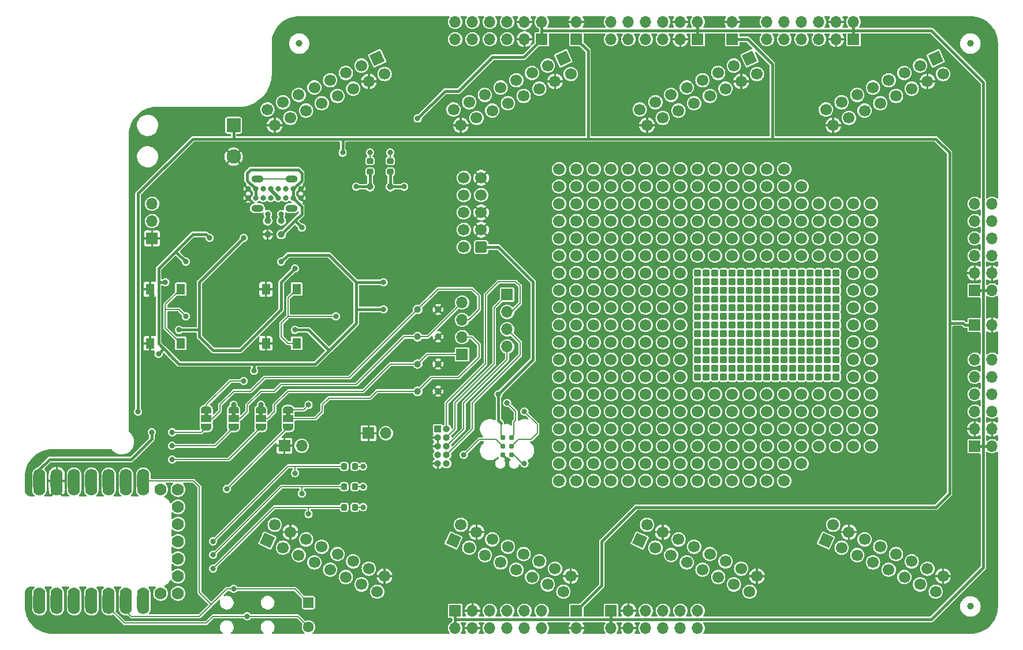
<source format=gbr>
%TF.GenerationSoftware,KiCad,Pcbnew,7.0.1*%
%TF.CreationDate,2023-03-20T19:53:48+01:00*%
%TF.ProjectId,chubby-hat,63687562-6279-42d6-9861-742e6b696361,0.2.2*%
%TF.SameCoordinates,Original*%
%TF.FileFunction,Copper,L1,Top*%
%TF.FilePolarity,Positive*%
%FSLAX46Y46*%
G04 Gerber Fmt 4.6, Leading zero omitted, Abs format (unit mm)*
G04 Created by KiCad (PCBNEW 7.0.1) date 2023-03-20 19:53:48*
%MOMM*%
%LPD*%
G01*
G04 APERTURE LIST*
G04 Aperture macros list*
%AMRoundRect*
0 Rectangle with rounded corners*
0 $1 Rounding radius*
0 $2 $3 $4 $5 $6 $7 $8 $9 X,Y pos of 4 corners*
0 Add a 4 corners polygon primitive as box body*
4,1,4,$2,$3,$4,$5,$6,$7,$8,$9,$2,$3,0*
0 Add four circle primitives for the rounded corners*
1,1,$1+$1,$2,$3*
1,1,$1+$1,$4,$5*
1,1,$1+$1,$6,$7*
1,1,$1+$1,$8,$9*
0 Add four rect primitives between the rounded corners*
20,1,$1+$1,$2,$3,$4,$5,0*
20,1,$1+$1,$4,$5,$6,$7,0*
20,1,$1+$1,$6,$7,$8,$9,0*
20,1,$1+$1,$8,$9,$2,$3,0*%
%AMHorizOval*
0 Thick line with rounded ends*
0 $1 width*
0 $2 $3 position (X,Y) of the first rounded end (center of the circle)*
0 $4 $5 position (X,Y) of the second rounded end (center of the circle)*
0 Add line between two ends*
20,1,$1,$2,$3,$4,$5,0*
0 Add two circle primitives to create the rounded ends*
1,1,$1,$2,$3*
1,1,$1,$4,$5*%
%AMRotRect*
0 Rectangle, with rotation*
0 The origin of the aperture is its center*
0 $1 length*
0 $2 width*
0 $3 Rotation angle, in degrees counterclockwise*
0 Add horizontal line*
21,1,$1,$2,0,0,$3*%
%AMFreePoly0*
4,1,19,0.550000,-0.750000,0.000000,-0.750000,0.000000,-0.744911,-0.071157,-0.744911,-0.207708,-0.704816,-0.327430,-0.627875,-0.420627,-0.520320,-0.479746,-0.390866,-0.500000,-0.250000,-0.500000,0.250000,-0.479746,0.390866,-0.420627,0.520320,-0.327430,0.627875,-0.207708,0.704816,-0.071157,0.744911,0.000000,0.744911,0.000000,0.750000,0.550000,0.750000,0.550000,-0.750000,0.550000,-0.750000,
$1*%
%AMFreePoly1*
4,1,19,0.000000,0.744911,0.071157,0.744911,0.207708,0.704816,0.327430,0.627875,0.420627,0.520320,0.479746,0.390866,0.500000,0.250000,0.500000,-0.250000,0.479746,-0.390866,0.420627,-0.520320,0.327430,-0.627875,0.207708,-0.704816,0.071157,-0.744911,0.000000,-0.744911,0.000000,-0.750000,-0.550000,-0.750000,-0.550000,0.750000,0.000000,0.750000,0.000000,0.744911,0.000000,0.744911,
$1*%
G04 Aperture macros list end*
%TA.AperFunction,SMDPad,CuDef*%
%ADD10RoundRect,0.218750X0.218750X0.256250X-0.218750X0.256250X-0.218750X-0.256250X0.218750X-0.256250X0*%
%TD*%
%TA.AperFunction,SMDPad,CuDef*%
%ADD11C,1.000000*%
%TD*%
%TA.AperFunction,ComponentPad*%
%ADD12C,0.800000*%
%TD*%
%TA.AperFunction,ComponentPad*%
%ADD13O,1.800000X1.000000*%
%TD*%
%TA.AperFunction,ComponentPad*%
%ADD14R,1.700000X1.700000*%
%TD*%
%TA.AperFunction,ComponentPad*%
%ADD15O,1.700000X1.700000*%
%TD*%
%TA.AperFunction,SMDPad,CuDef*%
%ADD16O,1.778000X3.556000*%
%TD*%
%TA.AperFunction,ComponentPad*%
%ADD17C,1.778000*%
%TD*%
%TA.AperFunction,SMDPad,CuDef*%
%ADD18RoundRect,0.266700X-0.266700X-0.266700X0.266700X-0.266700X0.266700X0.266700X-0.266700X0.266700X0*%
%TD*%
%TA.AperFunction,ComponentPad*%
%ADD19RoundRect,0.250001X-0.799999X0.799999X-0.799999X-0.799999X0.799999X-0.799999X0.799999X0.799999X0*%
%TD*%
%TA.AperFunction,ComponentPad*%
%ADD20C,2.100000*%
%TD*%
%TA.AperFunction,ConnectorPad*%
%ADD21C,0.787400*%
%TD*%
%TA.AperFunction,SMDPad,CuDef*%
%ADD22FreePoly0,270.000000*%
%TD*%
%TA.AperFunction,SMDPad,CuDef*%
%ADD23R,1.500000X1.000000*%
%TD*%
%TA.AperFunction,SMDPad,CuDef*%
%ADD24FreePoly1,270.000000*%
%TD*%
%TA.AperFunction,ComponentPad*%
%ADD25C,1.700000*%
%TD*%
%TA.AperFunction,ComponentPad*%
%ADD26RoundRect,0.250000X-0.550000X0.550000X-0.550000X-0.550000X0.550000X-0.550000X0.550000X0.550000X0*%
%TD*%
%TA.AperFunction,ComponentPad*%
%ADD27C,1.600000*%
%TD*%
%TA.AperFunction,SMDPad,CuDef*%
%ADD28RoundRect,0.218750X-0.256250X0.218750X-0.256250X-0.218750X0.256250X-0.218750X0.256250X0.218750X0*%
%TD*%
%TA.AperFunction,SMDPad,CuDef*%
%ADD29R,1.300000X1.550000*%
%TD*%
%TA.AperFunction,ComponentPad*%
%ADD30RoundRect,0.250000X0.600000X0.600000X-0.600000X0.600000X-0.600000X-0.600000X0.600000X-0.600000X0*%
%TD*%
%TA.AperFunction,ComponentPad*%
%ADD31R,1.000000X1.000000*%
%TD*%
%TA.AperFunction,ComponentPad*%
%ADD32O,1.000000X1.000000*%
%TD*%
%TA.AperFunction,ComponentPad*%
%ADD33RotRect,1.700000X1.700000X245.000000*%
%TD*%
%TA.AperFunction,ComponentPad*%
%ADD34HorizOval,1.700000X0.000000X0.000000X0.000000X0.000000X0*%
%TD*%
%TA.AperFunction,ComponentPad*%
%ADD35RotRect,1.700000X1.700000X115.000000*%
%TD*%
%TA.AperFunction,ComponentPad*%
%ADD36HorizOval,1.700000X0.000000X0.000000X0.000000X0.000000X0*%
%TD*%
%TA.AperFunction,ViaPad*%
%ADD37C,0.800000*%
%TD*%
%TA.AperFunction,Conductor*%
%ADD38C,0.400000*%
%TD*%
%TA.AperFunction,Conductor*%
%ADD39C,0.200000*%
%TD*%
%TA.AperFunction,Conductor*%
%ADD40C,0.160000*%
%TD*%
%TA.AperFunction,Conductor*%
%ADD41C,0.600000*%
%TD*%
G04 APERTURE END LIST*
%TA.AperFunction,EtchedComponent*%
%TO.C,JP2*%
G36*
X158300000Y-94600000D02*
G01*
X157700000Y-94600000D01*
X157700000Y-94100000D01*
X158300000Y-94100000D01*
X158300000Y-94600000D01*
G37*
%TD.AperFunction*%
%TA.AperFunction,EtchedComponent*%
%TO.C,JP4*%
G36*
X166300000Y-94600000D02*
G01*
X165700000Y-94600000D01*
X165700000Y-94100000D01*
X166300000Y-94100000D01*
X166300000Y-94600000D01*
G37*
%TD.AperFunction*%
%TA.AperFunction,EtchedComponent*%
%TO.C,JP1*%
G36*
X154300000Y-94600000D02*
G01*
X153700000Y-94600000D01*
X153700000Y-94100000D01*
X154300000Y-94100000D01*
X154300000Y-94600000D01*
G37*
%TD.AperFunction*%
%TA.AperFunction,EtchedComponent*%
%TO.C,JP3*%
G36*
X162300000Y-94600000D02*
G01*
X161700000Y-94600000D01*
X161700000Y-94100000D01*
X162300000Y-94100000D01*
X162300000Y-94600000D01*
G37*
%TD.AperFunction*%
%TD*%
D10*
%TO.P,D3,1,K*%
%TO.N,Net-(D3-K)*%
X175787500Y-108000000D03*
%TO.P,D3,2,A*%
%TO.N,/RP2040/GPIO1*%
X174212500Y-108000000D03*
%TD*%
D11*
%TO.P,REF\u002A\u002A,*%
%TO.N,*%
X167640000Y-40005000D03*
X167640000Y-40005000D03*
%TD*%
%TO.P,TP7,1,1*%
%TO.N,/JTAG.TDO*%
X185000000Y-83000000D03*
%TD*%
D10*
%TO.P,D5,1,K*%
%TO.N,Net-(D5-K)*%
X175787500Y-102000000D03*
%TO.P,D5,2,A*%
%TO.N,/RP2040/GPIO3*%
X174212500Y-102000000D03*
%TD*%
D11*
%TO.P,TP5,1,1*%
%TO.N,GND*%
X188000000Y-91000000D03*
%TD*%
D12*
%TO.P,J10,A1,GND*%
%TO.N,GND*%
X167850000Y-62675000D03*
%TO.P,J10,A4,VBUS*%
%TO.N,VBUS*%
X166750000Y-62675000D03*
%TO.P,J10,A5,CC1*%
%TO.N,/Type C USB 2.0/CC1*%
X165650000Y-62675000D03*
%TO.P,J10,A6,D+*%
%TO.N,/Type C USB 2.0/D+*%
X164550000Y-62675000D03*
%TO.P,J10,A7,D-*%
%TO.N,/Type C USB 2.0/D-*%
X163450000Y-62675000D03*
%TO.P,J10,A8,SBU1*%
%TO.N,unconnected-(J10-SBU1-PadA8)*%
X162350000Y-62675000D03*
%TO.P,J10,A9,VBUS*%
%TO.N,VBUS*%
X161250000Y-62675000D03*
%TO.P,J10,A12,GND*%
%TO.N,GND*%
X160150000Y-62675000D03*
%TO.P,J10,B1,GND*%
X160150000Y-61325000D03*
%TO.P,J10,B4,VBUS*%
%TO.N,VBUS*%
X161250000Y-61325000D03*
%TO.P,J10,B5,CC2*%
%TO.N,/Type C USB 2.0/CC2*%
X162350000Y-61325000D03*
%TO.P,J10,B6,D+*%
%TO.N,/Type C USB 2.0/D+*%
X163450000Y-61325000D03*
%TO.P,J10,B7,D-*%
%TO.N,/Type C USB 2.0/D-*%
X164550000Y-61325000D03*
%TO.P,J10,B8,SBU2*%
%TO.N,unconnected-(J10-SBU2-PadB8)*%
X165650000Y-61325000D03*
%TO.P,J10,B9,VBUS*%
%TO.N,VBUS*%
X166750000Y-61325000D03*
%TO.P,J10,B12,GND*%
%TO.N,GND*%
X167850000Y-61325000D03*
D13*
%TO.P,J10,S1,SHIELD*%
%TO.N,Earth*%
X166500000Y-64150000D03*
X166500000Y-59850000D03*
X161500000Y-64150000D03*
X161500000Y-59850000D03*
%TD*%
D14*
%TO.P,Pmod6,1,VCC*%
%TO.N,+3V3*%
X213360000Y-123190000D03*
D15*
%TO.P,Pmod6,2,VCC*%
X213360000Y-125730000D03*
%TO.P,Pmod6,3,GND*%
%TO.N,GND*%
X215900000Y-123190000D03*
%TO.P,Pmod6,4,GND*%
X215900000Y-125730000D03*
%TO.P,Pmod6,5,IO4*%
%TO.N,/Pmod6_IO4*%
X218440000Y-123190000D03*
%TO.P,Pmod6,6,IO8*%
%TO.N,/Pmod6_IO8*%
X218440000Y-125730000D03*
%TO.P,Pmod6,7,IO3*%
%TO.N,/Pmod6_IO3*%
X220980000Y-123190000D03*
%TO.P,Pmod6,8,IO7*%
%TO.N,/Pmod6_IO7*%
X220980000Y-125730000D03*
%TO.P,Pmod6,9,IO2*%
%TO.N,/Pmod6_IO2*%
X223520000Y-123190000D03*
%TO.P,Pmod6,10,IO6*%
%TO.N,/Pmod6_IO6*%
X223520000Y-125730000D03*
%TO.P,Pmod6,11,IO1*%
%TO.N,/Pmod6_IO1*%
X226060000Y-123190000D03*
%TO.P,Pmod6,12,IO5*%
%TO.N,/Pmod6_IO5*%
X226060000Y-125730000D03*
%TD*%
D11*
%TO.P,TP6,1,1*%
%TO.N,GND*%
X188000000Y-87000000D03*
%TD*%
D14*
%TO.P,Pmod1,1,VCC*%
%TO.N,+3V3*%
X203200000Y-39370000D03*
D15*
%TO.P,Pmod1,2,VCC*%
X203200000Y-36830000D03*
%TO.P,Pmod1,3,GND*%
%TO.N,GND*%
X200660000Y-39370000D03*
%TO.P,Pmod1,4,GND*%
X200660000Y-36830000D03*
%TO.P,Pmod1,5,IO4*%
%TO.N,/Pmod4_IO4*%
X198120000Y-39370000D03*
%TO.P,Pmod1,6,IO8*%
%TO.N,/Pmod4_IO8*%
X198120000Y-36830000D03*
%TO.P,Pmod1,7,IO3*%
%TO.N,/Pmod4_IO3*%
X195580000Y-39370000D03*
%TO.P,Pmod1,8,IO7*%
%TO.N,/Pmod4_IO7*%
X195580000Y-36830000D03*
%TO.P,Pmod1,9,IO2*%
%TO.N,/Pmod4_IO2*%
X193040000Y-39370000D03*
%TO.P,Pmod1,10,IO6*%
%TO.N,/Pmod4_IO6*%
X193040000Y-36830000D03*
%TO.P,Pmod1,11,IO1*%
%TO.N,/Pmod4_IO1*%
X190500000Y-39370000D03*
%TO.P,Pmod1,12,IO5*%
%TO.N,/Pmod4_IO5*%
X190500000Y-36830000D03*
%TD*%
D11*
%TO.P,TP4,1,1*%
%TO.N,GND*%
X188000000Y-79000000D03*
%TD*%
%TO.P,TP8,1,1*%
%TO.N,/JTAG.TDI*%
X185000000Y-79000000D03*
%TD*%
D16*
%TO.P,A1,1,DAC0/A0/D0*%
%TO.N,/JTAG_{DevBoard}.TMS*%
X129540000Y-121920000D03*
D17*
X129540000Y-120650000D03*
D16*
%TO.P,A1,2,A1/D1*%
%TO.N,/RP2040/GPIO1*%
X132080000Y-121920000D03*
D17*
X132080000Y-120650000D03*
D16*
%TO.P,A1,3,A2/D2*%
%TO.N,/RP2040/GPIO2*%
X134620000Y-121920000D03*
D17*
X134620000Y-120650000D03*
D16*
%TO.P,A1,4,A3/D3*%
%TO.N,/RP2040/GPIO3*%
X137160000Y-121920000D03*
D17*
X137160000Y-120650000D03*
D16*
%TO.P,A1,5,SDA/D4*%
%TO.N,/RP2040/GPIO4*%
X139700000Y-121920000D03*
D17*
X139700000Y-120650000D03*
D16*
%TO.P,A1,6,SCL/D5*%
%TO.N,/RP2040/GPIO5*%
X142240000Y-121920000D03*
D17*
X142240000Y-120650000D03*
D16*
%TO.P,A1,7,TX/A6/D6*%
%TO.N,/RP2040/GPIO4*%
X144780000Y-121920000D03*
D17*
X144780000Y-120650000D03*
%TO.P,A1,8,RX/A7/D7*%
%TO.N,/RP2040/GPIO5*%
X144780000Y-105410000D03*
D16*
X144780000Y-104140000D03*
D17*
%TO.P,A1,9,SCK/A8/D8*%
%TO.N,/JTAG_{DevBoard}.TCK*%
X142240000Y-105410000D03*
D16*
X142240000Y-104140000D03*
D17*
%TO.P,A1,10,MISO/A9/D9*%
%TO.N,/JTAG_{DevBoard}.TDO*%
X139700000Y-105410000D03*
D16*
X139700000Y-104140000D03*
D17*
%TO.P,A1,11,MOSI/A10/D10*%
%TO.N,/JTAG_{DevBoard}.TDI*%
X137160000Y-105410000D03*
D16*
X137160000Y-104140000D03*
D17*
%TO.P,A1,12,3V3*%
%TO.N,unconnected-(A1-3V3-Pad12)*%
X134620000Y-105410000D03*
D16*
X134620000Y-104140000D03*
D17*
%TO.P,A1,13,GND*%
%TO.N,GND*%
X132080000Y-105410000D03*
D16*
X132080000Y-104140000D03*
D17*
%TO.P,A1,14,5V*%
%TO.N,+5V_{module}*%
X129540000Y-105410000D03*
D16*
X129540000Y-104140000D03*
%TD*%
D11*
%TO.P,TP13,1,1*%
%TO.N,/Type C USB 2.0/D-*%
X163000000Y-66000000D03*
%TD*%
D14*
%TO.P,J1,1,Pin_1*%
%TO.N,GND*%
X146050000Y-68580000D03*
D15*
%TO.P,J1,2,Pin_2*%
%TO.N,/RP2040/SWD.SWCLK*%
X146050000Y-66040000D03*
%TO.P,J1,3,Pin_3*%
%TO.N,/RP2040/SWD.SWD*%
X146050000Y-63500000D03*
%TD*%
D14*
%TO.P,Pmod3,1,VCC*%
%TO.N,+3V3*%
X248920000Y-39370000D03*
D15*
%TO.P,Pmod3,2,VCC*%
X248920000Y-36830000D03*
%TO.P,Pmod3,3,GND*%
%TO.N,GND*%
X246380000Y-39370000D03*
%TO.P,Pmod3,4,GND*%
X246380000Y-36830000D03*
%TO.P,Pmod3,5,IO4*%
%TO.N,/Pmod2_IO4*%
X243840000Y-39370000D03*
%TO.P,Pmod3,6,IO8*%
%TO.N,/Pmod2_IO8*%
X243840000Y-36830000D03*
%TO.P,Pmod3,7,IO3*%
%TO.N,/Pmod2_IO3*%
X241300000Y-39370000D03*
%TO.P,Pmod3,8,IO7*%
%TO.N,/Pmod2_IO7*%
X241300000Y-36830000D03*
%TO.P,Pmod3,9,IO2*%
%TO.N,/Pmod2_IO2*%
X238760000Y-39370000D03*
%TO.P,Pmod3,10,IO6*%
%TO.N,/Pmod2_IO6*%
X238760000Y-36830000D03*
%TO.P,Pmod3,11,IO1*%
%TO.N,/Pmod2_IO1*%
X236220000Y-39370000D03*
%TO.P,Pmod3,12,IO5*%
%TO.N,/Pmod2_IO5*%
X236220000Y-36830000D03*
%TD*%
D14*
%TO.P,Pmod2,1,VCC*%
%TO.N,+3V3*%
X226060000Y-39370000D03*
D15*
%TO.P,Pmod2,2,VCC*%
X226060000Y-36830000D03*
%TO.P,Pmod2,3,GND*%
%TO.N,GND*%
X223520000Y-39370000D03*
%TO.P,Pmod2,4,GND*%
X223520000Y-36830000D03*
%TO.P,Pmod2,5,IO4*%
%TO.N,/Pmod3_IO4*%
X220980000Y-39370000D03*
%TO.P,Pmod2,6,IO8*%
%TO.N,/Pmod3_IO8*%
X220980000Y-36830000D03*
%TO.P,Pmod2,7,IO3*%
%TO.N,/Pmod3_IO3*%
X218440000Y-39370000D03*
%TO.P,Pmod2,8,IO7*%
%TO.N,/Pmod3_IO7*%
X218440000Y-36830000D03*
%TO.P,Pmod2,9,IO2*%
%TO.N,/Pmod3_IO2*%
X215900000Y-39370000D03*
%TO.P,Pmod2,10,IO6*%
%TO.N,/Pmod3_IO6*%
X215900000Y-36830000D03*
%TO.P,Pmod2,11,IO1*%
%TO.N,/Pmod3_IO1*%
X213360000Y-39370000D03*
%TO.P,Pmod2,12,IO5*%
%TO.N,/Pmod3_IO5*%
X213360000Y-36830000D03*
%TD*%
D11*
%TO.P,TP9,1,1*%
%TO.N,/JTAG.TMS*%
X185000000Y-91000000D03*
%TD*%
D18*
%TO.P,N1,A1*%
%TO.N,N/C*%
X226060000Y-88900000D03*
%TO.P,N1,A2*%
X226060000Y-87630000D03*
%TO.P,N1,A3*%
X226060000Y-86360000D03*
%TO.P,N1,A4*%
X226060000Y-85090000D03*
%TO.P,N1,A5*%
X226060000Y-83820000D03*
%TO.P,N1,A6*%
X226060000Y-82550000D03*
%TO.P,N1,A7*%
X226060000Y-81280000D03*
%TO.P,N1,A8*%
X226060000Y-80010000D03*
%TO.P,N1,A9*%
X226060000Y-78740000D03*
%TO.P,N1,A10*%
X226060000Y-77470000D03*
%TO.P,N1,A11*%
X226060000Y-76200000D03*
%TO.P,N1,A12*%
X226060000Y-74930000D03*
%TO.P,N1,A13*%
X226060000Y-73660000D03*
%TO.P,N1,B1*%
X227330000Y-88900000D03*
%TO.P,N1,B2*%
X227330000Y-87630000D03*
%TO.P,N1,B3*%
X227330000Y-86360000D03*
%TO.P,N1,B4*%
X227330000Y-85090000D03*
%TO.P,N1,B5*%
X227330000Y-83820000D03*
%TO.P,N1,B6*%
X227330000Y-82550000D03*
%TO.P,N1,B7*%
X227330000Y-81280000D03*
%TO.P,N1,B8*%
X227330000Y-80010000D03*
%TO.P,N1,B9*%
X227330000Y-78740000D03*
%TO.P,N1,B10*%
X227330000Y-77470000D03*
%TO.P,N1,B11*%
X227330000Y-76200000D03*
%TO.P,N1,B12*%
X227330000Y-74930000D03*
%TO.P,N1,B13*%
X227330000Y-73660000D03*
%TO.P,N1,C1*%
X228600000Y-88900000D03*
%TO.P,N1,C2*%
X228600000Y-87630000D03*
%TO.P,N1,C3*%
X228600000Y-86360000D03*
%TO.P,N1,C4*%
X228600000Y-85090000D03*
%TO.P,N1,C5*%
X228600000Y-83820000D03*
%TO.P,N1,C6*%
X228600000Y-82550000D03*
%TO.P,N1,C7*%
X228600000Y-81280000D03*
%TO.P,N1,C8*%
X228600000Y-80010000D03*
%TO.P,N1,C9*%
X228600000Y-78740000D03*
%TO.P,N1,C10*%
X228600000Y-77470000D03*
%TO.P,N1,C11*%
X228600000Y-76200000D03*
%TO.P,N1,C12*%
X228600000Y-74930000D03*
%TO.P,N1,C13*%
X228600000Y-73660000D03*
%TO.P,N1,D1*%
X229870000Y-88900000D03*
%TO.P,N1,D2*%
X229870000Y-87630000D03*
%TO.P,N1,D3*%
X229870000Y-86360000D03*
%TO.P,N1,D4*%
X229870000Y-85090000D03*
%TO.P,N1,D5*%
X229870000Y-83820000D03*
%TO.P,N1,D6*%
X229870000Y-82550000D03*
%TO.P,N1,D7*%
X229870000Y-81280000D03*
%TO.P,N1,D8*%
X229870000Y-80010000D03*
%TO.P,N1,D9*%
X229870000Y-78740000D03*
%TO.P,N1,D10*%
X229870000Y-77470000D03*
%TO.P,N1,D11*%
X229870000Y-76200000D03*
%TO.P,N1,D12*%
X229870000Y-74930000D03*
%TO.P,N1,D13*%
X229870000Y-73660000D03*
%TO.P,N1,E1*%
X231140000Y-88900000D03*
%TO.P,N1,E2*%
X231140000Y-87630000D03*
%TO.P,N1,E3*%
X231140000Y-86360000D03*
%TO.P,N1,E4*%
X231140000Y-85090000D03*
%TO.P,N1,E5*%
X231140000Y-83820000D03*
%TO.P,N1,E6*%
X231140000Y-82550000D03*
%TO.P,N1,E7*%
X231140000Y-81280000D03*
%TO.P,N1,E8*%
X231140000Y-80010000D03*
%TO.P,N1,E9*%
X231140000Y-78740000D03*
%TO.P,N1,E10*%
X231140000Y-77470000D03*
%TO.P,N1,E11*%
X231140000Y-76200000D03*
%TO.P,N1,E12*%
X231140000Y-74930000D03*
%TO.P,N1,E13*%
X231140000Y-73660000D03*
%TO.P,N1,F1*%
X232410000Y-88900000D03*
%TO.P,N1,F2*%
X232410000Y-87630000D03*
%TO.P,N1,F3*%
X232410000Y-86360000D03*
%TO.P,N1,F4*%
X232410000Y-85090000D03*
%TO.P,N1,F5*%
X232410000Y-83820000D03*
%TO.P,N1,F6*%
X232410000Y-82550000D03*
%TO.P,N1,F7*%
X232410000Y-81280000D03*
%TO.P,N1,F8*%
X232410000Y-80010000D03*
%TO.P,N1,F9*%
X232410000Y-78740000D03*
%TO.P,N1,F10*%
X232410000Y-77470000D03*
%TO.P,N1,F11*%
X232410000Y-76200000D03*
%TO.P,N1,F12*%
X232410000Y-74930000D03*
%TO.P,N1,F13*%
X232410000Y-73660000D03*
%TO.P,N1,G1*%
X233680000Y-88900000D03*
%TO.P,N1,G2*%
X233680000Y-87630000D03*
%TO.P,N1,G3*%
X233680000Y-86360000D03*
%TO.P,N1,G4*%
X233680000Y-85090000D03*
%TO.P,N1,G5*%
X233680000Y-83820000D03*
%TO.P,N1,G6*%
X233680000Y-82550000D03*
%TO.P,N1,G7*%
X233680000Y-81280000D03*
%TO.P,N1,G8*%
X233680000Y-80010000D03*
%TO.P,N1,G9*%
X233680000Y-78740000D03*
%TO.P,N1,G10*%
X233680000Y-77470000D03*
%TO.P,N1,G11*%
X233680000Y-76200000D03*
%TO.P,N1,G12*%
X233680000Y-74930000D03*
%TO.P,N1,G13*%
X233680000Y-73660000D03*
%TO.P,N1,H1*%
X234950000Y-88900000D03*
%TO.P,N1,H2*%
X234950000Y-87630000D03*
%TO.P,N1,H3*%
X234950000Y-86360000D03*
%TO.P,N1,H4*%
X234950000Y-85090000D03*
%TO.P,N1,H5*%
X234950000Y-83820000D03*
%TO.P,N1,H6*%
X234950000Y-82550000D03*
%TO.P,N1,H7*%
X234950000Y-81280000D03*
%TO.P,N1,H8*%
X234950000Y-80010000D03*
%TO.P,N1,H9*%
X234950000Y-78740000D03*
%TO.P,N1,H10*%
X234950000Y-77470000D03*
%TO.P,N1,H11*%
X234950000Y-76200000D03*
%TO.P,N1,H12*%
X234950000Y-74930000D03*
%TO.P,N1,H13*%
X234950000Y-73660000D03*
%TO.P,N1,I1*%
X236220000Y-88900000D03*
%TO.P,N1,I2*%
X236220000Y-87630000D03*
%TO.P,N1,I3*%
X236220000Y-86360000D03*
%TO.P,N1,I4*%
X236220000Y-85090000D03*
%TO.P,N1,I5*%
X236220000Y-83820000D03*
%TO.P,N1,I6*%
X236220000Y-82550000D03*
%TO.P,N1,I7*%
X236220000Y-81280000D03*
%TO.P,N1,I8*%
X236220000Y-80010000D03*
%TO.P,N1,I9*%
X236220000Y-78740000D03*
%TO.P,N1,I10*%
X236220000Y-77470000D03*
%TO.P,N1,I11*%
X236220000Y-76200000D03*
%TO.P,N1,I12*%
X236220000Y-74930000D03*
%TO.P,N1,I13*%
X236220000Y-73660000D03*
%TO.P,N1,J1*%
X237490000Y-88900000D03*
%TO.P,N1,J2*%
X237490000Y-87630000D03*
%TO.P,N1,J3*%
X237490000Y-86360000D03*
%TO.P,N1,J4*%
X237490000Y-85090000D03*
%TO.P,N1,J5*%
X237490000Y-83820000D03*
%TO.P,N1,J6*%
X237490000Y-82550000D03*
%TO.P,N1,J7*%
X237490000Y-81280000D03*
%TO.P,N1,J8*%
X237490000Y-80010000D03*
%TO.P,N1,J9*%
X237490000Y-78740000D03*
%TO.P,N1,J10*%
X237490000Y-77470000D03*
%TO.P,N1,J11*%
X237490000Y-76200000D03*
%TO.P,N1,J12*%
X237490000Y-74930000D03*
%TO.P,N1,J13*%
X237490000Y-73660000D03*
%TO.P,N1,K1*%
X238760000Y-88900000D03*
%TO.P,N1,K2*%
X238760000Y-87630000D03*
%TO.P,N1,K3*%
X238760000Y-86360000D03*
%TO.P,N1,K4*%
X238760000Y-85090000D03*
%TO.P,N1,K5*%
X238760000Y-83820000D03*
%TO.P,N1,K6*%
X238760000Y-82550000D03*
%TO.P,N1,K7*%
X238760000Y-81280000D03*
%TO.P,N1,K8*%
X238760000Y-80010000D03*
%TO.P,N1,K9*%
X238760000Y-78740000D03*
%TO.P,N1,K10*%
X238760000Y-77470000D03*
%TO.P,N1,K11*%
X238760000Y-76200000D03*
%TO.P,N1,K12*%
X238760000Y-74930000D03*
%TO.P,N1,K13*%
X238760000Y-73660000D03*
%TO.P,N1,L1*%
X240030000Y-88900000D03*
%TO.P,N1,L2*%
X240030000Y-87630000D03*
%TO.P,N1,L3*%
X240030000Y-86360000D03*
%TO.P,N1,L4*%
X240030000Y-85090000D03*
%TO.P,N1,L5*%
X240030000Y-83820000D03*
%TO.P,N1,L6*%
X240030000Y-82550000D03*
%TO.P,N1,L7*%
X240030000Y-81280000D03*
%TO.P,N1,L8*%
X240030000Y-80010000D03*
%TO.P,N1,L9*%
X240030000Y-78740000D03*
%TO.P,N1,L10*%
X240030000Y-77470000D03*
%TO.P,N1,L11*%
X240030000Y-76200000D03*
%TO.P,N1,L12*%
X240030000Y-74930000D03*
%TO.P,N1,L13*%
X240030000Y-73660000D03*
%TO.P,N1,M1*%
X241300000Y-88900000D03*
%TO.P,N1,M2*%
X241300000Y-87630000D03*
%TO.P,N1,M3*%
X241300000Y-86360000D03*
%TO.P,N1,M4*%
X241300000Y-85090000D03*
%TO.P,N1,M5*%
X241300000Y-83820000D03*
%TO.P,N1,M6*%
X241300000Y-82550000D03*
%TO.P,N1,M7*%
X241300000Y-81280000D03*
%TO.P,N1,M8*%
X241300000Y-80010000D03*
%TO.P,N1,M9*%
X241300000Y-78740000D03*
%TO.P,N1,M10*%
X241300000Y-77470000D03*
%TO.P,N1,M11*%
X241300000Y-76200000D03*
%TO.P,N1,M12*%
X241300000Y-74930000D03*
%TO.P,N1,M13*%
X241300000Y-73660000D03*
%TO.P,N1,N1*%
X242570000Y-88900000D03*
%TO.P,N1,N2*%
X242570000Y-87630000D03*
%TO.P,N1,N3*%
X242570000Y-86360000D03*
%TO.P,N1,N4*%
X242570000Y-85090000D03*
%TO.P,N1,N5*%
X242570000Y-83820000D03*
%TO.P,N1,N6*%
X242570000Y-82550000D03*
%TO.P,N1,N7*%
X242570000Y-81280000D03*
%TO.P,N1,N8*%
X242570000Y-80010000D03*
%TO.P,N1,N9*%
X242570000Y-78740000D03*
%TO.P,N1,N10*%
X242570000Y-77470000D03*
%TO.P,N1,N11*%
X242570000Y-76200000D03*
%TO.P,N1,N12*%
X242570000Y-74930000D03*
%TO.P,N1,N13*%
X242570000Y-73660000D03*
%TO.P,N1,O1*%
X243840000Y-88900000D03*
%TO.P,N1,O2*%
X243840000Y-87630000D03*
%TO.P,N1,O3*%
X243840000Y-86360000D03*
%TO.P,N1,O4*%
X243840000Y-85090000D03*
%TO.P,N1,O5*%
X243840000Y-83820000D03*
%TO.P,N1,O6*%
X243840000Y-82550000D03*
%TO.P,N1,O7*%
X243840000Y-81280000D03*
%TO.P,N1,O8*%
X243840000Y-80010000D03*
%TO.P,N1,O9*%
X243840000Y-78740000D03*
%TO.P,N1,O10*%
X243840000Y-77470000D03*
%TO.P,N1,O11*%
X243840000Y-76200000D03*
%TO.P,N1,O12*%
X243840000Y-74930000D03*
%TO.P,N1,O13*%
X243840000Y-73660000D03*
%TO.P,N1,P1*%
X245110000Y-88900000D03*
%TO.P,N1,P2*%
X245110000Y-87630000D03*
%TO.P,N1,P3*%
X245110000Y-86360000D03*
%TO.P,N1,P4*%
X245110000Y-85090000D03*
%TO.P,N1,P5*%
X245110000Y-83820000D03*
%TO.P,N1,P6*%
X245110000Y-82550000D03*
%TO.P,N1,P7*%
X245110000Y-81280000D03*
%TO.P,N1,P8*%
X245110000Y-80010000D03*
%TO.P,N1,P9*%
X245110000Y-78740000D03*
%TO.P,N1,P10*%
X245110000Y-77470000D03*
%TO.P,N1,P11*%
X245110000Y-76200000D03*
%TO.P,N1,P12*%
X245110000Y-74930000D03*
%TO.P,N1,P13*%
X245110000Y-73660000D03*
%TO.P,N1,Q1*%
X246380000Y-88900000D03*
%TO.P,N1,Q2*%
X246380000Y-87630000D03*
%TO.P,N1,Q3*%
X246380000Y-86360000D03*
%TO.P,N1,Q4*%
X246380000Y-85090000D03*
%TO.P,N1,Q5*%
X246380000Y-83820000D03*
%TO.P,N1,Q6*%
X246380000Y-82550000D03*
%TO.P,N1,Q7*%
X246380000Y-81280000D03*
%TO.P,N1,Q8*%
X246380000Y-80010000D03*
%TO.P,N1,Q9*%
X246380000Y-78740000D03*
%TO.P,N1,Q10*%
X246380000Y-77470000D03*
%TO.P,N1,Q11*%
X246380000Y-76200000D03*
%TO.P,N1,Q12*%
X246380000Y-74930000D03*
%TO.P,N1,Q13*%
X246380000Y-73660000D03*
%TD*%
D11*
%TO.P,REF\u002A\u002A,*%
%TO.N,*%
X266065000Y-40005000D03*
X266065000Y-40005000D03*
%TD*%
D19*
%TO.P,J17,1,Pin_1*%
%TO.N,+5V*%
X158000000Y-52000000D03*
D20*
%TO.P,J17,2,Pin_2*%
%TO.N,GND*%
X158000000Y-56600000D03*
%TD*%
D21*
%TO.P,J4,1,Pin_1*%
%TO.N,VDD*%
X197485000Y-97790000D03*
%TO.P,J4,2,Pin_2*%
%TO.N,/JTAG.TMS*%
X198755000Y-97790000D03*
%TO.P,J4,3,Pin_3*%
%TO.N,/JTAG.TDI*%
X197485000Y-99060000D03*
%TO.P,J4,4,Pin_4*%
%TO.N,/JTAG.TCK*%
X198755000Y-99060000D03*
%TO.P,J4,5,Pin_5*%
%TO.N,GND*%
X197485000Y-100330000D03*
%TO.P,J4,6,Pin_6*%
%TO.N,/JTAG.TDO*%
X198755000Y-100330000D03*
%TD*%
D14*
%TO.P,J6,1,Pin_1*%
%TO.N,+5V*%
X266700000Y-81279999D03*
D15*
%TO.P,J6,2,Pin_2*%
%TO.N,GND*%
X269240000Y-81279999D03*
%TD*%
D22*
%TO.P,JP2,1,A*%
%TO.N,/RP2040/GPIO12*%
X158000000Y-93700000D03*
D23*
%TO.P,JP2,2,C*%
%TO.N,/JTAG.TDO*%
X158000000Y-95000000D03*
D24*
%TO.P,JP2,3,B*%
%TO.N,/JTAG_{DevBoard}.TDO*%
X158000000Y-96300000D03*
%TD*%
D14*
%TO.P,Pmod5,1,VCC*%
%TO.N,+3V3*%
X266700000Y-99059999D03*
D15*
%TO.P,Pmod5,2,VCC*%
X269240000Y-99059999D03*
%TO.P,Pmod5,3,GND*%
%TO.N,GND*%
X266700000Y-96519999D03*
%TO.P,Pmod5,4,GND*%
X269240000Y-96519999D03*
%TO.P,Pmod5,5,IO4*%
%TO.N,/Pmod7_IO4*%
X266700000Y-93979999D03*
%TO.P,Pmod5,6,IO8*%
%TO.N,/Pmod7_IO8*%
X269240000Y-93979999D03*
%TO.P,Pmod5,7,IO3*%
%TO.N,/Pmod7_IO3*%
X266700000Y-91439999D03*
%TO.P,Pmod5,8,IO7*%
%TO.N,/Pmod7_IO7*%
X269240000Y-91439999D03*
%TO.P,Pmod5,9,IO2*%
%TO.N,/Pmod7_IO2*%
X266700000Y-88899999D03*
%TO.P,Pmod5,10,IO6*%
%TO.N,/Pmod7_IO6*%
X269240000Y-88899999D03*
%TO.P,Pmod5,11,IO1*%
%TO.N,/Pmod7_IO1*%
X266700000Y-86359999D03*
%TO.P,Pmod5,12,IO5*%
%TO.N,/Pmod7_IO5*%
X269240000Y-86359999D03*
%TD*%
D14*
%TO.P,J8,1,Pin_1*%
%TO.N,+5V*%
X208280000Y-39370000D03*
D15*
%TO.P,J8,2,Pin_2*%
%TO.N,GND*%
X208280000Y-36830000D03*
%TD*%
D11*
%TO.P,TP2,1,1*%
%TO.N,+3V3*%
X181000000Y-61000000D03*
%TD*%
D25*
%TO.P,N2,A1*%
%TO.N,N/C*%
X205740000Y-88900000D03*
%TO.P,N2,A2*%
X205740000Y-86360000D03*
%TO.P,N2,A3*%
X205740000Y-83820000D03*
%TO.P,N2,A4*%
X205740000Y-81280000D03*
%TO.P,N2,A5*%
X205740000Y-78740000D03*
%TO.P,N2,A6*%
X205740000Y-76200000D03*
%TO.P,N2,A7*%
X205740000Y-73660000D03*
%TO.P,N2,B1*%
X208280000Y-88900000D03*
%TO.P,N2,B2*%
X208280000Y-86360000D03*
%TO.P,N2,B3*%
X208280000Y-83820000D03*
%TO.P,N2,B4*%
X208280000Y-81280000D03*
%TO.P,N2,B5*%
X208280000Y-78740000D03*
%TO.P,N2,B6*%
X208280000Y-76200000D03*
%TO.P,N2,B7*%
X208280000Y-73660000D03*
%TO.P,N2,C1*%
X210820000Y-88900000D03*
%TO.P,N2,C2*%
X210820000Y-86360000D03*
%TO.P,N2,C3*%
X210820000Y-83820000D03*
%TO.P,N2,C4*%
X210820000Y-81280000D03*
%TO.P,N2,C5*%
X210820000Y-78740000D03*
%TO.P,N2,C6*%
X210820000Y-76200000D03*
%TO.P,N2,C7*%
X210820000Y-73660000D03*
%TO.P,N2,D1*%
X213360000Y-88900000D03*
%TO.P,N2,D2*%
X213360000Y-86360000D03*
%TO.P,N2,D3*%
X213360000Y-83820000D03*
%TO.P,N2,D4*%
X213360000Y-81280000D03*
%TO.P,N2,D5*%
X213360000Y-78740000D03*
%TO.P,N2,D6*%
X213360000Y-76200000D03*
%TO.P,N2,D7*%
X213360000Y-73660000D03*
%TO.P,N2,E1*%
X215900000Y-88900000D03*
%TO.P,N2,E2*%
X215900000Y-86360000D03*
%TO.P,N2,E3*%
X215900000Y-83820000D03*
%TO.P,N2,E4*%
X215900000Y-81280000D03*
%TO.P,N2,E5*%
X215900000Y-78740000D03*
%TO.P,N2,E6*%
X215900000Y-76200000D03*
%TO.P,N2,E7*%
X215900000Y-73660000D03*
%TO.P,N2,F1*%
X218440000Y-88900000D03*
%TO.P,N2,F2*%
X218440000Y-86360000D03*
%TO.P,N2,F3*%
X218440000Y-83820000D03*
%TO.P,N2,F4*%
X218440000Y-81280000D03*
%TO.P,N2,F5*%
X218440000Y-78740000D03*
%TO.P,N2,F6*%
X218440000Y-76200000D03*
%TO.P,N2,F7*%
X218440000Y-73660000D03*
%TO.P,N2,G1*%
X220980000Y-88900000D03*
%TO.P,N2,G2*%
X220980000Y-86360000D03*
%TO.P,N2,G3*%
X220980000Y-83820000D03*
%TO.P,N2,G4*%
X220980000Y-81280000D03*
%TO.P,N2,G5*%
X220980000Y-78740000D03*
%TO.P,N2,G6*%
X220980000Y-76200000D03*
%TO.P,N2,G7*%
X220980000Y-73660000D03*
%TO.P,N2,H1*%
X223520000Y-88900000D03*
%TO.P,N2,H2*%
X223520000Y-86360000D03*
%TO.P,N2,H3*%
X223520000Y-83820000D03*
%TO.P,N2,H4*%
X223520000Y-81280000D03*
%TO.P,N2,H5*%
X223520000Y-78740000D03*
%TO.P,N2,H6*%
X223520000Y-76200000D03*
%TO.P,N2,H7*%
X223520000Y-73660000D03*
%TD*%
D11*
%TO.P,TP14,1,1*%
%TO.N,/Type C USB 2.0/D+*%
X165000000Y-66000000D03*
%TD*%
D14*
%TO.P,J7,1,Pin_1*%
%TO.N,+5V*%
X231140000Y-39370000D03*
D15*
%TO.P,J7,2,Pin_2*%
%TO.N,GND*%
X231140000Y-36830000D03*
%TD*%
D11*
%TO.P,TP1,1,1*%
%TO.N,+5V*%
X178000000Y-61000000D03*
%TD*%
D26*
%TO.P,J5,1,Pin_1*%
%TO.N,/RP2040/GPIO5*%
X169000000Y-122000000D03*
D27*
%TO.P,J5,2,Pin_2*%
%TO.N,/RP2040/GPIO4*%
X169000000Y-125600000D03*
%TD*%
D28*
%TO.P,D2,1,K*%
%TO.N,Net-(D2-K)*%
X181000000Y-57212500D03*
%TO.P,D2,2,A*%
%TO.N,+3V3*%
X181000000Y-58787500D03*
%TD*%
D29*
%TO.P,SW1,1,A*%
%TO.N,GND*%
X145750000Y-83975000D03*
X145750000Y-76025000D03*
%TO.P,SW1,2,B*%
%TO.N,/RP2040/RUN*%
X150250000Y-83975000D03*
X150250000Y-76025000D03*
%TD*%
D11*
%TO.P,TP3,1,1*%
%TO.N,GND*%
X188000000Y-83000000D03*
%TD*%
D25*
%TO.P,N4,A1*%
%TO.N,N/C*%
X205740000Y-104140000D03*
%TO.P,N4,A2*%
X205740000Y-101600000D03*
%TO.P,N4,A3*%
X205740000Y-99060000D03*
%TO.P,N4,A4*%
X205740000Y-96520000D03*
%TO.P,N4,A5*%
X205740000Y-93980000D03*
%TO.P,N4,A6*%
X205740000Y-91440000D03*
%TO.P,N4,B1*%
X208280000Y-104140000D03*
%TO.P,N4,B2*%
X208280000Y-101600000D03*
%TO.P,N4,B3*%
X208280000Y-99060000D03*
%TO.P,N4,B4*%
X208280000Y-96520000D03*
%TO.P,N4,B5*%
X208280000Y-93980000D03*
%TO.P,N4,B6*%
X208280000Y-91440000D03*
%TO.P,N4,C1*%
X210820000Y-104140000D03*
%TO.P,N4,C2*%
X210820000Y-101600000D03*
%TO.P,N4,C3*%
X210820000Y-99060000D03*
%TO.P,N4,C4*%
X210820000Y-96520000D03*
%TO.P,N4,C5*%
X210820000Y-93980000D03*
%TO.P,N4,C6*%
X210820000Y-91440000D03*
%TO.P,N4,D1*%
X213360000Y-104140000D03*
%TO.P,N4,D2*%
X213360000Y-101600000D03*
%TO.P,N4,D3*%
X213360000Y-99060000D03*
%TO.P,N4,D4*%
X213360000Y-96520000D03*
%TO.P,N4,D5*%
X213360000Y-93980000D03*
%TO.P,N4,D6*%
X213360000Y-91440000D03*
%TO.P,N4,E1*%
X215900000Y-104140000D03*
%TO.P,N4,E2*%
X215900000Y-101600000D03*
%TO.P,N4,E3*%
X215900000Y-99060000D03*
%TO.P,N4,E4*%
X215900000Y-96520000D03*
%TO.P,N4,E5*%
X215900000Y-93980000D03*
%TO.P,N4,E6*%
X215900000Y-91440000D03*
%TO.P,N4,F1*%
X218440000Y-104140000D03*
%TO.P,N4,F2*%
X218440000Y-101600000D03*
%TO.P,N4,F3*%
X218440000Y-99060000D03*
%TO.P,N4,F4*%
X218440000Y-96520000D03*
%TO.P,N4,F5*%
X218440000Y-93980000D03*
%TO.P,N4,F6*%
X218440000Y-91440000D03*
%TO.P,N4,G1*%
X220980000Y-104140000D03*
%TO.P,N4,G2*%
X220980000Y-101600000D03*
%TO.P,N4,G3*%
X220980000Y-99060000D03*
%TO.P,N4,G4*%
X220980000Y-96520000D03*
%TO.P,N4,G5*%
X220980000Y-93980000D03*
%TO.P,N4,G6*%
X220980000Y-91440000D03*
%TO.P,N4,H1*%
X223520000Y-104140000D03*
%TO.P,N4,H2*%
X223520000Y-101600000D03*
%TO.P,N4,H3*%
X223520000Y-99060000D03*
%TO.P,N4,H4*%
X223520000Y-96520000D03*
%TO.P,N4,H5*%
X223520000Y-93980000D03*
%TO.P,N4,H6*%
X223520000Y-91440000D03*
%TO.P,N4,I1*%
X226060000Y-104140000D03*
%TO.P,N4,I2*%
X226060000Y-101600000D03*
%TO.P,N4,I3*%
X226060000Y-99060000D03*
%TO.P,N4,I4*%
X226060000Y-96520000D03*
%TO.P,N4,I5*%
X226060000Y-93980000D03*
%TO.P,N4,I6*%
X226060000Y-91440000D03*
%TO.P,N4,J1*%
X228600000Y-104140000D03*
%TO.P,N4,J2*%
X228600000Y-101600000D03*
%TO.P,N4,J3*%
X228600000Y-99060000D03*
%TO.P,N4,J4*%
X228600000Y-96520000D03*
%TO.P,N4,J5*%
X228600000Y-93980000D03*
%TO.P,N4,J6*%
X228600000Y-91440000D03*
%TO.P,N4,K1*%
X231140000Y-104140000D03*
%TO.P,N4,K2*%
X231140000Y-101600000D03*
%TO.P,N4,K3*%
X231140000Y-99060000D03*
%TO.P,N4,K4*%
X231140000Y-96520000D03*
%TO.P,N4,K5*%
X231140000Y-93980000D03*
%TO.P,N4,K6*%
X231140000Y-91440000D03*
%TO.P,N4,L1*%
X233680000Y-104140000D03*
%TO.P,N4,L2*%
X233680000Y-101600000D03*
%TO.P,N4,L3*%
X233680000Y-99060000D03*
%TO.P,N4,L4*%
X233680000Y-96520000D03*
%TO.P,N4,L5*%
X233680000Y-93980000D03*
%TO.P,N4,L6*%
X233680000Y-91440000D03*
%TO.P,N4,M1*%
X236220000Y-104140000D03*
%TO.P,N4,M2*%
X236220000Y-101600000D03*
%TO.P,N4,M3*%
X236220000Y-99060000D03*
%TO.P,N4,M4*%
X236220000Y-96520000D03*
%TO.P,N4,M5*%
X236220000Y-93980000D03*
%TO.P,N4,M6*%
X236220000Y-91440000D03*
%TO.P,N4,N1*%
X238760000Y-104140000D03*
%TO.P,N4,N2*%
X238760000Y-101600000D03*
%TO.P,N4,N3*%
X238760000Y-99060000D03*
%TO.P,N4,N4*%
X238760000Y-96520000D03*
%TO.P,N4,N5*%
X238760000Y-93980000D03*
%TO.P,N4,N6*%
X238760000Y-91440000D03*
%TO.P,N4,O2*%
X241300000Y-101600000D03*
%TO.P,N4,O3*%
X241300000Y-99060000D03*
%TO.P,N4,O4*%
X241300000Y-96520000D03*
%TO.P,N4,O5*%
X241300000Y-93980000D03*
%TO.P,N4,O6*%
X241300000Y-91440000D03*
%TO.P,N4,P3*%
X243840000Y-99060000D03*
%TO.P,N4,P4*%
X243840000Y-96520000D03*
%TO.P,N4,P5*%
X243840000Y-93980000D03*
%TO.P,N4,P6*%
X243840000Y-91440000D03*
%TO.P,N4,Q3*%
X246380000Y-99060000D03*
%TO.P,N4,Q4*%
X246380000Y-96520000D03*
%TO.P,N4,Q5*%
X246380000Y-93980000D03*
%TO.P,N4,Q6*%
X246380000Y-91440000D03*
%TD*%
D30*
%TO.P,J2,1,VTref*%
%TO.N,VDD*%
X194310000Y-69850000D03*
D25*
%TO.P,J2,2,SWDIO/TMS*%
%TO.N,/JTAG.TMS*%
X191770000Y-69850000D03*
%TO.P,J2,3,GND*%
%TO.N,GND*%
X194310000Y-67310000D03*
%TO.P,J2,4,SWDCLK/TCK*%
%TO.N,/JTAG.TCK*%
X191770000Y-67310000D03*
%TO.P,J2,5,GND*%
%TO.N,GND*%
X194310000Y-64770000D03*
%TO.P,J2,6,SWO/TDO*%
%TO.N,/JTAG.TDO*%
X191770000Y-64770000D03*
%TO.P,J2,7,KEY*%
%TO.N,unconnected-(J2-KEY-Pad7)*%
X194310000Y-62230000D03*
%TO.P,J2,8,NC/TDI*%
%TO.N,/JTAG.TDI*%
X191770000Y-62230000D03*
%TO.P,J2,9,GNDDetect*%
%TO.N,GND*%
X194310000Y-59690000D03*
%TO.P,J2,10,~{RESET}*%
%TO.N,unconnected-(J2-~{RESET}-Pad10)*%
X191770000Y-59690000D03*
%TD*%
D28*
%TO.P,D1,1,K*%
%TO.N,Net-(D1-K)*%
X178000000Y-57212500D03*
%TO.P,D1,2,A*%
%TO.N,+5V*%
X178000000Y-58787500D03*
%TD*%
D14*
%TO.P,Pmod7,1,VCC*%
%TO.N,+3V3*%
X190500000Y-123190000D03*
D15*
%TO.P,Pmod7,2,VCC*%
X190500000Y-125730000D03*
%TO.P,Pmod7,3,GND*%
%TO.N,GND*%
X193040000Y-123190000D03*
%TO.P,Pmod7,4,GND*%
X193040000Y-125730000D03*
%TO.P,Pmod7,5,IO4*%
%TO.N,/Pmod5_IO4*%
X195580000Y-123190000D03*
%TO.P,Pmod7,6,IO8*%
%TO.N,/Pmod5_IO8*%
X195580000Y-125730000D03*
%TO.P,Pmod7,7,IO3*%
%TO.N,/Pmod5_IO3*%
X198120000Y-123190000D03*
%TO.P,Pmod7,8,IO7*%
%TO.N,/Pmod5_IO7*%
X198120000Y-125730000D03*
%TO.P,Pmod7,9,IO2*%
%TO.N,/Pmod5_IO2*%
X200660000Y-123190000D03*
%TO.P,Pmod7,10,IO6*%
%TO.N,/Pmod5_IO6*%
X200660000Y-125730000D03*
%TO.P,Pmod7,11,IO1*%
%TO.N,/Pmod5_IO1*%
X203200000Y-123190000D03*
%TO.P,Pmod7,12,IO5*%
%TO.N,/Pmod5_IO5*%
X203200000Y-125730000D03*
%TD*%
D14*
%TO.P,J9,1,Pin_1*%
%TO.N,+5V*%
X208280000Y-123190000D03*
D15*
%TO.P,J9,2,Pin_2*%
%TO.N,GND*%
X208280000Y-125730000D03*
%TD*%
D11*
%TO.P,TP10,1,1*%
%TO.N,/JTAG.TCK*%
X185000000Y-87000000D03*
%TD*%
D14*
%TO.P,Pmod4,1,VCC*%
%TO.N,+3V3*%
X266700000Y-76199999D03*
D15*
%TO.P,Pmod4,2,VCC*%
X269240000Y-76199999D03*
%TO.P,Pmod4,3,GND*%
%TO.N,GND*%
X266700000Y-73659999D03*
%TO.P,Pmod4,4,GND*%
X269240000Y-73659999D03*
%TO.P,Pmod4,5,IO4*%
%TO.N,/Pmod1_IO4*%
X266700000Y-71119999D03*
%TO.P,Pmod4,6,IO8*%
%TO.N,/Pmod1_IO8*%
X269240000Y-71119999D03*
%TO.P,Pmod4,7,IO3*%
%TO.N,/Pmod1_IO3*%
X266700000Y-68579999D03*
%TO.P,Pmod4,8,IO7*%
%TO.N,/Pmod1_IO7*%
X269240000Y-68579999D03*
%TO.P,Pmod4,9,IO2*%
%TO.N,/Pmod1_IO2*%
X266700000Y-66039999D03*
%TO.P,Pmod4,10,IO6*%
%TO.N,/Pmod1_IO6*%
X269240000Y-66039999D03*
%TO.P,Pmod4,11,IO1*%
%TO.N,/Pmod1_IO1*%
X266700000Y-63499999D03*
%TO.P,Pmod4,12,IO5*%
%TO.N,/Pmod1_IO5*%
X269240000Y-63499999D03*
%TD*%
D29*
%TO.P,SW2,1,A*%
%TO.N,GND*%
X162750000Y-83975000D03*
X162750000Y-76025000D03*
%TO.P,SW2,2,B*%
%TO.N,/RP2040/~{USB_BOOT}*%
X167250000Y-83975000D03*
X167250000Y-76025000D03*
%TD*%
D10*
%TO.P,D4,1,K*%
%TO.N,Net-(D4-K)*%
X175787500Y-105000000D03*
%TO.P,D4,2,A*%
%TO.N,/RP2040/GPIO2*%
X174212500Y-105000000D03*
%TD*%
D22*
%TO.P,JP4,1,A*%
%TO.N,/RP2040/GPIO0*%
X166000000Y-93700000D03*
D23*
%TO.P,JP4,2,C*%
%TO.N,/JTAG.TMS*%
X166000000Y-95000000D03*
D24*
%TO.P,JP4,3,B*%
%TO.N,/JTAG_{DevBoard}.TMS*%
X166000000Y-96300000D03*
%TD*%
D22*
%TO.P,JP1,1,A*%
%TO.N,/RP2040/GPIO11*%
X154000000Y-93700000D03*
D23*
%TO.P,JP1,2,C*%
%TO.N,/JTAG.TDI*%
X154000000Y-95000000D03*
D24*
%TO.P,JP1,3,B*%
%TO.N,/JTAG_{DevBoard}.TDI*%
X154000000Y-96300000D03*
%TD*%
D11*
%TO.P,TP12,1,1*%
%TO.N,VBUS*%
X165000000Y-68000000D03*
%TD*%
%TO.P,REF\u002A\u002A,*%
%TO.N,*%
X266065000Y-122555000D03*
X266065000Y-122555000D03*
%TD*%
D31*
%TO.P,J3,1,VTref*%
%TO.N,VDD*%
X187960000Y-96520000D03*
D32*
%TO.P,J3,2,SWDIO/TMS*%
%TO.N,/JTAG.TMS*%
X189230000Y-96520000D03*
%TO.P,J3,3,GND*%
%TO.N,GND*%
X187960000Y-97790000D03*
%TO.P,J3,4,SWDCLK/TCK*%
%TO.N,/JTAG.TCK*%
X189230000Y-97790000D03*
%TO.P,J3,5,GND*%
%TO.N,GND*%
X187960000Y-99060000D03*
%TO.P,J3,6,SWO/TDO*%
%TO.N,/JTAG.TDO*%
X189230000Y-99060000D03*
%TO.P,J3,7,KEY*%
%TO.N,unconnected-(J3-KEY-Pad7)*%
X187960000Y-100330000D03*
%TO.P,J3,8,NC/TDI*%
%TO.N,/JTAG.TDI*%
X189230000Y-100330000D03*
%TO.P,J3,9,GNDDetect*%
%TO.N,GND*%
X187960000Y-101600000D03*
%TO.P,J3,10,~{RESET}*%
%TO.N,unconnected-(J3-~{RESET}-Pad10)*%
X189230000Y-101600000D03*
%TD*%
D11*
%TO.P,TP11,1,1*%
%TO.N,GND*%
X163000000Y-68000000D03*
%TD*%
D22*
%TO.P,JP3,1,A*%
%TO.N,/RP2040/GPIO14*%
X162000000Y-93700000D03*
D23*
%TO.P,JP3,2,C*%
%TO.N,/JTAG.TCK*%
X162000000Y-95000000D03*
D24*
%TO.P,JP3,3,B*%
%TO.N,/JTAG_{DevBoard}.TCK*%
X162000000Y-96300000D03*
%TD*%
D25*
%TO.P,N3,A1*%
%TO.N,N/C*%
X205740000Y-71120000D03*
%TO.P,N3,A2*%
X205740000Y-68580000D03*
%TO.P,N3,A3*%
X205740000Y-66040000D03*
%TO.P,N3,A4*%
X205740000Y-63500000D03*
%TO.P,N3,A5*%
X205740000Y-60960000D03*
%TO.P,N3,A6*%
X205740000Y-58420000D03*
%TO.P,N3,B1*%
X208280000Y-71120000D03*
%TO.P,N3,B2*%
X208280000Y-68580000D03*
%TO.P,N3,B3*%
X208280000Y-66040000D03*
%TO.P,N3,B4*%
X208280000Y-63500000D03*
%TO.P,N3,B5*%
X208280000Y-60960000D03*
%TO.P,N3,B6*%
X208280000Y-58420000D03*
%TO.P,N3,C1*%
X210820000Y-71120000D03*
%TO.P,N3,C2*%
X210820000Y-68580000D03*
%TO.P,N3,C3*%
X210820000Y-66040000D03*
%TO.P,N3,C4*%
X210820000Y-63500000D03*
%TO.P,N3,C5*%
X210820000Y-60960000D03*
%TO.P,N3,C6*%
X210820000Y-58420000D03*
%TO.P,N3,D1*%
X213360000Y-71120000D03*
%TO.P,N3,D2*%
X213360000Y-68580000D03*
%TO.P,N3,D3*%
X213360000Y-66040000D03*
%TO.P,N3,D4*%
X213360000Y-63500000D03*
%TO.P,N3,D5*%
X213360000Y-60960000D03*
%TO.P,N3,D6*%
X213360000Y-58420000D03*
%TO.P,N3,E1*%
X215900000Y-71120000D03*
%TO.P,N3,E2*%
X215900000Y-68580000D03*
%TO.P,N3,E3*%
X215900000Y-66040000D03*
%TO.P,N3,E4*%
X215900000Y-63500000D03*
%TO.P,N3,E5*%
X215900000Y-60960000D03*
%TO.P,N3,E6*%
X215900000Y-58420000D03*
%TO.P,N3,F1*%
X218440000Y-71120000D03*
%TO.P,N3,F2*%
X218440000Y-68580000D03*
%TO.P,N3,F3*%
X218440000Y-66040000D03*
%TO.P,N3,F4*%
X218440000Y-63500000D03*
%TO.P,N3,F5*%
X218440000Y-60960000D03*
%TO.P,N3,F6*%
X218440000Y-58420000D03*
%TO.P,N3,G1*%
X220980000Y-71120000D03*
%TO.P,N3,G2*%
X220980000Y-68580000D03*
%TO.P,N3,G3*%
X220980000Y-66040000D03*
%TO.P,N3,G4*%
X220980000Y-63500000D03*
%TO.P,N3,G5*%
X220980000Y-60960000D03*
%TO.P,N3,G6*%
X220980000Y-58420000D03*
%TO.P,N3,H1*%
X223520000Y-71120000D03*
%TO.P,N3,H2*%
X223520000Y-68580000D03*
%TO.P,N3,H3*%
X223520000Y-66040000D03*
%TO.P,N3,H4*%
X223520000Y-63500000D03*
%TO.P,N3,H5*%
X223520000Y-60960000D03*
%TO.P,N3,H6*%
X223520000Y-58420000D03*
%TO.P,N3,I1*%
X226060000Y-71120000D03*
%TO.P,N3,I2*%
X226060000Y-68580000D03*
%TO.P,N3,I3*%
X226060000Y-66040000D03*
%TO.P,N3,I4*%
X226060000Y-63500000D03*
%TO.P,N3,I5*%
X226060000Y-60960000D03*
%TO.P,N3,I6*%
X226060000Y-58420000D03*
%TO.P,N3,J1*%
X228600000Y-71120000D03*
%TO.P,N3,J2*%
X228600000Y-68580000D03*
%TO.P,N3,J3*%
X228600000Y-66040000D03*
%TO.P,N3,J4*%
X228600000Y-63500000D03*
%TO.P,N3,J5*%
X228600000Y-60960000D03*
%TO.P,N3,J6*%
X228600000Y-58420000D03*
%TO.P,N3,K1*%
X231140000Y-71120000D03*
%TO.P,N3,K2*%
X231140000Y-68580000D03*
%TO.P,N3,K3*%
X231140000Y-66040000D03*
%TO.P,N3,K4*%
X231140000Y-63500000D03*
%TO.P,N3,K5*%
X231140000Y-60960000D03*
%TO.P,N3,K6*%
X231140000Y-58420000D03*
%TO.P,N3,L1*%
X233680000Y-71120000D03*
%TO.P,N3,L2*%
X233680000Y-68580000D03*
%TO.P,N3,L3*%
X233680000Y-66040000D03*
%TO.P,N3,L4*%
X233680000Y-63500000D03*
%TO.P,N3,L5*%
X233680000Y-60960000D03*
%TO.P,N3,L6*%
X233680000Y-58420000D03*
%TO.P,N3,M1*%
X236220000Y-71120000D03*
%TO.P,N3,M2*%
X236220000Y-68580000D03*
%TO.P,N3,M3*%
X236220000Y-66040000D03*
%TO.P,N3,M4*%
X236220000Y-63500000D03*
%TO.P,N3,M5*%
X236220000Y-60960000D03*
%TO.P,N3,M6*%
X236220000Y-58420000D03*
%TO.P,N3,N1*%
X238760000Y-71120000D03*
%TO.P,N3,N2*%
X238760000Y-68580000D03*
%TO.P,N3,N3*%
X238760000Y-66040000D03*
%TO.P,N3,N4*%
X238760000Y-63500000D03*
%TO.P,N3,N5*%
X238760000Y-60960000D03*
%TO.P,N3,N6*%
X238760000Y-58420000D03*
%TO.P,N3,O1*%
X241300000Y-71120000D03*
%TO.P,N3,O2*%
X241300000Y-68580000D03*
%TO.P,N3,O3*%
X241300000Y-66040000D03*
%TO.P,N3,O4*%
X241300000Y-63500000D03*
%TO.P,N3,O5*%
X241300000Y-60960000D03*
%TO.P,N3,P1*%
X243840000Y-71120000D03*
%TO.P,N3,P2*%
X243840000Y-68580000D03*
%TO.P,N3,P3*%
X243840000Y-66040000D03*
%TO.P,N3,P4*%
X243840000Y-63500000D03*
%TO.P,N3,Q1*%
X246380000Y-71120000D03*
%TO.P,N3,Q2*%
X246380000Y-68580000D03*
%TO.P,N3,Q3*%
X246380000Y-66040000D03*
%TO.P,N3,Q4*%
X246380000Y-63500000D03*
%TD*%
D33*
%TO.P,J13,1,Pin_1*%
%TO.N,/Pmod6_IO3*%
X190260848Y-112881847D03*
D34*
%TO.P,J13,2,Pin_2*%
%TO.N,/Pmod6_IO8*%
X191334298Y-110579825D03*
%TO.P,J13,3,Pin_3*%
%TO.N,/Pmod6_IO7*%
X192562870Y-113955297D03*
%TO.P,J13,4,Pin_4*%
%TO.N,GND*%
X193636320Y-111653276D03*
%TO.P,J13,5,Pin_5*%
%TO.N,/Pmod5_IO1*%
X194864892Y-115028748D03*
%TO.P,J13,6,Pin_6*%
%TO.N,/Pmod6_IO4*%
X195938342Y-112726726D03*
%TO.P,J13,7,Pin_7*%
%TO.N,/Pmod5_IO5*%
X197166913Y-116102198D03*
%TO.P,J13,8,Pin_8*%
%TO.N,unconnected-(J13-Pin_8-Pad8)*%
X198240364Y-113800176D03*
%TO.P,J13,9,Pin_9*%
%TO.N,unconnected-(J13-Pin_9-Pad9)*%
X199468935Y-117175649D03*
%TO.P,J13,10,Pin_10*%
%TO.N,unconnected-(J13-Pin_10-Pad10)*%
X200542386Y-114873627D03*
%TO.P,J13,11,Pin_11*%
%TO.N,unconnected-(J13-Pin_11-Pad11)*%
X201770957Y-118249099D03*
%TO.P,J13,12,Pin_12*%
%TO.N,unconnected-(J13-Pin_12-Pad12)*%
X202844407Y-115947077D03*
%TO.P,J13,13,Pin_13*%
%TO.N,unconnected-(J13-Pin_13-Pad13)*%
X204072979Y-119322549D03*
%TO.P,J13,14,Pin_14*%
%TO.N,unconnected-(J13-Pin_14-Pad14)*%
X205146429Y-117020528D03*
%TO.P,J13,15,Pin_15*%
%TO.N,unconnected-(J13-Pin_15-Pad15)*%
X206375000Y-120396000D03*
%TO.P,J13,16,Pin_16*%
%TO.N,GND*%
X207448451Y-118093978D03*
%TD*%
D33*
%TO.P,J22,1,Pin_1*%
%TO.N,/Pmod7_IO3*%
X244870848Y-112881847D03*
D34*
%TO.P,J22,2,Pin_2*%
%TO.N,/Pmod7_IO8*%
X245944298Y-110579825D03*
%TO.P,J22,3,Pin_3*%
%TO.N,/Pmod7_IO7*%
X247172870Y-113955297D03*
%TO.P,J22,4,Pin_4*%
%TO.N,GND*%
X248246320Y-111653276D03*
%TO.P,J22,5,Pin_5*%
%TO.N,/Pmod7_IO2*%
X249474892Y-115028748D03*
%TO.P,J22,6,Pin_6*%
%TO.N,/Pmod7_IO4*%
X250548342Y-112726726D03*
%TO.P,J22,7,Pin_7*%
%TO.N,/Pmod7_IO6*%
X251776913Y-116102198D03*
%TO.P,J22,8,Pin_8*%
%TO.N,unconnected-(J22-Pin_8-Pad8)*%
X252850364Y-113800176D03*
%TO.P,J22,9,Pin_9*%
%TO.N,unconnected-(J22-Pin_9-Pad9)*%
X254078935Y-117175649D03*
%TO.P,J22,10,Pin_10*%
%TO.N,unconnected-(J22-Pin_10-Pad10)*%
X255152386Y-114873627D03*
%TO.P,J22,11,Pin_11*%
%TO.N,unconnected-(J22-Pin_11-Pad11)*%
X256380957Y-118249099D03*
%TO.P,J22,12,Pin_12*%
%TO.N,unconnected-(J22-Pin_12-Pad12)*%
X257454407Y-115947077D03*
%TO.P,J22,13,Pin_13*%
%TO.N,unconnected-(J22-Pin_13-Pad13)*%
X258682979Y-119322549D03*
%TO.P,J22,14,Pin_14*%
%TO.N,unconnected-(J22-Pin_14-Pad14)*%
X259756429Y-117020528D03*
%TO.P,J22,15,Pin_15*%
%TO.N,unconnected-(J22-Pin_15-Pad15)*%
X260985000Y-120396000D03*
%TO.P,J22,16,Pin_16*%
%TO.N,GND*%
X262058451Y-118093978D03*
%TD*%
D35*
%TO.P,J19,1,Pin_1*%
%TO.N,/Pmod3_IO4*%
X233680000Y-42164000D03*
D36*
%TO.P,J19,2,Pin_2*%
%TO.N,/Pmod2_IO5*%
X234753450Y-44466022D03*
%TO.P,J19,3,Pin_3*%
%TO.N,/Pmod3_IO8*%
X231377978Y-43237450D03*
%TO.P,J19,4,Pin_4*%
%TO.N,GND*%
X232451429Y-45539472D03*
%TO.P,J19,5,Pin_5*%
%TO.N,/Pmod3_IO3*%
X229075956Y-44310901D03*
%TO.P,J19,6,Pin_6*%
%TO.N,/Pmod2_IO1*%
X230149407Y-46612923D03*
%TO.P,J19,7,Pin_7*%
%TO.N,/Pmod3_IO7*%
X226773935Y-45384351D03*
%TO.P,J19,8,Pin_8*%
%TO.N,unconnected-(J19-Pin_8-Pad8)*%
X227847385Y-47686373D03*
%TO.P,J19,9,Pin_9*%
%TO.N,unconnected-(J19-Pin_9-Pad9)*%
X224471913Y-46457802D03*
%TO.P,J19,10,Pin_10*%
%TO.N,unconnected-(J19-Pin_10-Pad10)*%
X225545363Y-48759823D03*
%TO.P,J19,11,Pin_11*%
%TO.N,unconnected-(J19-Pin_11-Pad11)*%
X222169891Y-47531252D03*
%TO.P,J19,12,Pin_12*%
%TO.N,unconnected-(J19-Pin_12-Pad12)*%
X223243341Y-49833274D03*
%TO.P,J19,13,Pin_13*%
%TO.N,unconnected-(J19-Pin_13-Pad13)*%
X219867869Y-48604702D03*
%TO.P,J19,14,Pin_14*%
%TO.N,unconnected-(J19-Pin_14-Pad14)*%
X220941320Y-50906724D03*
%TO.P,J19,15,Pin_15*%
%TO.N,unconnected-(J19-Pin_15-Pad15)*%
X217565848Y-49678153D03*
%TO.P,J19,16,Pin_16*%
%TO.N,GND*%
X218639298Y-51980174D03*
%TD*%
D35*
%TO.P,J23,1,Pin_1*%
%TO.N,/Pmod2_IO3*%
X260985000Y-42164000D03*
D36*
%TO.P,J23,2,Pin_2*%
%TO.N,/Pmod2_IO8*%
X262058450Y-44466022D03*
%TO.P,J23,3,Pin_3*%
%TO.N,/Pmod2_IO7*%
X258682978Y-43237450D03*
%TO.P,J23,4,Pin_4*%
%TO.N,GND*%
X259756429Y-45539472D03*
%TO.P,J23,5,Pin_5*%
%TO.N,/Pmod2_IO2*%
X256380956Y-44310901D03*
%TO.P,J23,6,Pin_6*%
%TO.N,/Pmod2_IO4*%
X257454407Y-46612923D03*
%TO.P,J23,7,Pin_7*%
%TO.N,/Pmod2_IO6*%
X254078935Y-45384351D03*
%TO.P,J23,8,Pin_8*%
%TO.N,/Pmod1_IO5*%
X255152385Y-47686373D03*
%TO.P,J23,9,Pin_9*%
%TO.N,/Pmod1_IO4*%
X251776913Y-46457802D03*
%TO.P,J23,10,Pin_10*%
%TO.N,/Pmod1_IO1*%
X252850363Y-48759823D03*
%TO.P,J23,11,Pin_11*%
%TO.N,/Pmod1_IO8*%
X249474891Y-47531252D03*
%TO.P,J23,12,Pin_12*%
%TO.N,/Pmod1_IO6*%
X250548341Y-49833274D03*
%TO.P,J23,13,Pin_13*%
%TO.N,/Pmod1_IO3*%
X247172869Y-48604702D03*
%TO.P,J23,14,Pin_14*%
%TO.N,/Pmod1_IO2*%
X248246320Y-50906724D03*
%TO.P,J23,15,Pin_15*%
%TO.N,/Pmod1_IO7*%
X244870848Y-49678153D03*
%TO.P,J23,16,Pin_16*%
%TO.N,GND*%
X245944298Y-51980174D03*
%TD*%
D14*
%TO.P,J21,1,Pin_1*%
%TO.N,GND*%
X165460000Y-99000000D03*
D15*
%TO.P,J21,2,Pin_2*%
%TO.N,VDD*%
X168000000Y-99000000D03*
%TD*%
D33*
%TO.P,J11,1,Pin_1*%
%TO.N,/Pmod5_IO4*%
X162955848Y-112881847D03*
D34*
%TO.P,J11,2,Pin_2*%
%TO.N,/Pmod5_IO6*%
X164029298Y-110579825D03*
%TO.P,J11,3,Pin_3*%
%TO.N,/Pmod5_IO8*%
X165257870Y-113955297D03*
%TO.P,J11,4,Pin_4*%
%TO.N,GND*%
X166331320Y-111653276D03*
%TO.P,J11,5,Pin_5*%
%TO.N,/Pmod5_IO3*%
X167559892Y-115028748D03*
%TO.P,J11,6,Pin_6*%
%TO.N,/Pmod5_IO2*%
X168633342Y-112726726D03*
%TO.P,J11,7,Pin_7*%
%TO.N,/Pmod5_IO7*%
X169861913Y-116102198D03*
%TO.P,J11,8,Pin_8*%
%TO.N,unconnected-(J11-Pin_8-Pad8)*%
X170935364Y-113800176D03*
%TO.P,J11,9,Pin_9*%
%TO.N,unconnected-(J11-Pin_9-Pad9)*%
X172163935Y-117175649D03*
%TO.P,J11,10,Pin_10*%
%TO.N,unconnected-(J11-Pin_10-Pad10)*%
X173237386Y-114873627D03*
%TO.P,J11,11,Pin_11*%
%TO.N,unconnected-(J11-Pin_11-Pad11)*%
X174465957Y-118249099D03*
%TO.P,J11,12,Pin_12*%
%TO.N,unconnected-(J11-Pin_12-Pad12)*%
X175539407Y-115947077D03*
%TO.P,J11,13,Pin_13*%
%TO.N,unconnected-(J11-Pin_13-Pad13)*%
X176767979Y-119322549D03*
%TO.P,J11,14,Pin_14*%
%TO.N,unconnected-(J11-Pin_14-Pad14)*%
X177841429Y-117020528D03*
%TO.P,J11,15,Pin_15*%
%TO.N,unconnected-(J11-Pin_15-Pad15)*%
X179070000Y-120396000D03*
%TO.P,J11,16,Pin_16*%
%TO.N,GND*%
X180143451Y-118093978D03*
%TD*%
D33*
%TO.P,J18,1,Pin_1*%
%TO.N,/Pmod6_IO2*%
X217565848Y-112881847D03*
D34*
%TO.P,J18,2,Pin_2*%
%TO.N,/Pmod7_IO5*%
X218639298Y-110579825D03*
%TO.P,J18,3,Pin_3*%
%TO.N,/Pmod6_IO6*%
X219867870Y-113955297D03*
%TO.P,J18,4,Pin_4*%
%TO.N,GND*%
X220941320Y-111653276D03*
%TO.P,J18,5,Pin_5*%
%TO.N,/Pmod6_IO1*%
X222169892Y-115028748D03*
%TO.P,J18,6,Pin_6*%
%TO.N,/Pmod7_IO1*%
X223243342Y-112726726D03*
%TO.P,J18,7,Pin_7*%
%TO.N,/Pmod6_IO5*%
X224471913Y-116102198D03*
%TO.P,J18,8,Pin_8*%
%TO.N,unconnected-(J18-Pin_8-Pad8)*%
X225545364Y-113800176D03*
%TO.P,J18,9,Pin_9*%
%TO.N,unconnected-(J18-Pin_9-Pad9)*%
X226773935Y-117175649D03*
%TO.P,J18,10,Pin_10*%
%TO.N,unconnected-(J18-Pin_10-Pad10)*%
X227847386Y-114873627D03*
%TO.P,J18,11,Pin_11*%
%TO.N,unconnected-(J18-Pin_11-Pad11)*%
X229075957Y-118249099D03*
%TO.P,J18,12,Pin_12*%
%TO.N,unconnected-(J18-Pin_12-Pad12)*%
X230149407Y-115947077D03*
%TO.P,J18,13,Pin_13*%
%TO.N,unconnected-(J18-Pin_13-Pad13)*%
X231377979Y-119322549D03*
%TO.P,J18,14,Pin_14*%
%TO.N,unconnected-(J18-Pin_14-Pad14)*%
X232451429Y-117020528D03*
%TO.P,J18,15,Pin_15*%
%TO.N,unconnected-(J18-Pin_15-Pad15)*%
X233680000Y-120396000D03*
%TO.P,J18,16,Pin_16*%
%TO.N,GND*%
X234753451Y-118093978D03*
%TD*%
D35*
%TO.P,J12,1,Pin_1*%
%TO.N,/Pmod4_IO2*%
X179070000Y-42164000D03*
D36*
%TO.P,J12,2,Pin_2*%
%TO.N,/Pmod4_IO7*%
X180143450Y-44466022D03*
%TO.P,J12,3,Pin_3*%
%TO.N,/Pmod4_IO6*%
X176767978Y-43237450D03*
%TO.P,J12,4,Pin_4*%
%TO.N,GND*%
X177841429Y-45539472D03*
%TO.P,J12,5,Pin_5*%
%TO.N,/Pmod4_IO1*%
X174465956Y-44310901D03*
%TO.P,J12,6,Pin_6*%
%TO.N,/Pmod4_IO3*%
X175539407Y-46612923D03*
%TO.P,J12,7,Pin_7*%
%TO.N,/Pmod4_IO5*%
X172163935Y-45384351D03*
%TO.P,J12,8,Pin_8*%
%TO.N,unconnected-(J12-Pin_8-Pad8)*%
X173237385Y-47686373D03*
%TO.P,J12,9,Pin_9*%
%TO.N,unconnected-(J12-Pin_9-Pad9)*%
X169861913Y-46457802D03*
%TO.P,J12,10,Pin_10*%
%TO.N,unconnected-(J12-Pin_10-Pad10)*%
X170935363Y-48759823D03*
%TO.P,J12,11,Pin_11*%
%TO.N,unconnected-(J12-Pin_11-Pad11)*%
X167559891Y-47531252D03*
%TO.P,J12,12,Pin_12*%
%TO.N,unconnected-(J12-Pin_12-Pad12)*%
X168633341Y-49833274D03*
%TO.P,J12,13,Pin_13*%
%TO.N,unconnected-(J12-Pin_13-Pad13)*%
X165257869Y-48604702D03*
%TO.P,J12,14,Pin_14*%
%TO.N,unconnected-(J12-Pin_14-Pad14)*%
X166331320Y-50906724D03*
%TO.P,J12,15,Pin_15*%
%TO.N,unconnected-(J12-Pin_15-Pad15)*%
X162955848Y-49678153D03*
%TO.P,J12,16,Pin_16*%
%TO.N,GND*%
X164029298Y-51980174D03*
%TD*%
D14*
%TO.P,J15,1,Pin_1*%
%TO.N,/JTAG.TCK*%
X198120000Y-76835000D03*
D15*
%TO.P,J15,2,Pin_2*%
%TO.N,/JTAG.TMS*%
X198120000Y-79375000D03*
%TO.P,J15,3,Pin_3*%
%TO.N,/JTAG.TDI*%
X198120000Y-81915000D03*
%TO.P,J15,4,Pin_4*%
%TO.N,/JTAG.TDO*%
X198120000Y-84455000D03*
%TD*%
D17*
%TO.P,U2,1,5V*%
%TO.N,+5V_{module}*%
X129540000Y-105410000D03*
%TO.P,U2,2,GND*%
%TO.N,GND*%
X132080000Y-105410000D03*
%TO.P,U2,3,3V3*%
%TO.N,unconnected-(U2-3V3-Pad3)*%
X134620000Y-105410000D03*
%TO.P,U2,4,GPIO29_ADC3*%
%TO.N,/JTAG_{DevBoard}.TDI*%
X137160000Y-105410000D03*
%TO.P,U2,5,GPIO28_ADC2*%
%TO.N,/JTAG_{DevBoard}.TDO*%
X139700000Y-105410000D03*
%TO.P,U2,6,GPIO27_ADC1*%
%TO.N,/JTAG_{DevBoard}.TCK*%
X142240000Y-105410000D03*
%TO.P,U2,7,GPIO26_ADC0*%
%TO.N,/RP2040/GPIO5*%
X144780000Y-105410000D03*
%TO.P,U2,8,GPIO15*%
%TO.N,unconnected-(U2-GPIO15-Pad8)*%
X147320000Y-105410000D03*
%TO.P,U2,9,GPIO14*%
%TO.N,/JTAG_{DevBoard}.TCK*%
X149860000Y-105410000D03*
%TO.P,U2,10,GPIO13*%
%TO.N,unconnected-(U2-GPIO13-Pad10)*%
X149860000Y-107950000D03*
%TO.P,U2,11,GPIO12*%
%TO.N,/JTAG_{DevBoard}.TDO*%
X149860000Y-110490000D03*
%TO.P,U2,12,GPIO11*%
%TO.N,/JTAG_{DevBoard}.TDI*%
X149860000Y-113030000D03*
%TO.P,U2,13,GPIO10*%
%TO.N,unconnected-(U2-GPIO10-Pad13)*%
X149860000Y-115570000D03*
%TO.P,U2,14,GPIO9*%
%TO.N,unconnected-(U2-GPIO9-Pad14)*%
X149860000Y-118110000D03*
%TO.P,U2,15,GPIO8*%
%TO.N,unconnected-(U2-GPIO8-Pad15)*%
X149860000Y-120650000D03*
%TO.P,U2,16,GPIO7*%
%TO.N,unconnected-(U2-GPIO7-Pad16)*%
X147320000Y-120650000D03*
%TO.P,U2,17,GPIO6*%
%TO.N,/RP2040/GPIO4*%
X144780000Y-120650000D03*
%TO.P,U2,18,GPIO5*%
%TO.N,/RP2040/GPIO5*%
X142240000Y-120650000D03*
%TO.P,U2,19,GPIO4*%
%TO.N,/RP2040/GPIO4*%
X139700000Y-120650000D03*
%TO.P,U2,20,GPIO3*%
%TO.N,/RP2040/GPIO3*%
X137160000Y-120650000D03*
%TO.P,U2,21,GPIO2*%
%TO.N,/RP2040/GPIO2*%
X134620000Y-120650000D03*
%TO.P,U2,22,GPIO1*%
%TO.N,/RP2040/GPIO1*%
X132080000Y-120650000D03*
%TO.P,U2,23,GPIO0*%
%TO.N,/JTAG_{DevBoard}.TMS*%
X129540000Y-120650000D03*
%TD*%
D14*
%TO.P,J20,1,Pin_1*%
%TO.N,GND*%
X177800000Y-97155000D03*
D15*
%TO.P,J20,2,Pin_2*%
%TO.N,VDD*%
X180340000Y-97155000D03*
%TD*%
D25*
%TO.P,N5,A1*%
%TO.N,N/C*%
X248920000Y-99060000D03*
%TO.P,N5,A2*%
X251460000Y-99060000D03*
%TO.P,N5,B1*%
X248920000Y-96520000D03*
%TO.P,N5,B2*%
X251460000Y-96520000D03*
%TO.P,N5,C1*%
X248920000Y-93980000D03*
%TO.P,N5,C2*%
X251460000Y-93980000D03*
%TO.P,N5,D1*%
X248920000Y-91440000D03*
%TO.P,N5,D2*%
X251460000Y-91440000D03*
%TO.P,N5,E1*%
X248920000Y-88900000D03*
%TO.P,N5,E2*%
X251460000Y-88900000D03*
%TO.P,N5,F1*%
X248920000Y-86360000D03*
%TO.P,N5,F2*%
X251460000Y-86360000D03*
%TO.P,N5,G1*%
X248920000Y-83820000D03*
%TO.P,N5,G2*%
X251460000Y-83820000D03*
%TO.P,N5,H1*%
X248920000Y-81280000D03*
%TO.P,N5,H2*%
X251460000Y-81280000D03*
%TO.P,N5,I1*%
X248920000Y-78740000D03*
%TO.P,N5,I2*%
X251460000Y-78740000D03*
%TO.P,N5,J1*%
X248920000Y-76200000D03*
%TO.P,N5,J2*%
X251460000Y-76200000D03*
%TO.P,N5,K1*%
X248920000Y-73660000D03*
%TO.P,N5,K2*%
X251460000Y-73660000D03*
%TO.P,N5,L1*%
X248920000Y-71120000D03*
%TO.P,N5,L2*%
X251460000Y-71120000D03*
%TO.P,N5,M1*%
X248920000Y-68580000D03*
%TO.P,N5,M2*%
X251460000Y-68580000D03*
%TO.P,N5,N1*%
X248920000Y-66040000D03*
%TO.P,N5,N2*%
X251460000Y-66040000D03*
%TO.P,N5,O1*%
X248920000Y-63500000D03*
%TO.P,N5,O2*%
X251460000Y-63500000D03*
%TD*%
D35*
%TO.P,J16,1,Pin_1*%
%TO.N,/Pmod3_IO1*%
X206375000Y-42164000D03*
D36*
%TO.P,J16,2,Pin_2*%
%TO.N,/Pmod3_IO6*%
X207448450Y-44466022D03*
%TO.P,J16,3,Pin_3*%
%TO.N,/Pmod3_IO5*%
X204072978Y-43237450D03*
%TO.P,J16,4,Pin_4*%
%TO.N,GND*%
X205146429Y-45539472D03*
%TO.P,J16,5,Pin_5*%
%TO.N,/Pmod4_IO4*%
X201770956Y-44310901D03*
%TO.P,J16,6,Pin_6*%
%TO.N,/Pmod3_IO2*%
X202844407Y-46612923D03*
%TO.P,J16,7,Pin_7*%
%TO.N,/Pmod4_IO8*%
X199468935Y-45384351D03*
%TO.P,J16,8,Pin_8*%
%TO.N,unconnected-(J16-Pin_8-Pad8)*%
X200542385Y-47686373D03*
%TO.P,J16,9,Pin_9*%
%TO.N,unconnected-(J16-Pin_9-Pad9)*%
X197166913Y-46457802D03*
%TO.P,J16,10,Pin_10*%
%TO.N,unconnected-(J16-Pin_10-Pad10)*%
X198240363Y-48759823D03*
%TO.P,J16,11,Pin_11*%
%TO.N,unconnected-(J16-Pin_11-Pad11)*%
X194864891Y-47531252D03*
%TO.P,J16,12,Pin_12*%
%TO.N,unconnected-(J16-Pin_12-Pad12)*%
X195938341Y-49833274D03*
%TO.P,J16,13,Pin_13*%
%TO.N,unconnected-(J16-Pin_13-Pad13)*%
X192562869Y-48604702D03*
%TO.P,J16,14,Pin_14*%
%TO.N,unconnected-(J16-Pin_14-Pad14)*%
X193636320Y-50906724D03*
%TO.P,J16,15,Pin_15*%
%TO.N,unconnected-(J16-Pin_15-Pad15)*%
X190260848Y-49678153D03*
%TO.P,J16,16,Pin_16*%
%TO.N,GND*%
X191334298Y-51980174D03*
%TD*%
D14*
%TO.P,J14,1,Pin_1*%
%TO.N,/JTAG.TCK*%
X191516000Y-85598000D03*
D15*
%TO.P,J14,2,Pin_2*%
%TO.N,/JTAG.TMS*%
X191516000Y-83058000D03*
%TO.P,J14,3,Pin_3*%
%TO.N,/JTAG.TDI*%
X191516000Y-80518000D03*
%TO.P,J14,4,Pin_4*%
%TO.N,/JTAG.TDO*%
X191516000Y-77978000D03*
%TD*%
D37*
%TO.N,GND*%
X259080000Y-125730000D03*
X267970000Y-124460000D03*
X264000000Y-82000000D03*
X174000000Y-53000000D03*
X201930000Y-102870000D03*
X228600000Y-123190000D03*
X159000000Y-92000000D03*
X159000000Y-123000000D03*
X198120000Y-102870000D03*
X154000000Y-111000000D03*
X148000000Y-100000000D03*
X262000000Y-81000000D03*
X186000000Y-53000000D03*
X146000000Y-77000000D03*
X186000000Y-80000000D03*
X158000000Y-115000000D03*
X259080000Y-36830000D03*
X168000000Y-86000000D03*
X148000000Y-86500000D03*
X151500000Y-70500000D03*
X184000000Y-67000000D03*
X158000000Y-113000000D03*
X175000000Y-64000000D03*
X267970000Y-38100000D03*
X179000000Y-92000000D03*
X184000000Y-55000000D03*
X186000000Y-84000000D03*
X269240000Y-101600000D03*
X228600000Y-125730000D03*
X184000000Y-50000000D03*
X152000000Y-74000000D03*
X266700000Y-46990000D03*
X238000000Y-53000000D03*
X209000000Y-53000000D03*
X156000000Y-118000000D03*
X129000000Y-101000000D03*
X149000000Y-80000000D03*
X173000000Y-55000000D03*
X266700000Y-101600000D03*
X161000000Y-89500000D03*
X201930000Y-92710000D03*
X162000000Y-80000000D03*
X186000000Y-67000000D03*
X236000000Y-53000000D03*
X186000000Y-88000000D03*
X262890000Y-119380000D03*
X136000000Y-102000000D03*
X184000000Y-53000000D03*
X157000000Y-83000000D03*
X237000000Y-55000000D03*
X148000000Y-98000000D03*
X150000000Y-78000000D03*
X171000000Y-66000000D03*
X184000000Y-71000000D03*
X193040000Y-101600000D03*
X186000000Y-55000000D03*
X186000000Y-71000000D03*
X153000000Y-104000000D03*
X153000000Y-69000000D03*
X186000000Y-92000000D03*
X162500000Y-92000000D03*
X157000000Y-119000000D03*
X159000000Y-121000000D03*
X161000000Y-123000000D03*
X157000000Y-77000000D03*
X211000000Y-53000000D03*
X184000000Y-69000000D03*
X175000000Y-55000000D03*
X148500000Y-73500000D03*
X146000000Y-80000000D03*
X269240000Y-115570000D03*
X175000000Y-88000000D03*
X176000000Y-66000000D03*
X186000000Y-69000000D03*
X158000000Y-111000000D03*
X131000000Y-124160219D03*
X148000000Y-77000000D03*
X259080000Y-123190000D03*
X269240000Y-46990000D03*
X182000000Y-72000000D03*
X171000000Y-79000000D03*
X180000000Y-77000000D03*
X160000000Y-80000000D03*
X251460000Y-36830000D03*
X154000000Y-103000000D03*
X138000000Y-100000000D03*
X154000000Y-76000000D03*
X264000000Y-80000000D03*
X148000000Y-96000000D03*
X129000000Y-125000000D03*
X171000000Y-81000000D03*
X159000000Y-119000000D03*
X180000000Y-68000000D03*
X199390000Y-91440000D03*
X146000000Y-102000000D03*
X180000000Y-72000000D03*
X186000000Y-76000000D03*
X158000000Y-109000000D03*
X173000000Y-65000000D03*
X178000000Y-91000000D03*
X176000000Y-89000000D03*
X266700000Y-115570000D03*
X177000000Y-90000000D03*
X162000000Y-68000000D03*
X269240000Y-60960000D03*
X154000000Y-80000000D03*
X210000000Y-55000000D03*
X170000000Y-92000000D03*
X155000000Y-102000000D03*
X152000000Y-105000000D03*
%TO.N,+5V*%
X174000000Y-56000000D03*
X176000000Y-61000000D03*
X144000000Y-94000000D03*
%TO.N,VDD*%
X196850000Y-91440000D03*
%TO.N,VBUS*%
X168000000Y-67000000D03*
%TO.N,/RP2040/DVDD*%
X167000000Y-73000000D03*
X150000000Y-82000000D03*
X159500000Y-68500000D03*
%TO.N,+3V3*%
X147000000Y-85500000D03*
X148000000Y-75000000D03*
X165000000Y-72000000D03*
X183000000Y-61000000D03*
X167000000Y-82000000D03*
X161000000Y-88000000D03*
X180000000Y-75000000D03*
X180000000Y-79000000D03*
X185000000Y-51000000D03*
X154500000Y-68500000D03*
X151000000Y-72000000D03*
%TO.N,/Type C USB 2.0/D+*%
X165000000Y-65000000D03*
%TO.N,/Type C USB 2.0/D-*%
X163000000Y-65000000D03*
%TO.N,/RP2040/~{USB_BOOT}*%
X173000000Y-80000000D03*
%TO.N,/RP2040/GPIO1*%
X155000000Y-117000000D03*
X169000000Y-109000000D03*
%TO.N,/RP2040/GPIO2*%
X155000000Y-115000000D03*
X168000000Y-106000000D03*
%TO.N,/RP2040/GPIO3*%
X167000000Y-103000000D03*
X155000000Y-113000000D03*
%TO.N,+5V_{module}*%
X146000000Y-97000000D03*
%TO.N,Net-(D1-K)*%
X178000000Y-56000000D03*
%TO.N,Net-(D2-K)*%
X181000000Y-56000000D03*
%TO.N,Net-(D3-K)*%
X177000000Y-108000000D03*
%TO.N,Net-(D4-K)*%
X177000000Y-105000000D03*
%TO.N,Net-(D5-K)*%
X177000000Y-102000000D03*
%TO.N,/RP2040/RUN*%
X151000000Y-80000000D03*
%TO.N,/JTAG_{DevBoard}.TMS*%
X157000000Y-105300000D03*
%TO.N,/JTAG_{DevBoard}.TCK*%
X149000000Y-101000000D03*
%TO.N,/JTAG_{DevBoard}.TDO*%
X149000000Y-99000000D03*
%TO.N,/JTAG_{DevBoard}.TDI*%
X149000000Y-97000000D03*
%TO.N,/RP2040/GPIO12*%
X158000000Y-93000000D03*
%TO.N,/RP2040/GPIO11*%
X159500000Y-89500000D03*
%TO.N,/RP2040/GPIO0*%
X169000000Y-93000000D03*
%TO.N,/RP2040/GPIO14*%
X162000000Y-93000000D03*
%TO.N,/RP2040/GPIO5*%
X158000000Y-120000000D03*
%TO.N,/RP2040/GPIO4*%
X160000000Y-124000000D03*
%TO.N,/JTAG.TDI*%
X191770000Y-100330000D03*
%TO.N,/JTAG.TDO*%
X200660000Y-101600000D03*
%TO.N,/JTAG.TCK*%
X200660000Y-93980000D03*
%TO.N,/JTAG.TMS*%
X198120000Y-92710000D03*
%TD*%
D38*
%TO.N,+5V*%
X158000000Y-54000000D02*
X158000000Y-52000000D01*
X158000000Y-54000000D02*
X174000000Y-54000000D01*
X263000000Y-106000000D02*
X263000000Y-81000000D01*
X176000000Y-61000000D02*
X178000000Y-61000000D01*
X261000000Y-54000000D02*
X263000000Y-56000000D01*
X212000000Y-119470000D02*
X212000000Y-113000000D01*
X208280000Y-123190000D02*
X212000000Y-119470000D01*
X208280000Y-39370000D02*
X210000000Y-41090000D01*
X152000000Y-54000000D02*
X158000000Y-54000000D01*
X237000000Y-54000000D02*
X237000000Y-43000000D01*
X265000000Y-81000000D02*
X265279999Y-81279999D01*
X212000000Y-113000000D02*
X217000000Y-108000000D01*
X217000000Y-108000000D02*
X261000000Y-108000000D01*
X263000000Y-81000000D02*
X265000000Y-81000000D01*
X237000000Y-54000000D02*
X261000000Y-54000000D01*
X144000000Y-94000000D02*
X144000000Y-62000000D01*
X263000000Y-56000000D02*
X263000000Y-81000000D01*
X174000000Y-56000000D02*
X174000000Y-54000000D01*
X144000000Y-62000000D02*
X152000000Y-54000000D01*
X237000000Y-43000000D02*
X233370000Y-39370000D01*
X178000000Y-61000000D02*
X178000000Y-58787500D01*
X233370000Y-39370000D02*
X231140000Y-39370000D01*
X210000000Y-41090000D02*
X210000000Y-54000000D01*
X261000000Y-108000000D02*
X263000000Y-106000000D01*
X174000000Y-54000000D02*
X210000000Y-54000000D01*
X210000000Y-54000000D02*
X237000000Y-54000000D01*
X265279999Y-81279999D02*
X266700000Y-81279999D01*
%TO.N,VDD*%
X201930000Y-86360000D02*
X196850000Y-91440000D01*
X201930000Y-74930000D02*
X201930000Y-86360000D01*
D39*
X197485000Y-97790000D02*
X197270700Y-97575700D01*
D38*
X196850000Y-91440000D02*
X196850000Y-95250000D01*
X196850000Y-95250000D02*
X197270700Y-95670700D01*
X196850000Y-69850000D02*
X201930000Y-74930000D01*
X194310000Y-69850000D02*
X196850000Y-69850000D01*
D39*
X197270700Y-97575700D02*
X197270700Y-95670700D01*
D38*
%TO.N,VBUS*%
X168000000Y-65000000D02*
X167000000Y-66000000D01*
X167500000Y-58500000D02*
X168000000Y-59000000D01*
X161250000Y-62675000D02*
X161250000Y-61325000D01*
X168000000Y-67000000D02*
X167000000Y-66000000D01*
X167000000Y-66000000D02*
X165000000Y-68000000D01*
X160000000Y-60075000D02*
X160000000Y-59000000D01*
X161250000Y-61325000D02*
X160000000Y-60075000D01*
X168000000Y-60075000D02*
X166750000Y-61325000D01*
X168000000Y-63925000D02*
X168000000Y-65000000D01*
X160500000Y-58500000D02*
X167500000Y-58500000D01*
X166750000Y-62675000D02*
X166750000Y-61325000D01*
X166750000Y-62675000D02*
X168000000Y-63925000D01*
X160000000Y-59000000D02*
X160500000Y-58500000D01*
X168000000Y-59000000D02*
X168000000Y-60075000D01*
%TO.N,/RP2040/DVDD*%
X167000000Y-73000000D02*
X165000000Y-75000000D01*
X153000000Y-82000000D02*
X150000000Y-82000000D01*
X153000000Y-75000000D02*
X159500000Y-68500000D01*
X155000000Y-85000000D02*
X153000000Y-83000000D01*
X159000000Y-85000000D02*
X155000000Y-85000000D01*
X153000000Y-83000000D02*
X153000000Y-75000000D01*
X165000000Y-75000000D02*
X165000000Y-79000000D01*
X165000000Y-79000000D02*
X159000000Y-85000000D01*
D40*
%TO.N,Earth*%
X161500000Y-59850000D02*
X166500000Y-59850000D01*
D38*
%TO.N,+3V3*%
X190500000Y-125730000D02*
X190500000Y-124460000D01*
X213360000Y-124460000D02*
X213360000Y-123190000D01*
X149500000Y-70500000D02*
X151000000Y-72000000D01*
X176000000Y-79000000D02*
X176000000Y-75000000D01*
X180000000Y-79000000D02*
X176000000Y-79000000D01*
X203200000Y-38100000D02*
X226060000Y-38100000D01*
X203200000Y-38100000D02*
X203200000Y-39370000D01*
X183000000Y-61000000D02*
X181000000Y-61000000D01*
X191000000Y-47000000D02*
X196000000Y-42000000D01*
X167000000Y-82000000D02*
X169000000Y-82000000D01*
X267969999Y-99059999D02*
X266700000Y-99059999D01*
X149500000Y-70500000D02*
X152000000Y-68000000D01*
X169000000Y-82000000D02*
X172000000Y-85000000D01*
X176000000Y-81000000D02*
X176000000Y-79000000D01*
X267970001Y-76199999D02*
X266700000Y-76199999D01*
X190500000Y-124460000D02*
X213360000Y-124460000D01*
X150000000Y-87000000D02*
X161000000Y-87000000D01*
X147000000Y-84000000D02*
X150000000Y-87000000D01*
X226060000Y-38100000D02*
X248920000Y-38100000D01*
X248920000Y-38100000D02*
X260350000Y-38100000D01*
X161000000Y-87000000D02*
X170000000Y-87000000D01*
X269240000Y-76199999D02*
X267970001Y-76199999D01*
X267969999Y-99060001D02*
X267969999Y-99059999D01*
X147000000Y-73000000D02*
X149500000Y-70500000D01*
X147000000Y-84000000D02*
X147000000Y-75000000D01*
X147750000Y-84750000D02*
X147000000Y-84000000D01*
X260350000Y-124460000D02*
X267970000Y-116840000D01*
X190500000Y-124460000D02*
X190500000Y-123190000D01*
X213360000Y-124460000D02*
X260350000Y-124460000D01*
X267970000Y-45720000D02*
X267970001Y-76199999D01*
X248920000Y-38100000D02*
X248920000Y-39370000D01*
X166000000Y-71000000D02*
X165000000Y-72000000D01*
X161000000Y-88000000D02*
X161000000Y-87000000D01*
X269240000Y-99059999D02*
X267969999Y-99059999D01*
X172000000Y-71000000D02*
X166000000Y-71000000D01*
X200570000Y-42000000D02*
X203200000Y-39370000D01*
X176000000Y-75000000D02*
X172000000Y-71000000D01*
X203200000Y-36830000D02*
X203200000Y-38100000D01*
X196000000Y-42000000D02*
X200570000Y-42000000D01*
X181000000Y-61000000D02*
X181000000Y-58787500D01*
X226060000Y-38100000D02*
X226060000Y-39370000D01*
X148000000Y-75000000D02*
X147000000Y-75000000D01*
X213360000Y-125730000D02*
X213360000Y-124460000D01*
X267970000Y-116840000D02*
X267969999Y-99060001D01*
X180000000Y-75000000D02*
X176000000Y-75000000D01*
X170000000Y-87000000D02*
X176000000Y-81000000D01*
X147000000Y-85500000D02*
X147750000Y-84750000D01*
X267969999Y-99060001D02*
X267970001Y-76199999D01*
X189000000Y-47000000D02*
X191000000Y-47000000D01*
X147000000Y-75000000D02*
X147000000Y-73000000D01*
X185000000Y-51000000D02*
X189000000Y-47000000D01*
X154000000Y-68000000D02*
X152000000Y-68000000D01*
X226060000Y-36830000D02*
X226060000Y-38100000D01*
X260350000Y-38100000D02*
X267970000Y-45720000D01*
X248920000Y-36830000D02*
X248920000Y-38100000D01*
X154500000Y-68500000D02*
X154000000Y-68000000D01*
D41*
%TO.N,/Type C USB 2.0/D+*%
X165000000Y-66000000D02*
X165000000Y-65000000D01*
X163450000Y-61450000D02*
X164550000Y-62550000D01*
X163450000Y-61325000D02*
X163450000Y-61450000D01*
X164550000Y-62550000D02*
X164550000Y-62675000D01*
%TO.N,/Type C USB 2.0/D-*%
X163000000Y-66000000D02*
X163000000Y-65000000D01*
D40*
%TO.N,/RP2040/~{USB_BOOT}*%
X173000000Y-80000000D02*
X166000000Y-80000000D01*
X165000000Y-83000000D02*
X165000000Y-81000000D01*
X166000000Y-77275000D02*
X166000000Y-80000000D01*
X165975000Y-83975000D02*
X165000000Y-83000000D01*
X167250000Y-76025000D02*
X166000000Y-77275000D01*
X167250000Y-83975000D02*
X165975000Y-83975000D01*
X165000000Y-81000000D02*
X166000000Y-80000000D01*
%TO.N,/RP2040/GPIO1*%
X169000000Y-109000000D02*
X169000000Y-108000000D01*
X169000000Y-108000000D02*
X174212500Y-108000000D01*
X155000000Y-117000000D02*
X164000000Y-108000000D01*
X164000000Y-108000000D02*
X169000000Y-108000000D01*
%TO.N,/RP2040/GPIO2*%
X168000000Y-105000000D02*
X174212500Y-105000000D01*
X155000000Y-115000000D02*
X165000000Y-105000000D01*
X165000000Y-105000000D02*
X168000000Y-105000000D01*
X168000000Y-105000000D02*
X168000000Y-106000000D01*
%TO.N,/RP2040/GPIO3*%
X167000000Y-102000000D02*
X174212500Y-102000000D01*
X167000000Y-102000000D02*
X167000000Y-103000000D01*
X155000000Y-113000000D02*
X166000000Y-102000000D01*
X166000000Y-102000000D02*
X167000000Y-102000000D01*
D38*
%TO.N,+5V_{module}*%
X143000000Y-101000000D02*
X131000000Y-101000000D01*
X131000000Y-101000000D02*
X129540000Y-102460000D01*
X146000000Y-98000000D02*
X143000000Y-101000000D01*
X146000000Y-97000000D02*
X146000000Y-98000000D01*
X129540000Y-102460000D02*
X129540000Y-104140000D01*
D40*
%TO.N,Net-(D1-K)*%
X178000000Y-56000000D02*
X178000000Y-57212500D01*
%TO.N,Net-(D2-K)*%
X181000000Y-56000000D02*
X181000000Y-57212500D01*
%TO.N,Net-(D3-K)*%
X175787500Y-108000000D02*
X177000000Y-108000000D01*
%TO.N,Net-(D4-K)*%
X177000000Y-105000000D02*
X175787500Y-105000000D01*
%TO.N,Net-(D5-K)*%
X175787500Y-102000000D02*
X177000000Y-102000000D01*
%TO.N,/RP2040/RUN*%
X151000000Y-80000000D02*
X150000000Y-79000000D01*
X148000000Y-78275000D02*
X150250000Y-76025000D01*
X148000000Y-81725000D02*
X148000000Y-78275000D01*
X150250000Y-83975000D02*
X148000000Y-81725000D01*
X150000000Y-79000000D02*
X148000000Y-79000000D01*
%TO.N,/JTAG_{DevBoard}.TMS*%
X157000000Y-105300000D02*
X166000000Y-96300000D01*
%TO.N,/JTAG_{DevBoard}.TCK*%
X157300000Y-101000000D02*
X162000000Y-96300000D01*
X149000000Y-101000000D02*
X157300000Y-101000000D01*
%TO.N,/JTAG_{DevBoard}.TDO*%
X149000000Y-99000000D02*
X155300000Y-99000000D01*
X155300000Y-99000000D02*
X158000000Y-96300000D01*
%TO.N,/JTAG_{DevBoard}.TDI*%
X153300000Y-97000000D02*
X154000000Y-96300000D01*
X149000000Y-97000000D02*
X153300000Y-97000000D01*
%TO.N,/RP2040/GPIO12*%
X158000000Y-93700000D02*
X158000000Y-93000000D01*
%TO.N,/RP2040/GPIO11*%
X154000000Y-93000000D02*
X154000000Y-93700000D01*
X157500000Y-89500000D02*
X154000000Y-93000000D01*
X159500000Y-89500000D02*
X157500000Y-89500000D01*
%TO.N,/RP2040/GPIO0*%
X166000000Y-93700000D02*
X168300000Y-93700000D01*
X168300000Y-93700000D02*
X169000000Y-93000000D01*
%TO.N,/RP2040/GPIO14*%
X162000000Y-93700000D02*
X162000000Y-93000000D01*
%TO.N,/RP2040/GPIO5*%
X142240000Y-123240000D02*
X143000000Y-124000000D01*
X152140000Y-104140000D02*
X144780000Y-104140000D01*
X153000000Y-124000000D02*
X157000000Y-120000000D01*
X157000000Y-120000000D02*
X154750000Y-122250000D01*
X153000000Y-120500000D02*
X153000000Y-105000000D01*
X153000000Y-105000000D02*
X152140000Y-104140000D01*
X143000000Y-124000000D02*
X153000000Y-124000000D01*
X167000000Y-120000000D02*
X169000000Y-122000000D01*
X157000000Y-120000000D02*
X167000000Y-120000000D01*
X154750000Y-122250000D02*
X153000000Y-120500000D01*
X142240000Y-121920000D02*
X142240000Y-123240000D01*
%TO.N,/RP2040/GPIO4*%
X154000000Y-125000000D02*
X155000000Y-124000000D01*
X142000000Y-125000000D02*
X154000000Y-125000000D01*
X167400000Y-124000000D02*
X169000000Y-125600000D01*
X139700000Y-121920000D02*
X139700000Y-122700000D01*
X139700000Y-122700000D02*
X142000000Y-125000000D01*
X155000000Y-124000000D02*
X167400000Y-124000000D01*
%TO.N,/JTAG.TDI*%
X191770000Y-100330000D02*
X194056000Y-98044000D01*
X154910000Y-95000000D02*
X156000000Y-93910000D01*
X192499000Y-80518000D02*
X191516000Y-80518000D01*
X188000000Y-76000000D02*
X193000000Y-76000000D01*
X193040000Y-96520000D02*
X193040000Y-92710000D01*
X156000000Y-93000000D02*
X158000000Y-91000000D01*
X193000000Y-76000000D02*
X194000000Y-77000000D01*
X156000000Y-93910000D02*
X156000000Y-93000000D01*
X194000000Y-77000000D02*
X194000000Y-79017000D01*
X193040000Y-92710000D02*
X200025000Y-85725000D01*
X158000000Y-91000000D02*
X160500000Y-91000000D01*
X175000000Y-89000000D02*
X185000000Y-79000000D01*
X162500000Y-89000000D02*
X175000000Y-89000000D01*
X185000000Y-79000000D02*
X188000000Y-76000000D01*
X194000000Y-79017000D02*
X192499000Y-80518000D01*
X200025000Y-85725000D02*
X200025000Y-83820000D01*
X160500000Y-91000000D02*
X162500000Y-89000000D01*
X200025000Y-83820000D02*
X198120000Y-81915000D01*
X194056000Y-98044000D02*
X196469000Y-98044000D01*
X189230000Y-100330000D02*
X193040000Y-96520000D01*
X196469000Y-98044000D02*
X197485000Y-99060000D01*
X154000000Y-95000000D02*
X154910000Y-95000000D01*
%TO.N,/JTAG.TDO*%
X160000000Y-93000000D02*
X162000000Y-91000000D01*
X162000000Y-91000000D02*
X164000000Y-91000000D01*
X189230000Y-99060000D02*
X191770000Y-96520000D01*
X165000000Y-90000000D02*
X176000000Y-90000000D01*
X200660000Y-101600000D02*
X200406000Y-101600000D01*
X185000000Y-83000000D02*
X186494000Y-83000000D01*
X183000000Y-83000000D02*
X185000000Y-83000000D01*
X198120000Y-86360000D02*
X198120000Y-84455000D01*
X164000000Y-91000000D02*
X165000000Y-90000000D01*
X176000000Y-90000000D02*
X183000000Y-83000000D01*
X186494000Y-83000000D02*
X191516000Y-77978000D01*
X160000000Y-94000000D02*
X160000000Y-93000000D01*
X191770000Y-96520000D02*
X191770000Y-92710000D01*
X191770000Y-92710000D02*
X198120000Y-86360000D01*
X159000000Y-95000000D02*
X160000000Y-94000000D01*
X200406000Y-101600000D02*
X199136000Y-100330000D01*
X199136000Y-100330000D02*
X198755000Y-100330000D01*
X158000000Y-95000000D02*
X159000000Y-95000000D01*
%TO.N,/JTAG.TCK*%
X196215000Y-86995000D02*
X196215000Y-78740000D01*
X190500000Y-96520000D02*
X190500000Y-92710000D01*
X186402000Y-85598000D02*
X191516000Y-85598000D01*
X163000000Y-95000000D02*
X164000000Y-94000000D01*
X198755000Y-99060000D02*
X199771000Y-98044000D01*
X189230000Y-97790000D02*
X190500000Y-96520000D01*
X199771000Y-98044000D02*
X201676000Y-98044000D01*
X202565000Y-97155000D02*
X202565000Y-95885000D01*
X162000000Y-95000000D02*
X163000000Y-95000000D01*
X166000000Y-91000000D02*
X177000000Y-91000000D01*
X164000000Y-93000000D02*
X166000000Y-91000000D01*
X190500000Y-92710000D02*
X196215000Y-86995000D01*
X201676000Y-98044000D02*
X202565000Y-97155000D01*
X181000000Y-87000000D02*
X185000000Y-87000000D01*
X202565000Y-95885000D02*
X200660000Y-93980000D01*
X196215000Y-78740000D02*
X198120000Y-76835000D01*
X164000000Y-94000000D02*
X164000000Y-93000000D01*
X185000000Y-87000000D02*
X186402000Y-85598000D01*
X177000000Y-91000000D02*
X181000000Y-87000000D01*
%TO.N,/JTAG.TMS*%
X170000000Y-95000000D02*
X171000000Y-94000000D01*
X166000000Y-95000000D02*
X170000000Y-95000000D01*
X199136000Y-97409000D02*
X198755000Y-97790000D01*
X185000000Y-91000000D02*
X187000000Y-89000000D01*
X171000000Y-93000000D02*
X172000000Y-92000000D01*
X194945000Y-76835000D02*
X196850000Y-74930000D01*
X178000000Y-92000000D02*
X179000000Y-91000000D01*
X200025000Y-78105000D02*
X198755000Y-79375000D01*
X191000000Y-89000000D02*
X194000000Y-86000000D01*
X198755000Y-79375000D02*
X198120000Y-79375000D01*
X199136000Y-95504000D02*
X199136000Y-97409000D01*
X172000000Y-92000000D02*
X178000000Y-92000000D01*
X171000000Y-94000000D02*
X171000000Y-93000000D01*
X192922500Y-83058000D02*
X191516000Y-83058000D01*
X199390000Y-74930000D02*
X200025000Y-75565000D01*
X199390000Y-95250000D02*
X199136000Y-95504000D01*
X194000000Y-86000000D02*
X194000000Y-84135500D01*
X199390000Y-93980000D02*
X199390000Y-95250000D01*
X194000000Y-84135500D02*
X192922500Y-83058000D01*
X179000000Y-91000000D02*
X185000000Y-91000000D01*
X187000000Y-89000000D02*
X191000000Y-89000000D01*
X198120000Y-92710000D02*
X199390000Y-93980000D01*
X189230000Y-92710000D02*
X194945000Y-86995000D01*
X189230000Y-96520000D02*
X189230000Y-92710000D01*
X194945000Y-86995000D02*
X194945000Y-76835000D01*
X196850000Y-74930000D02*
X199390000Y-74930000D01*
X200025000Y-75565000D02*
X200025000Y-78105000D01*
%TD*%
%TA.AperFunction,Conductor*%
%TO.N,GND*%
G36*
X268576432Y-99874396D02*
G01*
X268648762Y-99933756D01*
X268648771Y-99933762D01*
X268653550Y-99937684D01*
X268723797Y-99975232D01*
X268830590Y-100032315D01*
X268830592Y-100032316D01*
X268836046Y-100035231D01*
X269034066Y-100095299D01*
X269240000Y-100115582D01*
X269445934Y-100095299D01*
X269643954Y-100035231D01*
X269826450Y-99937684D01*
X269831233Y-99933758D01*
X269831237Y-99933756D01*
X269903567Y-99874397D01*
X269968076Y-99846744D01*
X270037372Y-99857893D01*
X270089952Y-99904386D01*
X270109500Y-99971796D01*
X270109500Y-122552079D01*
X270109366Y-122557898D01*
X270092515Y-122922361D01*
X270091441Y-122933949D01*
X270041439Y-123292409D01*
X270039300Y-123303850D01*
X269956437Y-123656159D01*
X269953252Y-123667353D01*
X269838235Y-124010517D01*
X269834031Y-124021369D01*
X269687839Y-124352463D01*
X269682651Y-124362881D01*
X269506540Y-124679060D01*
X269500414Y-124688955D01*
X269295873Y-124987550D01*
X269288859Y-124996838D01*
X269057637Y-125275287D01*
X269049796Y-125283887D01*
X268793887Y-125539796D01*
X268785287Y-125547637D01*
X268506838Y-125778859D01*
X268497550Y-125785873D01*
X268198955Y-125990414D01*
X268189060Y-125996540D01*
X267872881Y-126172651D01*
X267862463Y-126177839D01*
X267531369Y-126324031D01*
X267520517Y-126328235D01*
X267177353Y-126443252D01*
X267166159Y-126446437D01*
X266813850Y-126529300D01*
X266802409Y-126531439D01*
X266443949Y-126581441D01*
X266432361Y-126582515D01*
X266067898Y-126599366D01*
X266062079Y-126599500D01*
X226971797Y-126599500D01*
X226904387Y-126579952D01*
X226857894Y-126527372D01*
X226846745Y-126458076D01*
X226874398Y-126393567D01*
X226933757Y-126321237D01*
X226933759Y-126321233D01*
X226937685Y-126316450D01*
X227035232Y-126133954D01*
X227095300Y-125935934D01*
X227115583Y-125730000D01*
X227095300Y-125524066D01*
X227035232Y-125326046D01*
X227012697Y-125283887D01*
X226979273Y-125221355D01*
X226937685Y-125143550D01*
X226933763Y-125138771D01*
X226933757Y-125138762D01*
X226874398Y-125066433D01*
X226846745Y-125001924D01*
X226857894Y-124932628D01*
X226904387Y-124880048D01*
X226971797Y-124860500D01*
X260403515Y-124860500D01*
X260413433Y-124860500D01*
X260434348Y-124853703D01*
X260453569Y-124849088D01*
X260475304Y-124845646D01*
X260494910Y-124835655D01*
X260513166Y-124828093D01*
X260534090Y-124821296D01*
X260551891Y-124808362D01*
X260568741Y-124798036D01*
X260588342Y-124788050D01*
X260610905Y-124765486D01*
X260610909Y-124765484D01*
X262821393Y-122555000D01*
X264559357Y-122555000D01*
X264559787Y-122560189D01*
X264578049Y-122780590D01*
X264579892Y-122802821D01*
X264581173Y-122807879D01*
X264638988Y-123036188D01*
X264640937Y-123043881D01*
X264643029Y-123048650D01*
X264643030Y-123048653D01*
X264673161Y-123117344D01*
X264740827Y-123271607D01*
X264876836Y-123479785D01*
X264880369Y-123483623D01*
X264880370Y-123483624D01*
X265041723Y-123658901D01*
X265041728Y-123658905D01*
X265045256Y-123662738D01*
X265049365Y-123665936D01*
X265049367Y-123665938D01*
X265118184Y-123719500D01*
X265241491Y-123815474D01*
X265460190Y-123933828D01*
X265465119Y-123935520D01*
X265465121Y-123935521D01*
X265467711Y-123936410D01*
X265695386Y-124014571D01*
X265940665Y-124055500D01*
X266184124Y-124055500D01*
X266189335Y-124055500D01*
X266434614Y-124014571D01*
X266669810Y-123933828D01*
X266888509Y-123815474D01*
X267084744Y-123662738D01*
X267253164Y-123479785D01*
X267389173Y-123271607D01*
X267489063Y-123043881D01*
X267550108Y-122802821D01*
X267570643Y-122555000D01*
X267550108Y-122307179D01*
X267489063Y-122066119D01*
X267389173Y-121838393D01*
X267253164Y-121630215D01*
X267184240Y-121555343D01*
X267088276Y-121451098D01*
X267088271Y-121451093D01*
X267084744Y-121447262D01*
X267080635Y-121444064D01*
X267080632Y-121444061D01*
X266911323Y-121312283D01*
X266888509Y-121294526D01*
X266782428Y-121237118D01*
X266674395Y-121178653D01*
X266674392Y-121178651D01*
X266669810Y-121176172D01*
X266664886Y-121174481D01*
X266664878Y-121174478D01*
X266439544Y-121097121D01*
X266439538Y-121097119D01*
X266434614Y-121095429D01*
X266429477Y-121094571D01*
X266429474Y-121094571D01*
X266194472Y-121055357D01*
X266194469Y-121055356D01*
X266189335Y-121054500D01*
X265940665Y-121054500D01*
X265935531Y-121055356D01*
X265935527Y-121055357D01*
X265700525Y-121094571D01*
X265700519Y-121094572D01*
X265695386Y-121095429D01*
X265690464Y-121097118D01*
X265690455Y-121097121D01*
X265465121Y-121174478D01*
X265465108Y-121174483D01*
X265460190Y-121176172D01*
X265455611Y-121178649D01*
X265455604Y-121178653D01*
X265246073Y-121292046D01*
X265246069Y-121292048D01*
X265241491Y-121294526D01*
X265237385Y-121297721D01*
X265237380Y-121297725D01*
X265049367Y-121444061D01*
X265049358Y-121444069D01*
X265045256Y-121447262D01*
X265041734Y-121451087D01*
X265041723Y-121451098D01*
X264880370Y-121626375D01*
X264880364Y-121626381D01*
X264876836Y-121630215D01*
X264873987Y-121634574D01*
X264873982Y-121634582D01*
X264743679Y-121834027D01*
X264740827Y-121838393D01*
X264738734Y-121843163D01*
X264738732Y-121843168D01*
X264643030Y-122061346D01*
X264643027Y-122061352D01*
X264640937Y-122066119D01*
X264639659Y-122071163D01*
X264639657Y-122071171D01*
X264586114Y-122282610D01*
X264579892Y-122307179D01*
X264579462Y-122312367D01*
X264579461Y-122312374D01*
X264564128Y-122497417D01*
X264559357Y-122555000D01*
X262821393Y-122555000D01*
X268275483Y-117100909D01*
X268275484Y-117100906D01*
X268298050Y-117078342D01*
X268308033Y-117058745D01*
X268318371Y-117041878D01*
X268325466Y-117032113D01*
X268331296Y-117024090D01*
X268338093Y-117003168D01*
X268345655Y-116984910D01*
X268355646Y-116965304D01*
X268359087Y-116943567D01*
X268363701Y-116924352D01*
X268370499Y-116903433D01*
X268370499Y-116871525D01*
X268370500Y-116871519D01*
X268370499Y-99971794D01*
X268390047Y-99904385D01*
X268442627Y-99857892D01*
X268511923Y-99846743D01*
X268576432Y-99874396D01*
G37*
%TD.AperFunction*%
%TA.AperFunction,Conductor*%
G36*
X214928833Y-124879373D02*
G01*
X214975293Y-124930337D01*
X214987964Y-124998126D01*
X214963052Y-125062433D01*
X214921569Y-125117364D01*
X214915464Y-125127223D01*
X214825657Y-125307580D01*
X214821469Y-125318392D01*
X214766330Y-125512184D01*
X214764201Y-125523576D01*
X214760594Y-125562500D01*
X214763153Y-125576188D01*
X214776550Y-125580000D01*
X217023450Y-125580000D01*
X217036846Y-125576188D01*
X217039405Y-125562500D01*
X217035798Y-125523576D01*
X217033669Y-125512184D01*
X216978530Y-125318392D01*
X216974342Y-125307580D01*
X216884535Y-125127223D01*
X216878430Y-125117364D01*
X216836948Y-125062433D01*
X216812036Y-124998126D01*
X216824707Y-124930337D01*
X216871167Y-124879373D01*
X216937498Y-124860500D01*
X217528203Y-124860500D01*
X217595613Y-124880048D01*
X217642106Y-124932628D01*
X217653255Y-125001924D01*
X217625602Y-125066433D01*
X217566242Y-125138762D01*
X217566231Y-125138777D01*
X217562315Y-125143550D01*
X217559401Y-125149000D01*
X217559398Y-125149006D01*
X217467683Y-125320590D01*
X217467678Y-125320600D01*
X217464768Y-125326046D01*
X217462975Y-125331956D01*
X217462972Y-125331964D01*
X217406497Y-125518140D01*
X217406495Y-125518145D01*
X217404700Y-125524066D01*
X217404093Y-125530223D01*
X217404092Y-125530231D01*
X217392184Y-125651139D01*
X217384417Y-125730000D01*
X217385024Y-125736163D01*
X217404092Y-125929768D01*
X217404093Y-125929774D01*
X217404700Y-125935934D01*
X217406496Y-125941856D01*
X217406497Y-125941859D01*
X217462972Y-126128035D01*
X217462973Y-126128039D01*
X217464768Y-126133954D01*
X217467680Y-126139402D01*
X217467683Y-126139409D01*
X217556784Y-126306103D01*
X217562315Y-126316450D01*
X217566235Y-126321226D01*
X217566242Y-126321237D01*
X217625602Y-126393567D01*
X217653255Y-126458076D01*
X217642106Y-126527372D01*
X217595613Y-126579952D01*
X217528203Y-126599500D01*
X216937498Y-126599500D01*
X216871167Y-126580627D01*
X216824707Y-126529663D01*
X216812036Y-126461874D01*
X216836948Y-126397567D01*
X216878430Y-126342635D01*
X216884535Y-126332776D01*
X216974342Y-126152419D01*
X216978530Y-126141607D01*
X217033669Y-125947815D01*
X217035798Y-125936423D01*
X217039405Y-125897499D01*
X217036846Y-125883811D01*
X217023450Y-125880000D01*
X214776550Y-125880000D01*
X214763153Y-125883811D01*
X214760594Y-125897499D01*
X214764201Y-125936423D01*
X214766330Y-125947815D01*
X214821469Y-126141607D01*
X214825657Y-126152419D01*
X214915464Y-126332776D01*
X214921569Y-126342635D01*
X214963052Y-126397567D01*
X214987964Y-126461874D01*
X214975293Y-126529663D01*
X214928833Y-126580627D01*
X214862502Y-126599500D01*
X214271797Y-126599500D01*
X214204387Y-126579952D01*
X214157894Y-126527372D01*
X214146745Y-126458076D01*
X214174398Y-126393567D01*
X214233757Y-126321237D01*
X214233759Y-126321233D01*
X214237685Y-126316450D01*
X214335232Y-126133954D01*
X214395300Y-125935934D01*
X214415583Y-125730000D01*
X214395300Y-125524066D01*
X214335232Y-125326046D01*
X214312697Y-125283887D01*
X214279273Y-125221355D01*
X214237685Y-125143550D01*
X214233763Y-125138771D01*
X214233757Y-125138762D01*
X214174398Y-125066433D01*
X214146745Y-125001924D01*
X214157894Y-124932628D01*
X214204387Y-124880048D01*
X214271797Y-124860500D01*
X214862502Y-124860500D01*
X214928833Y-124879373D01*
G37*
%TD.AperFunction*%
%TA.AperFunction,Conductor*%
G36*
X207308833Y-124879373D02*
G01*
X207355293Y-124930337D01*
X207367964Y-124998126D01*
X207343052Y-125062433D01*
X207301569Y-125117364D01*
X207295464Y-125127223D01*
X207205657Y-125307580D01*
X207201469Y-125318392D01*
X207146330Y-125512184D01*
X207144201Y-125523576D01*
X207140594Y-125562500D01*
X207143153Y-125576188D01*
X207156550Y-125580000D01*
X209403450Y-125580000D01*
X209416846Y-125576188D01*
X209419405Y-125562500D01*
X209415798Y-125523576D01*
X209413669Y-125512184D01*
X209358530Y-125318392D01*
X209354342Y-125307580D01*
X209264535Y-125127223D01*
X209258430Y-125117364D01*
X209216948Y-125062433D01*
X209192036Y-124998126D01*
X209204707Y-124930337D01*
X209251167Y-124879373D01*
X209317498Y-124860500D01*
X212448203Y-124860500D01*
X212515613Y-124880048D01*
X212562106Y-124932628D01*
X212573255Y-125001924D01*
X212545602Y-125066433D01*
X212486242Y-125138762D01*
X212486231Y-125138777D01*
X212482315Y-125143550D01*
X212479401Y-125149000D01*
X212479398Y-125149006D01*
X212387683Y-125320590D01*
X212387678Y-125320600D01*
X212384768Y-125326046D01*
X212382975Y-125331956D01*
X212382972Y-125331964D01*
X212326497Y-125518140D01*
X212326495Y-125518145D01*
X212324700Y-125524066D01*
X212324093Y-125530223D01*
X212324092Y-125530231D01*
X212312184Y-125651139D01*
X212304417Y-125730000D01*
X212305024Y-125736163D01*
X212324092Y-125929768D01*
X212324093Y-125929774D01*
X212324700Y-125935934D01*
X212326496Y-125941856D01*
X212326497Y-125941859D01*
X212382972Y-126128035D01*
X212382973Y-126128039D01*
X212384768Y-126133954D01*
X212387680Y-126139402D01*
X212387683Y-126139409D01*
X212476784Y-126306103D01*
X212482315Y-126316450D01*
X212486235Y-126321226D01*
X212486242Y-126321237D01*
X212545602Y-126393567D01*
X212573255Y-126458076D01*
X212562106Y-126527372D01*
X212515613Y-126579952D01*
X212448203Y-126599500D01*
X209317498Y-126599500D01*
X209251167Y-126580627D01*
X209204707Y-126529663D01*
X209192036Y-126461874D01*
X209216948Y-126397567D01*
X209258430Y-126342635D01*
X209264535Y-126332776D01*
X209354342Y-126152419D01*
X209358530Y-126141607D01*
X209413669Y-125947815D01*
X209415798Y-125936423D01*
X209419405Y-125897499D01*
X209416846Y-125883811D01*
X209403450Y-125880000D01*
X207156550Y-125880000D01*
X207143153Y-125883811D01*
X207140594Y-125897499D01*
X207144201Y-125936423D01*
X207146330Y-125947815D01*
X207201469Y-126141607D01*
X207205657Y-126152419D01*
X207295464Y-126332776D01*
X207301569Y-126342635D01*
X207343052Y-126397567D01*
X207367964Y-126461874D01*
X207355293Y-126529663D01*
X207308833Y-126580627D01*
X207242502Y-126599500D01*
X204111797Y-126599500D01*
X204044387Y-126579952D01*
X203997894Y-126527372D01*
X203986745Y-126458076D01*
X204014398Y-126393567D01*
X204073757Y-126321237D01*
X204073759Y-126321233D01*
X204077685Y-126316450D01*
X204175232Y-126133954D01*
X204235300Y-125935934D01*
X204255583Y-125730000D01*
X204235300Y-125524066D01*
X204175232Y-125326046D01*
X204152697Y-125283887D01*
X204119273Y-125221355D01*
X204077685Y-125143550D01*
X204073763Y-125138771D01*
X204073757Y-125138762D01*
X204014398Y-125066433D01*
X203986745Y-125001924D01*
X203997894Y-124932628D01*
X204044387Y-124880048D01*
X204111797Y-124860500D01*
X207242502Y-124860500D01*
X207308833Y-124879373D01*
G37*
%TD.AperFunction*%
%TA.AperFunction,Conductor*%
G36*
X192068833Y-124879373D02*
G01*
X192115293Y-124930337D01*
X192127964Y-124998126D01*
X192103052Y-125062433D01*
X192061569Y-125117364D01*
X192055464Y-125127223D01*
X191965657Y-125307580D01*
X191961469Y-125318392D01*
X191906330Y-125512184D01*
X191904201Y-125523576D01*
X191900594Y-125562500D01*
X191903153Y-125576188D01*
X191916550Y-125580000D01*
X194163450Y-125580000D01*
X194176846Y-125576188D01*
X194179405Y-125562500D01*
X194175798Y-125523576D01*
X194173669Y-125512184D01*
X194118530Y-125318392D01*
X194114342Y-125307580D01*
X194024535Y-125127223D01*
X194018430Y-125117364D01*
X193976948Y-125062433D01*
X193952036Y-124998126D01*
X193964707Y-124930337D01*
X194011167Y-124879373D01*
X194077498Y-124860500D01*
X194668203Y-124860500D01*
X194735613Y-124880048D01*
X194782106Y-124932628D01*
X194793255Y-125001924D01*
X194765602Y-125066433D01*
X194706242Y-125138762D01*
X194706231Y-125138777D01*
X194702315Y-125143550D01*
X194699401Y-125149000D01*
X194699398Y-125149006D01*
X194607683Y-125320590D01*
X194607678Y-125320600D01*
X194604768Y-125326046D01*
X194602975Y-125331956D01*
X194602972Y-125331964D01*
X194546497Y-125518140D01*
X194546495Y-125518145D01*
X194544700Y-125524066D01*
X194544093Y-125530223D01*
X194544092Y-125530231D01*
X194532184Y-125651139D01*
X194524417Y-125730000D01*
X194525024Y-125736163D01*
X194544092Y-125929768D01*
X194544093Y-125929774D01*
X194544700Y-125935934D01*
X194546496Y-125941856D01*
X194546497Y-125941859D01*
X194602972Y-126128035D01*
X194602973Y-126128039D01*
X194604768Y-126133954D01*
X194607680Y-126139402D01*
X194607683Y-126139409D01*
X194696784Y-126306103D01*
X194702315Y-126316450D01*
X194706235Y-126321226D01*
X194706242Y-126321237D01*
X194765602Y-126393567D01*
X194793255Y-126458076D01*
X194782106Y-126527372D01*
X194735613Y-126579952D01*
X194668203Y-126599500D01*
X194077498Y-126599500D01*
X194011167Y-126580627D01*
X193964707Y-126529663D01*
X193952036Y-126461874D01*
X193976948Y-126397567D01*
X194018430Y-126342635D01*
X194024535Y-126332776D01*
X194114342Y-126152419D01*
X194118530Y-126141607D01*
X194173669Y-125947815D01*
X194175798Y-125936423D01*
X194179405Y-125897499D01*
X194176846Y-125883811D01*
X194163450Y-125880000D01*
X191916550Y-125880000D01*
X191903153Y-125883811D01*
X191900594Y-125897499D01*
X191904201Y-125936423D01*
X191906330Y-125947815D01*
X191961469Y-126141607D01*
X191965657Y-126152419D01*
X192055464Y-126332776D01*
X192061569Y-126342635D01*
X192103052Y-126397567D01*
X192127964Y-126461874D01*
X192115293Y-126529663D01*
X192068833Y-126580627D01*
X192002502Y-126599500D01*
X191411797Y-126599500D01*
X191344387Y-126579952D01*
X191297894Y-126527372D01*
X191286745Y-126458076D01*
X191314398Y-126393567D01*
X191373757Y-126321237D01*
X191373759Y-126321233D01*
X191377685Y-126316450D01*
X191475232Y-126133954D01*
X191535300Y-125935934D01*
X191555583Y-125730000D01*
X191535300Y-125524066D01*
X191475232Y-125326046D01*
X191452697Y-125283887D01*
X191419273Y-125221355D01*
X191377685Y-125143550D01*
X191373763Y-125138771D01*
X191373757Y-125138762D01*
X191314398Y-125066433D01*
X191286745Y-125001924D01*
X191297894Y-124932628D01*
X191344387Y-124880048D01*
X191411797Y-124860500D01*
X192002502Y-124860500D01*
X192068833Y-124879373D01*
G37*
%TD.AperFunction*%
%TA.AperFunction,Conductor*%
G36*
X189655613Y-35980048D02*
G01*
X189702106Y-36032628D01*
X189713255Y-36101924D01*
X189685602Y-36166433D01*
X189626242Y-36238762D01*
X189626231Y-36238777D01*
X189622315Y-36243550D01*
X189619401Y-36249000D01*
X189619398Y-36249006D01*
X189527683Y-36420590D01*
X189527678Y-36420600D01*
X189524768Y-36426046D01*
X189522975Y-36431956D01*
X189522972Y-36431964D01*
X189466497Y-36618140D01*
X189466495Y-36618145D01*
X189464700Y-36624066D01*
X189464093Y-36630223D01*
X189464092Y-36630231D01*
X189449920Y-36774126D01*
X189444417Y-36830000D01*
X189445024Y-36836163D01*
X189464092Y-37029768D01*
X189464093Y-37029774D01*
X189464700Y-37035934D01*
X189466496Y-37041856D01*
X189466497Y-37041859D01*
X189522972Y-37228035D01*
X189522973Y-37228039D01*
X189524768Y-37233954D01*
X189527680Y-37239402D01*
X189527683Y-37239409D01*
X189613006Y-37399035D01*
X189622315Y-37416450D01*
X189753590Y-37576410D01*
X189913550Y-37707685D01*
X190001546Y-37754720D01*
X190090590Y-37802316D01*
X190090592Y-37802317D01*
X190096046Y-37805232D01*
X190294066Y-37865300D01*
X190500000Y-37885583D01*
X190705934Y-37865300D01*
X190903954Y-37805232D01*
X191086450Y-37707685D01*
X191246410Y-37576410D01*
X191377685Y-37416450D01*
X191475232Y-37233954D01*
X191535300Y-37035934D01*
X191555583Y-36830000D01*
X191535300Y-36624066D01*
X191475232Y-36426046D01*
X191454547Y-36387348D01*
X191380601Y-36249006D01*
X191377685Y-36243550D01*
X191373763Y-36238771D01*
X191373757Y-36238762D01*
X191314398Y-36166433D01*
X191286745Y-36101924D01*
X191297894Y-36032628D01*
X191344387Y-35980048D01*
X191411797Y-35960500D01*
X192128203Y-35960500D01*
X192195613Y-35980048D01*
X192242106Y-36032628D01*
X192253255Y-36101924D01*
X192225602Y-36166433D01*
X192166242Y-36238762D01*
X192166231Y-36238777D01*
X192162315Y-36243550D01*
X192159401Y-36249000D01*
X192159398Y-36249006D01*
X192067683Y-36420590D01*
X192067678Y-36420600D01*
X192064768Y-36426046D01*
X192062975Y-36431956D01*
X192062972Y-36431964D01*
X192006497Y-36618140D01*
X192006495Y-36618145D01*
X192004700Y-36624066D01*
X192004093Y-36630223D01*
X192004092Y-36630231D01*
X191989920Y-36774126D01*
X191984417Y-36830000D01*
X191985024Y-36836163D01*
X192004092Y-37029768D01*
X192004093Y-37029774D01*
X192004700Y-37035934D01*
X192006496Y-37041856D01*
X192006497Y-37041859D01*
X192062972Y-37228035D01*
X192062973Y-37228039D01*
X192064768Y-37233954D01*
X192067680Y-37239402D01*
X192067683Y-37239409D01*
X192153006Y-37399035D01*
X192162315Y-37416450D01*
X192293590Y-37576410D01*
X192453550Y-37707685D01*
X192541546Y-37754720D01*
X192630590Y-37802316D01*
X192630592Y-37802317D01*
X192636046Y-37805232D01*
X192834066Y-37865300D01*
X193040000Y-37885583D01*
X193245934Y-37865300D01*
X193443954Y-37805232D01*
X193626450Y-37707685D01*
X193786410Y-37576410D01*
X193917685Y-37416450D01*
X194015232Y-37233954D01*
X194075300Y-37035934D01*
X194095583Y-36830000D01*
X194075300Y-36624066D01*
X194015232Y-36426046D01*
X193994547Y-36387348D01*
X193920601Y-36249006D01*
X193917685Y-36243550D01*
X193913763Y-36238771D01*
X193913757Y-36238762D01*
X193854398Y-36166433D01*
X193826745Y-36101924D01*
X193837894Y-36032628D01*
X193884387Y-35980048D01*
X193951797Y-35960500D01*
X194668203Y-35960500D01*
X194735613Y-35980048D01*
X194782106Y-36032628D01*
X194793255Y-36101924D01*
X194765602Y-36166433D01*
X194706242Y-36238762D01*
X194706231Y-36238777D01*
X194702315Y-36243550D01*
X194699401Y-36249000D01*
X194699398Y-36249006D01*
X194607683Y-36420590D01*
X194607678Y-36420600D01*
X194604768Y-36426046D01*
X194602975Y-36431956D01*
X194602972Y-36431964D01*
X194546497Y-36618140D01*
X194546495Y-36618145D01*
X194544700Y-36624066D01*
X194544093Y-36630223D01*
X194544092Y-36630231D01*
X194529920Y-36774126D01*
X194524417Y-36830000D01*
X194525024Y-36836163D01*
X194544092Y-37029768D01*
X194544093Y-37029774D01*
X194544700Y-37035934D01*
X194546496Y-37041856D01*
X194546497Y-37041859D01*
X194602972Y-37228035D01*
X194602973Y-37228039D01*
X194604768Y-37233954D01*
X194607680Y-37239402D01*
X194607683Y-37239409D01*
X194693006Y-37399035D01*
X194702315Y-37416450D01*
X194833590Y-37576410D01*
X194993550Y-37707685D01*
X195081546Y-37754720D01*
X195170590Y-37802316D01*
X195170592Y-37802317D01*
X195176046Y-37805232D01*
X195374066Y-37865300D01*
X195580000Y-37885583D01*
X195785934Y-37865300D01*
X195983954Y-37805232D01*
X196166450Y-37707685D01*
X196326410Y-37576410D01*
X196457685Y-37416450D01*
X196555232Y-37233954D01*
X196615300Y-37035934D01*
X196635583Y-36830000D01*
X196615300Y-36624066D01*
X196555232Y-36426046D01*
X196534547Y-36387348D01*
X196460601Y-36249006D01*
X196457685Y-36243550D01*
X196453763Y-36238771D01*
X196453757Y-36238762D01*
X196394398Y-36166433D01*
X196366745Y-36101924D01*
X196377894Y-36032628D01*
X196424387Y-35980048D01*
X196491797Y-35960500D01*
X197208203Y-35960500D01*
X197275613Y-35980048D01*
X197322106Y-36032628D01*
X197333255Y-36101924D01*
X197305602Y-36166433D01*
X197246242Y-36238762D01*
X197246231Y-36238777D01*
X197242315Y-36243550D01*
X197239401Y-36249000D01*
X197239398Y-36249006D01*
X197147683Y-36420590D01*
X197147678Y-36420600D01*
X197144768Y-36426046D01*
X197142975Y-36431956D01*
X197142972Y-36431964D01*
X197086497Y-36618140D01*
X197086495Y-36618145D01*
X197084700Y-36624066D01*
X197084093Y-36630223D01*
X197084092Y-36630231D01*
X197069920Y-36774126D01*
X197064417Y-36830000D01*
X197065024Y-36836163D01*
X197084092Y-37029768D01*
X197084093Y-37029774D01*
X197084700Y-37035934D01*
X197086496Y-37041856D01*
X197086497Y-37041859D01*
X197142972Y-37228035D01*
X197142973Y-37228039D01*
X197144768Y-37233954D01*
X197147680Y-37239402D01*
X197147683Y-37239409D01*
X197233006Y-37399035D01*
X197242315Y-37416450D01*
X197373590Y-37576410D01*
X197533550Y-37707685D01*
X197621546Y-37754720D01*
X197710590Y-37802316D01*
X197710592Y-37802317D01*
X197716046Y-37805232D01*
X197914066Y-37865300D01*
X198120000Y-37885583D01*
X198325934Y-37865300D01*
X198523954Y-37805232D01*
X198706450Y-37707685D01*
X198866410Y-37576410D01*
X198997685Y-37416450D01*
X199095232Y-37233954D01*
X199155300Y-37035934D01*
X199175583Y-36830000D01*
X199155300Y-36624066D01*
X199095232Y-36426046D01*
X199074547Y-36387348D01*
X199000601Y-36249006D01*
X198997685Y-36243550D01*
X198993763Y-36238771D01*
X198993757Y-36238762D01*
X198934398Y-36166433D01*
X198906745Y-36101924D01*
X198917894Y-36032628D01*
X198964387Y-35980048D01*
X199031797Y-35960500D01*
X199622502Y-35960500D01*
X199688833Y-35979373D01*
X199735293Y-36030337D01*
X199747964Y-36098126D01*
X199723052Y-36162433D01*
X199681569Y-36217364D01*
X199675464Y-36227223D01*
X199585657Y-36407580D01*
X199581469Y-36418392D01*
X199526330Y-36612184D01*
X199524201Y-36623576D01*
X199520594Y-36662500D01*
X199523153Y-36676188D01*
X199536550Y-36680000D01*
X201783450Y-36680000D01*
X201796846Y-36676188D01*
X201799405Y-36662500D01*
X201795798Y-36623576D01*
X201793669Y-36612184D01*
X201738530Y-36418392D01*
X201734342Y-36407580D01*
X201644535Y-36227223D01*
X201638430Y-36217364D01*
X201596948Y-36162433D01*
X201572036Y-36098126D01*
X201584707Y-36030337D01*
X201631167Y-35979373D01*
X201697498Y-35960500D01*
X202288203Y-35960500D01*
X202355613Y-35980048D01*
X202402106Y-36032628D01*
X202413255Y-36101924D01*
X202385602Y-36166433D01*
X202326242Y-36238762D01*
X202326231Y-36238777D01*
X202322315Y-36243550D01*
X202319401Y-36249000D01*
X202319398Y-36249006D01*
X202227683Y-36420590D01*
X202227678Y-36420600D01*
X202224768Y-36426046D01*
X202222975Y-36431956D01*
X202222972Y-36431964D01*
X202166497Y-36618140D01*
X202166495Y-36618145D01*
X202164700Y-36624066D01*
X202164093Y-36630223D01*
X202164092Y-36630231D01*
X202149920Y-36774126D01*
X202144417Y-36830000D01*
X202145024Y-36836163D01*
X202164092Y-37029768D01*
X202164093Y-37029774D01*
X202164700Y-37035934D01*
X202166496Y-37041856D01*
X202166497Y-37041859D01*
X202222972Y-37228035D01*
X202222973Y-37228039D01*
X202224768Y-37233954D01*
X202227680Y-37239402D01*
X202227683Y-37239409D01*
X202313006Y-37399035D01*
X202322315Y-37416450D01*
X202453590Y-37576410D01*
X202613550Y-37707685D01*
X202619003Y-37710599D01*
X202619005Y-37710601D01*
X202634447Y-37718855D01*
X202732896Y-37771477D01*
X202781574Y-37817822D01*
X202799500Y-37882599D01*
X202799500Y-38058564D01*
X202797949Y-38078273D01*
X202794508Y-38100000D01*
X202796059Y-38109793D01*
X202797949Y-38121726D01*
X202799500Y-38141436D01*
X202799500Y-38193500D01*
X202782619Y-38256500D01*
X202736500Y-38302619D01*
X202673500Y-38319500D01*
X202330252Y-38319500D01*
X202324184Y-38320706D01*
X202324183Y-38320707D01*
X202283939Y-38328712D01*
X202283937Y-38328712D01*
X202271769Y-38331133D01*
X202261454Y-38338024D01*
X202261452Y-38338026D01*
X202215761Y-38368556D01*
X202215758Y-38368558D01*
X202205448Y-38375448D01*
X202198558Y-38385758D01*
X202198556Y-38385761D01*
X202168026Y-38431452D01*
X202168024Y-38431454D01*
X202161133Y-38441769D01*
X202149500Y-38500252D01*
X202149500Y-38506439D01*
X202149500Y-39801917D01*
X202139909Y-39850135D01*
X202112597Y-39891009D01*
X201907147Y-40096460D01*
X201742118Y-40261489D01*
X201688436Y-40293314D01*
X201626067Y-40295476D01*
X201570310Y-40267444D01*
X201534844Y-40216094D01*
X201528369Y-40154024D01*
X201552473Y-40096460D01*
X201638430Y-39982635D01*
X201644535Y-39972776D01*
X201734342Y-39792419D01*
X201738530Y-39781607D01*
X201793669Y-39587815D01*
X201795798Y-39576423D01*
X201799405Y-39537499D01*
X201796846Y-39523811D01*
X201783450Y-39520000D01*
X200826590Y-39520000D01*
X200813506Y-39523506D01*
X200810000Y-39536590D01*
X200810000Y-40498000D01*
X200812440Y-40508941D01*
X200823642Y-40509329D01*
X200970332Y-40481908D01*
X200981499Y-40478731D01*
X201169359Y-40405953D01*
X201179746Y-40400782D01*
X201351047Y-40294717D01*
X201363989Y-40284944D01*
X201421553Y-40260838D01*
X201483624Y-40267311D01*
X201534974Y-40302777D01*
X201563008Y-40358534D01*
X201560846Y-40420904D01*
X201529020Y-40474586D01*
X200441012Y-41562595D01*
X200400135Y-41589909D01*
X200351917Y-41599500D01*
X196063433Y-41599500D01*
X195936567Y-41599500D01*
X195927143Y-41602561D01*
X195927135Y-41602563D01*
X195915639Y-41606299D01*
X195896424Y-41610912D01*
X195884488Y-41612802D01*
X195884482Y-41612803D01*
X195874696Y-41614354D01*
X195865863Y-41618854D01*
X195865861Y-41618855D01*
X195855089Y-41624343D01*
X195836839Y-41631902D01*
X195825345Y-41635637D01*
X195825337Y-41635640D01*
X195815911Y-41638704D01*
X195807895Y-41644527D01*
X195807886Y-41644532D01*
X195798106Y-41651638D01*
X195781264Y-41661959D01*
X195770491Y-41667448D01*
X195770486Y-41667451D01*
X195761658Y-41671950D01*
X195754648Y-41678959D01*
X195754646Y-41678961D01*
X190871012Y-46562595D01*
X190830135Y-46589909D01*
X190781917Y-46599500D01*
X188968481Y-46599500D01*
X188968477Y-46599500D01*
X188968469Y-46599501D01*
X188936567Y-46599501D01*
X188927140Y-46602563D01*
X188927133Y-46602565D01*
X188915647Y-46606297D01*
X188896427Y-46610911D01*
X188884492Y-46612801D01*
X188884483Y-46612803D01*
X188874696Y-46614354D01*
X188865866Y-46618852D01*
X188865862Y-46618854D01*
X188855090Y-46624343D01*
X188836834Y-46631904D01*
X188825343Y-46635638D01*
X188825338Y-46635640D01*
X188815910Y-46638704D01*
X188807892Y-46644529D01*
X188807885Y-46644533D01*
X188798112Y-46651634D01*
X188781260Y-46661961D01*
X188770494Y-46667446D01*
X188770485Y-46667451D01*
X188761658Y-46671950D01*
X188754651Y-46678956D01*
X188754645Y-46678961D01*
X188739095Y-46694511D01*
X188739092Y-46694514D01*
X188739091Y-46694516D01*
X188739091Y-46694517D01*
X185075115Y-50358491D01*
X185034238Y-50385805D01*
X184999781Y-50392658D01*
X185000000Y-50394318D01*
X184851426Y-50413877D01*
X184851418Y-50413879D01*
X184843238Y-50414956D01*
X184835611Y-50418115D01*
X184835608Y-50418116D01*
X184704788Y-50472303D01*
X184704782Y-50472306D01*
X184697159Y-50475464D01*
X184690611Y-50480487D01*
X184690608Y-50480490D01*
X184578263Y-50566695D01*
X184578259Y-50566698D01*
X184571718Y-50571718D01*
X184566698Y-50578259D01*
X184566695Y-50578263D01*
X184480490Y-50690608D01*
X184480487Y-50690611D01*
X184475464Y-50697159D01*
X184472306Y-50704782D01*
X184472303Y-50704788D01*
X184418116Y-50835608D01*
X184414956Y-50843238D01*
X184413879Y-50851418D01*
X184413877Y-50851426D01*
X184398889Y-50965281D01*
X184394318Y-51000000D01*
X184395396Y-51008188D01*
X184413877Y-51148573D01*
X184413878Y-51148579D01*
X184414956Y-51156762D01*
X184418115Y-51164390D01*
X184418116Y-51164391D01*
X184472303Y-51295211D01*
X184472304Y-51295214D01*
X184475464Y-51302841D01*
X184571718Y-51428282D01*
X184697159Y-51524536D01*
X184843238Y-51585044D01*
X185000000Y-51605682D01*
X185156762Y-51585044D01*
X185302841Y-51524536D01*
X185428282Y-51428282D01*
X185524536Y-51302841D01*
X185585044Y-51156762D01*
X185605682Y-51000000D01*
X185607340Y-51000218D01*
X185614195Y-50965760D01*
X185641509Y-50924883D01*
X186888239Y-49678153D01*
X189205265Y-49678153D01*
X189205872Y-49684316D01*
X189224940Y-49877921D01*
X189224941Y-49877927D01*
X189225548Y-49884087D01*
X189227344Y-49890009D01*
X189227345Y-49890012D01*
X189283820Y-50076188D01*
X189283821Y-50076192D01*
X189285616Y-50082107D01*
X189288528Y-50087555D01*
X189288531Y-50087562D01*
X189371446Y-50242683D01*
X189383163Y-50264603D01*
X189514438Y-50424563D01*
X189674398Y-50555838D01*
X189726348Y-50583606D01*
X189851438Y-50650469D01*
X189851440Y-50650470D01*
X189856894Y-50653385D01*
X190054914Y-50713453D01*
X190260848Y-50733736D01*
X190466782Y-50713453D01*
X190664802Y-50653385D01*
X190847298Y-50555838D01*
X191007258Y-50424563D01*
X191138533Y-50264603D01*
X191236080Y-50082107D01*
X191296148Y-49884087D01*
X191301153Y-49833274D01*
X194882758Y-49833274D01*
X194883365Y-49839437D01*
X194902433Y-50033042D01*
X194902434Y-50033048D01*
X194903041Y-50039208D01*
X194904837Y-50045130D01*
X194904838Y-50045133D01*
X194961313Y-50231309D01*
X194961314Y-50231313D01*
X194963109Y-50237228D01*
X194966021Y-50242676D01*
X194966024Y-50242683D01*
X195046189Y-50392658D01*
X195060656Y-50419724D01*
X195124332Y-50497314D01*
X195185393Y-50571718D01*
X195191931Y-50579684D01*
X195351891Y-50710959D01*
X195443139Y-50759732D01*
X195528931Y-50805590D01*
X195528933Y-50805591D01*
X195534387Y-50808506D01*
X195732407Y-50868574D01*
X195938341Y-50888857D01*
X196144275Y-50868574D01*
X196342295Y-50808506D01*
X196524791Y-50710959D01*
X196684751Y-50579684D01*
X196816026Y-50419724D01*
X196913573Y-50237228D01*
X196973641Y-50039208D01*
X196993924Y-49833274D01*
X196973641Y-49627340D01*
X196913573Y-49429320D01*
X196816026Y-49246824D01*
X196684751Y-49086864D01*
X196669925Y-49074697D01*
X196529571Y-48959512D01*
X196529572Y-48959512D01*
X196524791Y-48955589D01*
X196519334Y-48952672D01*
X196347750Y-48860957D01*
X196347743Y-48860954D01*
X196342295Y-48858042D01*
X196336380Y-48856247D01*
X196336376Y-48856246D01*
X196150200Y-48799771D01*
X196150197Y-48799770D01*
X196144275Y-48797974D01*
X196138115Y-48797367D01*
X196138109Y-48797366D01*
X195944504Y-48778298D01*
X195938341Y-48777691D01*
X195932178Y-48778298D01*
X195738572Y-48797366D01*
X195738564Y-48797367D01*
X195732407Y-48797974D01*
X195726486Y-48799769D01*
X195726481Y-48799771D01*
X195540305Y-48856246D01*
X195540297Y-48856249D01*
X195534387Y-48858042D01*
X195528941Y-48860952D01*
X195528931Y-48860957D01*
X195357347Y-48952672D01*
X195357341Y-48952675D01*
X195351891Y-48955589D01*
X195347114Y-48959509D01*
X195347110Y-48959512D01*
X195196710Y-49082941D01*
X195196704Y-49082946D01*
X195191931Y-49086864D01*
X195188013Y-49091637D01*
X195188008Y-49091643D01*
X195064579Y-49242043D01*
X195064576Y-49242047D01*
X195060656Y-49246824D01*
X195057742Y-49252274D01*
X195057739Y-49252280D01*
X194966024Y-49423864D01*
X194966019Y-49423874D01*
X194963109Y-49429320D01*
X194961316Y-49435230D01*
X194961313Y-49435238D01*
X194904838Y-49621414D01*
X194904836Y-49621419D01*
X194903041Y-49627340D01*
X194902434Y-49633497D01*
X194902433Y-49633505D01*
X194886456Y-49795730D01*
X194882758Y-49833274D01*
X191301153Y-49833274D01*
X191316431Y-49678153D01*
X191296148Y-49472219D01*
X191236080Y-49274199D01*
X191227754Y-49258623D01*
X191141449Y-49097159D01*
X191138533Y-49091703D01*
X191007258Y-48931743D01*
X190847298Y-48800468D01*
X190841495Y-48797366D01*
X190670257Y-48705836D01*
X190670250Y-48705833D01*
X190664802Y-48702921D01*
X190658887Y-48701126D01*
X190658883Y-48701125D01*
X190472707Y-48644650D01*
X190472704Y-48644649D01*
X190466782Y-48642853D01*
X190460622Y-48642246D01*
X190460616Y-48642245D01*
X190267011Y-48623177D01*
X190260848Y-48622570D01*
X190254685Y-48623177D01*
X190061079Y-48642245D01*
X190061071Y-48642246D01*
X190054914Y-48642853D01*
X190048993Y-48644648D01*
X190048988Y-48644650D01*
X189862812Y-48701125D01*
X189862804Y-48701128D01*
X189856894Y-48702921D01*
X189851448Y-48705831D01*
X189851438Y-48705836D01*
X189679854Y-48797551D01*
X189679848Y-48797554D01*
X189674398Y-48800468D01*
X189669621Y-48804388D01*
X189669617Y-48804391D01*
X189519217Y-48927820D01*
X189519211Y-48927825D01*
X189514438Y-48931743D01*
X189510520Y-48936516D01*
X189510515Y-48936522D01*
X189387086Y-49086922D01*
X189387083Y-49086926D01*
X189383163Y-49091703D01*
X189380249Y-49097153D01*
X189380246Y-49097159D01*
X189288531Y-49268743D01*
X189288526Y-49268753D01*
X189285616Y-49274199D01*
X189283823Y-49280109D01*
X189283820Y-49280117D01*
X189227345Y-49466293D01*
X189227343Y-49466298D01*
X189225548Y-49472219D01*
X189224941Y-49478376D01*
X189224940Y-49478384D01*
X189208981Y-49640424D01*
X189205265Y-49678153D01*
X186888239Y-49678153D01*
X187961690Y-48604702D01*
X191507286Y-48604702D01*
X191507893Y-48610865D01*
X191526961Y-48804470D01*
X191526962Y-48804476D01*
X191527569Y-48810636D01*
X191529365Y-48816558D01*
X191529366Y-48816561D01*
X191585841Y-49002737D01*
X191585842Y-49002741D01*
X191587637Y-49008656D01*
X191590549Y-49014104D01*
X191590552Y-49014111D01*
X191673467Y-49169232D01*
X191685184Y-49191152D01*
X191689107Y-49195932D01*
X191770623Y-49295261D01*
X191816459Y-49351112D01*
X191976419Y-49482387D01*
X192028369Y-49510155D01*
X192153459Y-49577018D01*
X192153461Y-49577019D01*
X192158915Y-49579934D01*
X192356935Y-49640002D01*
X192562869Y-49660285D01*
X192768803Y-49640002D01*
X192966823Y-49579934D01*
X193149319Y-49482387D01*
X193309279Y-49351112D01*
X193440554Y-49191152D01*
X193538101Y-49008656D01*
X193598169Y-48810636D01*
X193603174Y-48759823D01*
X197184780Y-48759823D01*
X197185387Y-48765986D01*
X197204455Y-48959591D01*
X197204456Y-48959597D01*
X197205063Y-48965757D01*
X197206859Y-48971679D01*
X197206860Y-48971682D01*
X197263335Y-49157858D01*
X197263336Y-49157862D01*
X197265131Y-49163777D01*
X197268043Y-49169225D01*
X197268046Y-49169232D01*
X197344617Y-49312484D01*
X197362678Y-49346273D01*
X197426355Y-49423864D01*
X197482390Y-49492144D01*
X197493953Y-49506233D01*
X197653913Y-49637508D01*
X197718424Y-49671990D01*
X197830953Y-49732139D01*
X197830955Y-49732140D01*
X197836409Y-49735055D01*
X198034429Y-49795123D01*
X198240363Y-49815406D01*
X198446297Y-49795123D01*
X198644317Y-49735055D01*
X198826813Y-49637508D01*
X198986773Y-49506233D01*
X199118048Y-49346273D01*
X199215595Y-49163777D01*
X199275663Y-48965757D01*
X199295946Y-48759823D01*
X199275663Y-48553889D01*
X199215595Y-48355869D01*
X199207168Y-48340104D01*
X199166821Y-48264621D01*
X199118048Y-48173373D01*
X198986773Y-48013413D01*
X198826813Y-47882138D01*
X198821356Y-47879221D01*
X198649772Y-47787506D01*
X198649765Y-47787503D01*
X198644317Y-47784591D01*
X198638402Y-47782796D01*
X198638398Y-47782795D01*
X198452222Y-47726320D01*
X198452219Y-47726319D01*
X198446297Y-47724523D01*
X198440137Y-47723916D01*
X198440131Y-47723915D01*
X198246526Y-47704847D01*
X198240363Y-47704240D01*
X198234200Y-47704847D01*
X198040594Y-47723915D01*
X198040586Y-47723916D01*
X198034429Y-47724523D01*
X198028508Y-47726318D01*
X198028503Y-47726320D01*
X197842327Y-47782795D01*
X197842319Y-47782798D01*
X197836409Y-47784591D01*
X197830963Y-47787501D01*
X197830953Y-47787506D01*
X197659369Y-47879221D01*
X197659363Y-47879224D01*
X197653913Y-47882138D01*
X197649136Y-47886058D01*
X197649132Y-47886061D01*
X197498732Y-48009490D01*
X197498726Y-48009495D01*
X197493953Y-48013413D01*
X197490035Y-48018186D01*
X197490030Y-48018192D01*
X197366601Y-48168592D01*
X197366598Y-48168596D01*
X197362678Y-48173373D01*
X197359764Y-48178823D01*
X197359761Y-48178829D01*
X197268046Y-48350413D01*
X197268041Y-48350423D01*
X197265131Y-48355869D01*
X197263338Y-48361779D01*
X197263335Y-48361787D01*
X197206860Y-48547963D01*
X197206858Y-48547968D01*
X197205063Y-48553889D01*
X197204456Y-48560046D01*
X197204455Y-48560054D01*
X197186540Y-48741956D01*
X197184780Y-48759823D01*
X193603174Y-48759823D01*
X193618452Y-48604702D01*
X193598169Y-48398768D01*
X193538101Y-48200748D01*
X193440554Y-48018252D01*
X193309279Y-47858292D01*
X193149319Y-47727017D01*
X193143516Y-47723915D01*
X192972278Y-47632385D01*
X192972271Y-47632382D01*
X192966823Y-47629470D01*
X192960908Y-47627675D01*
X192960904Y-47627674D01*
X192774728Y-47571199D01*
X192774725Y-47571198D01*
X192768803Y-47569402D01*
X192762643Y-47568795D01*
X192762637Y-47568794D01*
X192569032Y-47549726D01*
X192562869Y-47549119D01*
X192556706Y-47549726D01*
X192363100Y-47568794D01*
X192363092Y-47568795D01*
X192356935Y-47569402D01*
X192351014Y-47571197D01*
X192351009Y-47571199D01*
X192164833Y-47627674D01*
X192164825Y-47627677D01*
X192158915Y-47629470D01*
X192153469Y-47632380D01*
X192153459Y-47632385D01*
X191981875Y-47724100D01*
X191981869Y-47724103D01*
X191976419Y-47727017D01*
X191971642Y-47730937D01*
X191971638Y-47730940D01*
X191821238Y-47854369D01*
X191821232Y-47854374D01*
X191816459Y-47858292D01*
X191812541Y-47863065D01*
X191812536Y-47863071D01*
X191689107Y-48013471D01*
X191689104Y-48013475D01*
X191685184Y-48018252D01*
X191682270Y-48023702D01*
X191682267Y-48023708D01*
X191590552Y-48195292D01*
X191590547Y-48195302D01*
X191587637Y-48200748D01*
X191585844Y-48206658D01*
X191585841Y-48206666D01*
X191529366Y-48392842D01*
X191529364Y-48392847D01*
X191527569Y-48398768D01*
X191526962Y-48404925D01*
X191526961Y-48404933D01*
X191509046Y-48586835D01*
X191507286Y-48604702D01*
X187961690Y-48604702D01*
X189035140Y-47531252D01*
X193809308Y-47531252D01*
X193809915Y-47537415D01*
X193828983Y-47731020D01*
X193828984Y-47731026D01*
X193829591Y-47737186D01*
X193831387Y-47743108D01*
X193831388Y-47743111D01*
X193887863Y-47929287D01*
X193887864Y-47929291D01*
X193889659Y-47935206D01*
X193892571Y-47940654D01*
X193892574Y-47940661D01*
X193975489Y-48095782D01*
X193987206Y-48117702D01*
X194118481Y-48277662D01*
X194278441Y-48408937D01*
X194330391Y-48436705D01*
X194455481Y-48503568D01*
X194455483Y-48503569D01*
X194460937Y-48506484D01*
X194658957Y-48566552D01*
X194864891Y-48586835D01*
X195070825Y-48566552D01*
X195268845Y-48506484D01*
X195451341Y-48408937D01*
X195611301Y-48277662D01*
X195742576Y-48117702D01*
X195840123Y-47935206D01*
X195900191Y-47737186D01*
X195905196Y-47686373D01*
X199486802Y-47686373D01*
X199487409Y-47692536D01*
X199506477Y-47886141D01*
X199506478Y-47886147D01*
X199507085Y-47892307D01*
X199508881Y-47898229D01*
X199508882Y-47898232D01*
X199565357Y-48084408D01*
X199565358Y-48084412D01*
X199567153Y-48090327D01*
X199570065Y-48095775D01*
X199570068Y-48095782D01*
X199629338Y-48206666D01*
X199664700Y-48272823D01*
X199795975Y-48432783D01*
X199955935Y-48564058D01*
X200020444Y-48598539D01*
X200132975Y-48658689D01*
X200132977Y-48658690D01*
X200138431Y-48661605D01*
X200336451Y-48721673D01*
X200542385Y-48741956D01*
X200748319Y-48721673D01*
X200946339Y-48661605D01*
X201128835Y-48564058D01*
X201288795Y-48432783D01*
X201420070Y-48272823D01*
X201517617Y-48090327D01*
X201577685Y-47892307D01*
X201597968Y-47686373D01*
X201577685Y-47480439D01*
X201517617Y-47282419D01*
X201477910Y-47208134D01*
X201460073Y-47174762D01*
X201420070Y-47099923D01*
X201288795Y-46939963D01*
X201128835Y-46808688D01*
X201123378Y-46805771D01*
X200951794Y-46714056D01*
X200951787Y-46714053D01*
X200946339Y-46711141D01*
X200940424Y-46709346D01*
X200940420Y-46709345D01*
X200754244Y-46652870D01*
X200754241Y-46652869D01*
X200748319Y-46651073D01*
X200742159Y-46650466D01*
X200742153Y-46650465D01*
X200548548Y-46631397D01*
X200542385Y-46630790D01*
X200536222Y-46631397D01*
X200342616Y-46650465D01*
X200342608Y-46650466D01*
X200336451Y-46651073D01*
X200330530Y-46652868D01*
X200330525Y-46652870D01*
X200144349Y-46709345D01*
X200144341Y-46709348D01*
X200138431Y-46711141D01*
X200132985Y-46714051D01*
X200132975Y-46714056D01*
X199961391Y-46805771D01*
X199961385Y-46805774D01*
X199955935Y-46808688D01*
X199951158Y-46812608D01*
X199951154Y-46812611D01*
X199800754Y-46936040D01*
X199800748Y-46936045D01*
X199795975Y-46939963D01*
X199792057Y-46944736D01*
X199792052Y-46944742D01*
X199668623Y-47095142D01*
X199668620Y-47095146D01*
X199664700Y-47099923D01*
X199661786Y-47105373D01*
X199661783Y-47105379D01*
X199570068Y-47276963D01*
X199570063Y-47276973D01*
X199567153Y-47282419D01*
X199565360Y-47288329D01*
X199565357Y-47288337D01*
X199508882Y-47474513D01*
X199508880Y-47474518D01*
X199507085Y-47480439D01*
X199506478Y-47486596D01*
X199506477Y-47486604D01*
X199488562Y-47668506D01*
X199486802Y-47686373D01*
X195905196Y-47686373D01*
X195920474Y-47531252D01*
X195900191Y-47325318D01*
X195840123Y-47127298D01*
X195742576Y-46944802D01*
X195611301Y-46784842D01*
X195451341Y-46653567D01*
X195423535Y-46638704D01*
X195274300Y-46558935D01*
X195274293Y-46558932D01*
X195268845Y-46556020D01*
X195262930Y-46554225D01*
X195262926Y-46554224D01*
X195076750Y-46497749D01*
X195076747Y-46497748D01*
X195070825Y-46495952D01*
X195064665Y-46495345D01*
X195064659Y-46495344D01*
X194871054Y-46476276D01*
X194864891Y-46475669D01*
X194858728Y-46476276D01*
X194665122Y-46495344D01*
X194665114Y-46495345D01*
X194658957Y-46495952D01*
X194653036Y-46497747D01*
X194653031Y-46497749D01*
X194466855Y-46554224D01*
X194466847Y-46554227D01*
X194460937Y-46556020D01*
X194455491Y-46558930D01*
X194455481Y-46558935D01*
X194283897Y-46650650D01*
X194283891Y-46650653D01*
X194278441Y-46653567D01*
X194273664Y-46657487D01*
X194273660Y-46657490D01*
X194123260Y-46780919D01*
X194123254Y-46780924D01*
X194118481Y-46784842D01*
X194114563Y-46789615D01*
X194114558Y-46789621D01*
X193991129Y-46940021D01*
X193991126Y-46940025D01*
X193987206Y-46944802D01*
X193984292Y-46950252D01*
X193984289Y-46950258D01*
X193892574Y-47121842D01*
X193892569Y-47121852D01*
X193889659Y-47127298D01*
X193887866Y-47133208D01*
X193887863Y-47133216D01*
X193831388Y-47319392D01*
X193831386Y-47319397D01*
X193829591Y-47325318D01*
X193828984Y-47331475D01*
X193828983Y-47331483D01*
X193811068Y-47513385D01*
X193809308Y-47531252D01*
X189035140Y-47531252D01*
X189128987Y-47437405D01*
X189169864Y-47410091D01*
X189218082Y-47400500D01*
X191053515Y-47400500D01*
X191063433Y-47400500D01*
X191084348Y-47393703D01*
X191103569Y-47389088D01*
X191125304Y-47385646D01*
X191144910Y-47375655D01*
X191163166Y-47368093D01*
X191184090Y-47361296D01*
X191201891Y-47348362D01*
X191218741Y-47338036D01*
X191238342Y-47328050D01*
X191260905Y-47305486D01*
X191260909Y-47305484D01*
X192108591Y-46457802D01*
X196111330Y-46457802D01*
X196111937Y-46463965D01*
X196131005Y-46657570D01*
X196131006Y-46657576D01*
X196131613Y-46663736D01*
X196133409Y-46669658D01*
X196133410Y-46669661D01*
X196189885Y-46855837D01*
X196189886Y-46855841D01*
X196191681Y-46861756D01*
X196194593Y-46867204D01*
X196194596Y-46867211D01*
X196277511Y-47022332D01*
X196289228Y-47044252D01*
X196420503Y-47204212D01*
X196580463Y-47335487D01*
X196665884Y-47381146D01*
X196757503Y-47430118D01*
X196757505Y-47430119D01*
X196762959Y-47433034D01*
X196960979Y-47493102D01*
X197166913Y-47513385D01*
X197372847Y-47493102D01*
X197570867Y-47433034D01*
X197753363Y-47335487D01*
X197913323Y-47204212D01*
X198044598Y-47044252D01*
X198142145Y-46861756D01*
X198202213Y-46663736D01*
X198207218Y-46612923D01*
X201788824Y-46612923D01*
X201789431Y-46619086D01*
X201808499Y-46812691D01*
X201808500Y-46812697D01*
X201809107Y-46818857D01*
X201810903Y-46824779D01*
X201810904Y-46824782D01*
X201867379Y-47010958D01*
X201867380Y-47010962D01*
X201869175Y-47016877D01*
X201872087Y-47022325D01*
X201872090Y-47022332D01*
X201931360Y-47133216D01*
X201966722Y-47199373D01*
X201970645Y-47204153D01*
X202053804Y-47305484D01*
X202097997Y-47359333D01*
X202257957Y-47490608D01*
X202322466Y-47525089D01*
X202434997Y-47585239D01*
X202434999Y-47585240D01*
X202440453Y-47588155D01*
X202638473Y-47648223D01*
X202844407Y-47668506D01*
X203050341Y-47648223D01*
X203248361Y-47588155D01*
X203430857Y-47490608D01*
X203590817Y-47359333D01*
X203722092Y-47199373D01*
X203819639Y-47016877D01*
X203879707Y-46818857D01*
X203899990Y-46612923D01*
X203879707Y-46406989D01*
X203819639Y-46208969D01*
X203722092Y-46026473D01*
X203590817Y-45866513D01*
X203569461Y-45848987D01*
X203457724Y-45757287D01*
X203430857Y-45735238D01*
X203425400Y-45732321D01*
X203377974Y-45706971D01*
X204007023Y-45706971D01*
X204010630Y-45745895D01*
X204012759Y-45757287D01*
X204067898Y-45951079D01*
X204072086Y-45961891D01*
X204161893Y-46142248D01*
X204168001Y-46152113D01*
X204289415Y-46312890D01*
X204297233Y-46321466D01*
X204446122Y-46457197D01*
X204455385Y-46464192D01*
X204626682Y-46570254D01*
X204637069Y-46575425D01*
X204824929Y-46648203D01*
X204836096Y-46651380D01*
X204982786Y-46678801D01*
X204993988Y-46678413D01*
X204996429Y-46667472D01*
X205296429Y-46667472D01*
X205298869Y-46678413D01*
X205310071Y-46678801D01*
X205456761Y-46651380D01*
X205467928Y-46648203D01*
X205655788Y-46575425D01*
X205666175Y-46570254D01*
X205837472Y-46464192D01*
X205846735Y-46457197D01*
X205995624Y-46321466D01*
X206003442Y-46312890D01*
X206124856Y-46152113D01*
X206130964Y-46142248D01*
X206220771Y-45961891D01*
X206224959Y-45951079D01*
X206280098Y-45757287D01*
X206282227Y-45745895D01*
X206285834Y-45706971D01*
X206283275Y-45693283D01*
X206269879Y-45689472D01*
X205313019Y-45689472D01*
X205299935Y-45692978D01*
X205296429Y-45706062D01*
X205296429Y-46667472D01*
X204996429Y-46667472D01*
X204996429Y-45706062D01*
X204992922Y-45692978D01*
X204979839Y-45689472D01*
X204022979Y-45689472D01*
X204009582Y-45693283D01*
X204007023Y-45706971D01*
X203377974Y-45706971D01*
X203253816Y-45640606D01*
X203253809Y-45640603D01*
X203248361Y-45637691D01*
X203242446Y-45635896D01*
X203242442Y-45635895D01*
X203056266Y-45579420D01*
X203056263Y-45579419D01*
X203050341Y-45577623D01*
X203044181Y-45577016D01*
X203044175Y-45577015D01*
X202850570Y-45557947D01*
X202844407Y-45557340D01*
X202838244Y-45557947D01*
X202644638Y-45577015D01*
X202644630Y-45577016D01*
X202638473Y-45577623D01*
X202632552Y-45579418D01*
X202632547Y-45579420D01*
X202446371Y-45635895D01*
X202446363Y-45635898D01*
X202440453Y-45637691D01*
X202435007Y-45640601D01*
X202434997Y-45640606D01*
X202263413Y-45732321D01*
X202263407Y-45732324D01*
X202257957Y-45735238D01*
X202253180Y-45739158D01*
X202253176Y-45739161D01*
X202102776Y-45862590D01*
X202102770Y-45862595D01*
X202097997Y-45866513D01*
X202094079Y-45871286D01*
X202094074Y-45871292D01*
X201970645Y-46021692D01*
X201970642Y-46021696D01*
X201966722Y-46026473D01*
X201963808Y-46031923D01*
X201963805Y-46031929D01*
X201872090Y-46203513D01*
X201872085Y-46203523D01*
X201869175Y-46208969D01*
X201867382Y-46214879D01*
X201867379Y-46214887D01*
X201810904Y-46401063D01*
X201810902Y-46401068D01*
X201809107Y-46406989D01*
X201808500Y-46413146D01*
X201808499Y-46413154D01*
X201792517Y-46575425D01*
X201788824Y-46612923D01*
X198207218Y-46612923D01*
X198222496Y-46457802D01*
X198202213Y-46251868D01*
X198142145Y-46053848D01*
X198044598Y-45871352D01*
X197913323Y-45711392D01*
X197906828Y-45706062D01*
X197809540Y-45626220D01*
X197753363Y-45580117D01*
X197747560Y-45577015D01*
X197576322Y-45485485D01*
X197576315Y-45485482D01*
X197570867Y-45482570D01*
X197564952Y-45480775D01*
X197564948Y-45480774D01*
X197378772Y-45424299D01*
X197378769Y-45424298D01*
X197372847Y-45422502D01*
X197366687Y-45421895D01*
X197366681Y-45421894D01*
X197173076Y-45402826D01*
X197166913Y-45402219D01*
X197160750Y-45402826D01*
X196967144Y-45421894D01*
X196967136Y-45421895D01*
X196960979Y-45422502D01*
X196955058Y-45424297D01*
X196955053Y-45424299D01*
X196768877Y-45480774D01*
X196768869Y-45480777D01*
X196762959Y-45482570D01*
X196757513Y-45485480D01*
X196757503Y-45485485D01*
X196585919Y-45577200D01*
X196585913Y-45577203D01*
X196580463Y-45580117D01*
X196575686Y-45584037D01*
X196575682Y-45584040D01*
X196425282Y-45707469D01*
X196425276Y-45707474D01*
X196420503Y-45711392D01*
X196416585Y-45716165D01*
X196416580Y-45716171D01*
X196293151Y-45866571D01*
X196293148Y-45866575D01*
X196289228Y-45871352D01*
X196286314Y-45876802D01*
X196286311Y-45876808D01*
X196194596Y-46048392D01*
X196194591Y-46048402D01*
X196191681Y-46053848D01*
X196189888Y-46059758D01*
X196189885Y-46059766D01*
X196133410Y-46245942D01*
X196133408Y-46245947D01*
X196131613Y-46251868D01*
X196131006Y-46258025D01*
X196131005Y-46258033D01*
X196115028Y-46420258D01*
X196111330Y-46457802D01*
X192108591Y-46457802D01*
X193182042Y-45384351D01*
X198413352Y-45384351D01*
X198413959Y-45390514D01*
X198433027Y-45584119D01*
X198433028Y-45584125D01*
X198433635Y-45590285D01*
X198435431Y-45596207D01*
X198435432Y-45596210D01*
X198491907Y-45782386D01*
X198491908Y-45782390D01*
X198493703Y-45788305D01*
X198496615Y-45793753D01*
X198496618Y-45793760D01*
X198559308Y-45911042D01*
X198591250Y-45970801D01*
X198595173Y-45975581D01*
X198659404Y-46053848D01*
X198722525Y-46130761D01*
X198882485Y-46262036D01*
X198960015Y-46303477D01*
X199059525Y-46356667D01*
X199059527Y-46356668D01*
X199064981Y-46359583D01*
X199263001Y-46419651D01*
X199468935Y-46439934D01*
X199674869Y-46419651D01*
X199872889Y-46359583D01*
X200055385Y-46262036D01*
X200215345Y-46130761D01*
X200346620Y-45970801D01*
X200444167Y-45788305D01*
X200504235Y-45590285D01*
X200524518Y-45384351D01*
X200523299Y-45371972D01*
X204007023Y-45371972D01*
X204009582Y-45385660D01*
X204022979Y-45389472D01*
X204979839Y-45389472D01*
X204992922Y-45385965D01*
X204996429Y-45372882D01*
X205296429Y-45372882D01*
X205299935Y-45385965D01*
X205313019Y-45389472D01*
X206269879Y-45389472D01*
X206283275Y-45385660D01*
X206285834Y-45371972D01*
X206282227Y-45333048D01*
X206280098Y-45321656D01*
X206224959Y-45127864D01*
X206220771Y-45117052D01*
X206130964Y-44936695D01*
X206124856Y-44926830D01*
X206003442Y-44766053D01*
X205995624Y-44757477D01*
X205846735Y-44621746D01*
X205837472Y-44614751D01*
X205666175Y-44508689D01*
X205655788Y-44503518D01*
X205559001Y-44466022D01*
X206392867Y-44466022D01*
X206393474Y-44472185D01*
X206412542Y-44665790D01*
X206412543Y-44665796D01*
X206413150Y-44671956D01*
X206414946Y-44677878D01*
X206414947Y-44677881D01*
X206471422Y-44864057D01*
X206471423Y-44864061D01*
X206473218Y-44869976D01*
X206476130Y-44875424D01*
X206476133Y-44875431D01*
X206535403Y-44986315D01*
X206570765Y-45052472D01*
X206702040Y-45212432D01*
X206862000Y-45343707D01*
X206947620Y-45389472D01*
X207039040Y-45438338D01*
X207039042Y-45438339D01*
X207044496Y-45441254D01*
X207242516Y-45501322D01*
X207448450Y-45521605D01*
X207654384Y-45501322D01*
X207852404Y-45441254D01*
X208034900Y-45343707D01*
X208194860Y-45212432D01*
X208326135Y-45052472D01*
X208423682Y-44869976D01*
X208483750Y-44671956D01*
X208504033Y-44466022D01*
X208483750Y-44260088D01*
X208423682Y-44062068D01*
X208326135Y-43879572D01*
X208194860Y-43719612D01*
X208034900Y-43588337D01*
X208029443Y-43585420D01*
X207857859Y-43493705D01*
X207857852Y-43493702D01*
X207852404Y-43490790D01*
X207846489Y-43488995D01*
X207846485Y-43488994D01*
X207660309Y-43432519D01*
X207660306Y-43432518D01*
X207654384Y-43430722D01*
X207648224Y-43430115D01*
X207648218Y-43430114D01*
X207454613Y-43411046D01*
X207448450Y-43410439D01*
X207442287Y-43411046D01*
X207248681Y-43430114D01*
X207248673Y-43430115D01*
X207242516Y-43430722D01*
X207236595Y-43432517D01*
X207236590Y-43432519D01*
X207050414Y-43488994D01*
X207050406Y-43488997D01*
X207044496Y-43490790D01*
X207039050Y-43493700D01*
X207039040Y-43493705D01*
X206867456Y-43585420D01*
X206867450Y-43585423D01*
X206862000Y-43588337D01*
X206857223Y-43592257D01*
X206857219Y-43592260D01*
X206706819Y-43715689D01*
X206706813Y-43715694D01*
X206702040Y-43719612D01*
X206698122Y-43724385D01*
X206698117Y-43724391D01*
X206574688Y-43874791D01*
X206574685Y-43874795D01*
X206570765Y-43879572D01*
X206567851Y-43885022D01*
X206567848Y-43885028D01*
X206476133Y-44056612D01*
X206476128Y-44056622D01*
X206473218Y-44062068D01*
X206471425Y-44067978D01*
X206471422Y-44067986D01*
X206414947Y-44254162D01*
X206414945Y-44254167D01*
X206413150Y-44260088D01*
X206412543Y-44266245D01*
X206412542Y-44266253D01*
X206398240Y-44411472D01*
X206392867Y-44466022D01*
X205559001Y-44466022D01*
X205467928Y-44430740D01*
X205456761Y-44427563D01*
X205310071Y-44400142D01*
X205298869Y-44400530D01*
X205296429Y-44411472D01*
X205296429Y-45372882D01*
X204996429Y-45372882D01*
X204996429Y-44411472D01*
X204993988Y-44400530D01*
X204982786Y-44400142D01*
X204836096Y-44427563D01*
X204824929Y-44430740D01*
X204637069Y-44503518D01*
X204626682Y-44508689D01*
X204455385Y-44614751D01*
X204446122Y-44621746D01*
X204297233Y-44757477D01*
X204289415Y-44766053D01*
X204168001Y-44926830D01*
X204161893Y-44936695D01*
X204072086Y-45117052D01*
X204067898Y-45127864D01*
X204012759Y-45321656D01*
X204010630Y-45333048D01*
X204007023Y-45371972D01*
X200523299Y-45371972D01*
X200504235Y-45178417D01*
X200444167Y-44980397D01*
X200346620Y-44797901D01*
X200215345Y-44637941D01*
X200055385Y-44506666D01*
X200049496Y-44503518D01*
X199878344Y-44412034D01*
X199878337Y-44412031D01*
X199872889Y-44409119D01*
X199866974Y-44407324D01*
X199866970Y-44407323D01*
X199680794Y-44350848D01*
X199680791Y-44350847D01*
X199674869Y-44349051D01*
X199668709Y-44348444D01*
X199668703Y-44348443D01*
X199475098Y-44329375D01*
X199468935Y-44328768D01*
X199462772Y-44329375D01*
X199269166Y-44348443D01*
X199269158Y-44348444D01*
X199263001Y-44349051D01*
X199257080Y-44350846D01*
X199257075Y-44350848D01*
X199070899Y-44407323D01*
X199070891Y-44407326D01*
X199064981Y-44409119D01*
X199059535Y-44412029D01*
X199059525Y-44412034D01*
X198887941Y-44503749D01*
X198887935Y-44503752D01*
X198882485Y-44506666D01*
X198877708Y-44510586D01*
X198877704Y-44510589D01*
X198727304Y-44634018D01*
X198727298Y-44634023D01*
X198722525Y-44637941D01*
X198718607Y-44642714D01*
X198718602Y-44642720D01*
X198595173Y-44793120D01*
X198595170Y-44793124D01*
X198591250Y-44797901D01*
X198588336Y-44803351D01*
X198588333Y-44803357D01*
X198496618Y-44974941D01*
X198496613Y-44974951D01*
X198493703Y-44980397D01*
X198491910Y-44986307D01*
X198491907Y-44986315D01*
X198435432Y-45172491D01*
X198435430Y-45172496D01*
X198433635Y-45178417D01*
X198433028Y-45184574D01*
X198433027Y-45184582D01*
X198415112Y-45366484D01*
X198413352Y-45384351D01*
X193182042Y-45384351D01*
X194255492Y-44310901D01*
X200715373Y-44310901D01*
X200715980Y-44317064D01*
X200735048Y-44510669D01*
X200735049Y-44510675D01*
X200735656Y-44516835D01*
X200737452Y-44522757D01*
X200737453Y-44522760D01*
X200793928Y-44708936D01*
X200793929Y-44708940D01*
X200795724Y-44714855D01*
X200798636Y-44720303D01*
X200798639Y-44720310D01*
X200881554Y-44875431D01*
X200893271Y-44897351D01*
X201024546Y-45057311D01*
X201184506Y-45188586D01*
X201236456Y-45216354D01*
X201361546Y-45283217D01*
X201361548Y-45283218D01*
X201367002Y-45286133D01*
X201565022Y-45346201D01*
X201770956Y-45366484D01*
X201976890Y-45346201D01*
X202174910Y-45286133D01*
X202357406Y-45188586D01*
X202517366Y-45057311D01*
X202648641Y-44897351D01*
X202746188Y-44714855D01*
X202806256Y-44516835D01*
X202826539Y-44310901D01*
X202806256Y-44104967D01*
X202746188Y-43906947D01*
X202648641Y-43724451D01*
X202517366Y-43564491D01*
X202357406Y-43433216D01*
X202351603Y-43430114D01*
X202180365Y-43338584D01*
X202180358Y-43338581D01*
X202174910Y-43335669D01*
X202168995Y-43333874D01*
X202168991Y-43333873D01*
X201982815Y-43277398D01*
X201982812Y-43277397D01*
X201976890Y-43275601D01*
X201970730Y-43274994D01*
X201970724Y-43274993D01*
X201777119Y-43255925D01*
X201770956Y-43255318D01*
X201764793Y-43255925D01*
X201571187Y-43274993D01*
X201571179Y-43274994D01*
X201565022Y-43275601D01*
X201559101Y-43277396D01*
X201559096Y-43277398D01*
X201372920Y-43333873D01*
X201372912Y-43333876D01*
X201367002Y-43335669D01*
X201361556Y-43338579D01*
X201361546Y-43338584D01*
X201189962Y-43430299D01*
X201189956Y-43430302D01*
X201184506Y-43433216D01*
X201179729Y-43437136D01*
X201179725Y-43437139D01*
X201029325Y-43560568D01*
X201029319Y-43560573D01*
X201024546Y-43564491D01*
X201020628Y-43569264D01*
X201020623Y-43569270D01*
X200897194Y-43719670D01*
X200897191Y-43719674D01*
X200893271Y-43724451D01*
X200890357Y-43729901D01*
X200890354Y-43729907D01*
X200798639Y-43901491D01*
X200798634Y-43901501D01*
X200795724Y-43906947D01*
X200793931Y-43912857D01*
X200793928Y-43912865D01*
X200737453Y-44099041D01*
X200737451Y-44099046D01*
X200735656Y-44104967D01*
X200735049Y-44111124D01*
X200735048Y-44111132D01*
X200719071Y-44273357D01*
X200715373Y-44310901D01*
X194255492Y-44310901D01*
X195328942Y-43237450D01*
X203017395Y-43237450D01*
X203018002Y-43243613D01*
X203037070Y-43437218D01*
X203037071Y-43437224D01*
X203037678Y-43443384D01*
X203039474Y-43449306D01*
X203039475Y-43449309D01*
X203095950Y-43635485D01*
X203095951Y-43635489D01*
X203097746Y-43641404D01*
X203100658Y-43646852D01*
X203100661Y-43646859D01*
X203145052Y-43729907D01*
X203195293Y-43823900D01*
X203199216Y-43828680D01*
X203263447Y-43906947D01*
X203326568Y-43983860D01*
X203486528Y-44115135D01*
X203577775Y-44163908D01*
X203663568Y-44209766D01*
X203663570Y-44209767D01*
X203669024Y-44212682D01*
X203867044Y-44272750D01*
X204072978Y-44293033D01*
X204278912Y-44272750D01*
X204476932Y-44212682D01*
X204659428Y-44115135D01*
X204819388Y-43983860D01*
X204950663Y-43823900D01*
X205048210Y-43641404D01*
X205108278Y-43443384D01*
X205128561Y-43237450D01*
X205108278Y-43031516D01*
X205048210Y-42833496D01*
X205014534Y-42770494D01*
X204953579Y-42656456D01*
X204950663Y-42651000D01*
X204819388Y-42491040D01*
X204659428Y-42359765D01*
X204618773Y-42338034D01*
X204482387Y-42265133D01*
X204482380Y-42265130D01*
X204476932Y-42262218D01*
X204471017Y-42260423D01*
X204471013Y-42260422D01*
X204284837Y-42203947D01*
X204284834Y-42203946D01*
X204278912Y-42202150D01*
X204272752Y-42201543D01*
X204272746Y-42201542D01*
X204079141Y-42182474D01*
X204072978Y-42181867D01*
X204066815Y-42182474D01*
X203873209Y-42201542D01*
X203873201Y-42201543D01*
X203867044Y-42202150D01*
X203861123Y-42203945D01*
X203861118Y-42203947D01*
X203674942Y-42260422D01*
X203674934Y-42260425D01*
X203669024Y-42262218D01*
X203663578Y-42265128D01*
X203663568Y-42265133D01*
X203491984Y-42356848D01*
X203491978Y-42356851D01*
X203486528Y-42359765D01*
X203481751Y-42363685D01*
X203481747Y-42363688D01*
X203331347Y-42487117D01*
X203331341Y-42487122D01*
X203326568Y-42491040D01*
X203322650Y-42495813D01*
X203322645Y-42495819D01*
X203199216Y-42646219D01*
X203199213Y-42646223D01*
X203195293Y-42651000D01*
X203192379Y-42656450D01*
X203192376Y-42656456D01*
X203100661Y-42828040D01*
X203100656Y-42828050D01*
X203097746Y-42833496D01*
X203095953Y-42839406D01*
X203095950Y-42839414D01*
X203039475Y-43025590D01*
X203039473Y-43025595D01*
X203037678Y-43031516D01*
X203037071Y-43037673D01*
X203037070Y-43037681D01*
X203019303Y-43218082D01*
X203017395Y-43237450D01*
X195328942Y-43237450D01*
X196128988Y-42437404D01*
X196169865Y-42410091D01*
X196218083Y-42400500D01*
X200623515Y-42400500D01*
X200633433Y-42400500D01*
X200654348Y-42393703D01*
X200673569Y-42389088D01*
X200695304Y-42385646D01*
X200714910Y-42375655D01*
X200733166Y-42368093D01*
X200754090Y-42361296D01*
X200771891Y-42348362D01*
X200788741Y-42338036D01*
X200808342Y-42328050D01*
X200830905Y-42305486D01*
X200830909Y-42305484D01*
X201374612Y-41761781D01*
X205041179Y-41761781D01*
X205044127Y-41773831D01*
X205044128Y-41773835D01*
X205053879Y-41813684D01*
X205053881Y-41813690D01*
X205055352Y-41819701D01*
X205057969Y-41825313D01*
X205571757Y-42927136D01*
X205790495Y-43396220D01*
X205794152Y-43401208D01*
X205794156Y-43401214D01*
X205813384Y-43427437D01*
X205825754Y-43444307D01*
X205893946Y-43485686D01*
X205972781Y-43497821D01*
X206030701Y-43483648D01*
X207607220Y-42748505D01*
X207655307Y-42713246D01*
X207696686Y-42645054D01*
X207708821Y-42566219D01*
X207694648Y-42508299D01*
X206959505Y-40931780D01*
X206955845Y-40926788D01*
X206955843Y-40926785D01*
X206940536Y-40905910D01*
X206924246Y-40883693D01*
X206913638Y-40877256D01*
X206913637Y-40877255D01*
X206866662Y-40848751D01*
X206856054Y-40842314D01*
X206843790Y-40840426D01*
X206843787Y-40840425D01*
X206789484Y-40832067D01*
X206777219Y-40830179D01*
X206765168Y-40833127D01*
X206765164Y-40833128D01*
X206725315Y-40842879D01*
X206725306Y-40842881D01*
X206719299Y-40844352D01*
X206713689Y-40846967D01*
X206713686Y-40846969D01*
X205148391Y-41576878D01*
X205148386Y-41576880D01*
X205142780Y-41579495D01*
X205137795Y-41583149D01*
X205137785Y-41583156D01*
X205104700Y-41607416D01*
X205104698Y-41607417D01*
X205094693Y-41614754D01*
X205088258Y-41625358D01*
X205088255Y-41625362D01*
X205059751Y-41672337D01*
X205059750Y-41672339D01*
X205053314Y-41682946D01*
X205051426Y-41695207D01*
X205051425Y-41695212D01*
X205043067Y-41749514D01*
X205041179Y-41761781D01*
X201374612Y-41761781D01*
X202678988Y-40457404D01*
X202719865Y-40430091D01*
X202768083Y-40420500D01*
X204063561Y-40420500D01*
X204069748Y-40420500D01*
X204128231Y-40408867D01*
X204194552Y-40364552D01*
X204238867Y-40298231D01*
X204250500Y-40239748D01*
X204250500Y-38626500D01*
X204267381Y-38563500D01*
X204313500Y-38517381D01*
X204376500Y-38500500D01*
X207103500Y-38500500D01*
X207166500Y-38517381D01*
X207212619Y-38563500D01*
X207229500Y-38626500D01*
X207229500Y-40239748D01*
X207241133Y-40298231D01*
X207248025Y-40308546D01*
X207248026Y-40308547D01*
X207272538Y-40345232D01*
X207285448Y-40364552D01*
X207351769Y-40408867D01*
X207410252Y-40420500D01*
X208711916Y-40420500D01*
X208760134Y-40430091D01*
X208801011Y-40457404D01*
X209562595Y-41218987D01*
X209589909Y-41259865D01*
X209599500Y-41308083D01*
X209599500Y-53473500D01*
X209582619Y-53536500D01*
X209536500Y-53582619D01*
X209473500Y-53599500D01*
X174041436Y-53599500D01*
X174021726Y-53597949D01*
X174009793Y-53596059D01*
X174000000Y-53594508D01*
X173990207Y-53596059D01*
X173978274Y-53597949D01*
X173958564Y-53599500D01*
X158526500Y-53599500D01*
X158463500Y-53582619D01*
X158417381Y-53536500D01*
X158400500Y-53473500D01*
X158400500Y-53376499D01*
X158417381Y-53313499D01*
X158463500Y-53267380D01*
X158526500Y-53250499D01*
X158851329Y-53250499D01*
X158854264Y-53250499D01*
X158884698Y-53247646D01*
X159012882Y-53202793D01*
X159122150Y-53122150D01*
X159202793Y-53012882D01*
X159247646Y-52884698D01*
X159250500Y-52854265D01*
X159250499Y-52147673D01*
X162889892Y-52147673D01*
X162893499Y-52186597D01*
X162895628Y-52197989D01*
X162950767Y-52391781D01*
X162954955Y-52402593D01*
X163044762Y-52582950D01*
X163050870Y-52592815D01*
X163172284Y-52753592D01*
X163180102Y-52762168D01*
X163328991Y-52897899D01*
X163338254Y-52904894D01*
X163509551Y-53010956D01*
X163519938Y-53016127D01*
X163707798Y-53088905D01*
X163718965Y-53092082D01*
X163865655Y-53119503D01*
X163876857Y-53119115D01*
X163879298Y-53108174D01*
X164179298Y-53108174D01*
X164181738Y-53119115D01*
X164192940Y-53119503D01*
X164339630Y-53092082D01*
X164350797Y-53088905D01*
X164538657Y-53016127D01*
X164549044Y-53010956D01*
X164720341Y-52904894D01*
X164729604Y-52897899D01*
X164878493Y-52762168D01*
X164886311Y-52753592D01*
X165007725Y-52592815D01*
X165013833Y-52582950D01*
X165103640Y-52402593D01*
X165107828Y-52391781D01*
X165162967Y-52197989D01*
X165165096Y-52186597D01*
X165168703Y-52147673D01*
X190194892Y-52147673D01*
X190198499Y-52186597D01*
X190200628Y-52197989D01*
X190255767Y-52391781D01*
X190259955Y-52402593D01*
X190349762Y-52582950D01*
X190355870Y-52592815D01*
X190477284Y-52753592D01*
X190485102Y-52762168D01*
X190633991Y-52897899D01*
X190643254Y-52904894D01*
X190814551Y-53010956D01*
X190824938Y-53016127D01*
X191012798Y-53088905D01*
X191023965Y-53092082D01*
X191170655Y-53119503D01*
X191181857Y-53119115D01*
X191184298Y-53108174D01*
X191484298Y-53108174D01*
X191486738Y-53119115D01*
X191497940Y-53119503D01*
X191644630Y-53092082D01*
X191655797Y-53088905D01*
X191843657Y-53016127D01*
X191854044Y-53010956D01*
X192025341Y-52904894D01*
X192034604Y-52897899D01*
X192183493Y-52762168D01*
X192191311Y-52753592D01*
X192312725Y-52592815D01*
X192318833Y-52582950D01*
X192408640Y-52402593D01*
X192412828Y-52391781D01*
X192467967Y-52197989D01*
X192470096Y-52186597D01*
X192473703Y-52147673D01*
X192471144Y-52133985D01*
X192457748Y-52130174D01*
X191500888Y-52130174D01*
X191487804Y-52133680D01*
X191484298Y-52146764D01*
X191484298Y-53108174D01*
X191184298Y-53108174D01*
X191184298Y-52146764D01*
X191180791Y-52133680D01*
X191167708Y-52130174D01*
X190210848Y-52130174D01*
X190197451Y-52133985D01*
X190194892Y-52147673D01*
X165168703Y-52147673D01*
X165166144Y-52133985D01*
X165152748Y-52130174D01*
X164195888Y-52130174D01*
X164182804Y-52133680D01*
X164179298Y-52146764D01*
X164179298Y-53108174D01*
X163879298Y-53108174D01*
X163879298Y-52146764D01*
X163875791Y-52133680D01*
X163862708Y-52130174D01*
X162905848Y-52130174D01*
X162892451Y-52133985D01*
X162889892Y-52147673D01*
X159250499Y-52147673D01*
X159250499Y-51812674D01*
X162889892Y-51812674D01*
X162892451Y-51826362D01*
X162905848Y-51830174D01*
X163862708Y-51830174D01*
X163875791Y-51826667D01*
X163879298Y-51813584D01*
X164179298Y-51813584D01*
X164182804Y-51826667D01*
X164195888Y-51830174D01*
X165152748Y-51830174D01*
X165166144Y-51826362D01*
X165168703Y-51812674D01*
X165165096Y-51773750D01*
X165162967Y-51762358D01*
X165107828Y-51568566D01*
X165103640Y-51557754D01*
X165013833Y-51377397D01*
X165007725Y-51367532D01*
X164886311Y-51206755D01*
X164878493Y-51198179D01*
X164729604Y-51062448D01*
X164720341Y-51055453D01*
X164549044Y-50949391D01*
X164538657Y-50944220D01*
X164441870Y-50906724D01*
X165275737Y-50906724D01*
X165276344Y-50912887D01*
X165295412Y-51106492D01*
X165295413Y-51106498D01*
X165296020Y-51112658D01*
X165297816Y-51118580D01*
X165297817Y-51118583D01*
X165354292Y-51304759D01*
X165354293Y-51304763D01*
X165356088Y-51310678D01*
X165359000Y-51316126D01*
X165359003Y-51316133D01*
X165448700Y-51483941D01*
X165453635Y-51493174D01*
X165584910Y-51653134D01*
X165744870Y-51784409D01*
X165830490Y-51830174D01*
X165921910Y-51879040D01*
X165921912Y-51879041D01*
X165927366Y-51881956D01*
X166125386Y-51942024D01*
X166331320Y-51962307D01*
X166537254Y-51942024D01*
X166735274Y-51881956D01*
X166864890Y-51812674D01*
X190194892Y-51812674D01*
X190197451Y-51826362D01*
X190210848Y-51830174D01*
X191167708Y-51830174D01*
X191180791Y-51826667D01*
X191184298Y-51813584D01*
X191484298Y-51813584D01*
X191487804Y-51826667D01*
X191500888Y-51830174D01*
X192457748Y-51830174D01*
X192471144Y-51826362D01*
X192473703Y-51812674D01*
X192470096Y-51773750D01*
X192467967Y-51762358D01*
X192412828Y-51568566D01*
X192408640Y-51557754D01*
X192318833Y-51377397D01*
X192312725Y-51367532D01*
X192191311Y-51206755D01*
X192183493Y-51198179D01*
X192034604Y-51062448D01*
X192025341Y-51055453D01*
X191854044Y-50949391D01*
X191843657Y-50944220D01*
X191746870Y-50906724D01*
X192580737Y-50906724D01*
X192581344Y-50912887D01*
X192600412Y-51106492D01*
X192600413Y-51106498D01*
X192601020Y-51112658D01*
X192602816Y-51118580D01*
X192602817Y-51118583D01*
X192659292Y-51304759D01*
X192659293Y-51304763D01*
X192661088Y-51310678D01*
X192664000Y-51316126D01*
X192664003Y-51316133D01*
X192753700Y-51483941D01*
X192758635Y-51493174D01*
X192889910Y-51653134D01*
X193049870Y-51784409D01*
X193135490Y-51830174D01*
X193226910Y-51879040D01*
X193226912Y-51879041D01*
X193232366Y-51881956D01*
X193430386Y-51942024D01*
X193636320Y-51962307D01*
X193842254Y-51942024D01*
X194040274Y-51881956D01*
X194222770Y-51784409D01*
X194382730Y-51653134D01*
X194514005Y-51493174D01*
X194611552Y-51310678D01*
X194671620Y-51112658D01*
X194691903Y-50906724D01*
X194671620Y-50700790D01*
X194611552Y-50502770D01*
X194602460Y-50485761D01*
X194549032Y-50385805D01*
X194514005Y-50320274D01*
X194382730Y-50160314D01*
X194222770Y-50029039D01*
X194217313Y-50026122D01*
X194045729Y-49934407D01*
X194045722Y-49934404D01*
X194040274Y-49931492D01*
X194034359Y-49929697D01*
X194034355Y-49929696D01*
X193848179Y-49873221D01*
X193848176Y-49873220D01*
X193842254Y-49871424D01*
X193836094Y-49870817D01*
X193836088Y-49870816D01*
X193642483Y-49851748D01*
X193636320Y-49851141D01*
X193630157Y-49851748D01*
X193436551Y-49870816D01*
X193436543Y-49870817D01*
X193430386Y-49871424D01*
X193424465Y-49873219D01*
X193424460Y-49873221D01*
X193238284Y-49929696D01*
X193238276Y-49929699D01*
X193232366Y-49931492D01*
X193226920Y-49934402D01*
X193226910Y-49934407D01*
X193055326Y-50026122D01*
X193055320Y-50026125D01*
X193049870Y-50029039D01*
X193045093Y-50032959D01*
X193045089Y-50032962D01*
X192894689Y-50156391D01*
X192894683Y-50156396D01*
X192889910Y-50160314D01*
X192885992Y-50165087D01*
X192885987Y-50165093D01*
X192762558Y-50315493D01*
X192762555Y-50315497D01*
X192758635Y-50320274D01*
X192755721Y-50325724D01*
X192755718Y-50325730D01*
X192664003Y-50497314D01*
X192663998Y-50497324D01*
X192661088Y-50502770D01*
X192659295Y-50508680D01*
X192659292Y-50508688D01*
X192602817Y-50694864D01*
X192602815Y-50694869D01*
X192601020Y-50700790D01*
X192600413Y-50706947D01*
X192600412Y-50706955D01*
X192582497Y-50888857D01*
X192580737Y-50906724D01*
X191746870Y-50906724D01*
X191655797Y-50871442D01*
X191644630Y-50868265D01*
X191497940Y-50840844D01*
X191486738Y-50841232D01*
X191484298Y-50852174D01*
X191484298Y-51813584D01*
X191184298Y-51813584D01*
X191184298Y-50852174D01*
X191181857Y-50841232D01*
X191170655Y-50840844D01*
X191023965Y-50868265D01*
X191012798Y-50871442D01*
X190824938Y-50944220D01*
X190814551Y-50949391D01*
X190643254Y-51055453D01*
X190633991Y-51062448D01*
X190485102Y-51198179D01*
X190477284Y-51206755D01*
X190355870Y-51367532D01*
X190349762Y-51377397D01*
X190259955Y-51557754D01*
X190255767Y-51568566D01*
X190200628Y-51762358D01*
X190198499Y-51773750D01*
X190194892Y-51812674D01*
X166864890Y-51812674D01*
X166917770Y-51784409D01*
X167077730Y-51653134D01*
X167209005Y-51493174D01*
X167306552Y-51310678D01*
X167366620Y-51112658D01*
X167386903Y-50906724D01*
X167366620Y-50700790D01*
X167306552Y-50502770D01*
X167297460Y-50485761D01*
X167244032Y-50385805D01*
X167209005Y-50320274D01*
X167077730Y-50160314D01*
X166917770Y-50029039D01*
X166912313Y-50026122D01*
X166740729Y-49934407D01*
X166740722Y-49934404D01*
X166735274Y-49931492D01*
X166729359Y-49929697D01*
X166729355Y-49929696D01*
X166543179Y-49873221D01*
X166543176Y-49873220D01*
X166537254Y-49871424D01*
X166531094Y-49870817D01*
X166531088Y-49870816D01*
X166337483Y-49851748D01*
X166331320Y-49851141D01*
X166325157Y-49851748D01*
X166131551Y-49870816D01*
X166131543Y-49870817D01*
X166125386Y-49871424D01*
X166119465Y-49873219D01*
X166119460Y-49873221D01*
X165933284Y-49929696D01*
X165933276Y-49929699D01*
X165927366Y-49931492D01*
X165921920Y-49934402D01*
X165921910Y-49934407D01*
X165750326Y-50026122D01*
X165750320Y-50026125D01*
X165744870Y-50029039D01*
X165740093Y-50032959D01*
X165740089Y-50032962D01*
X165589689Y-50156391D01*
X165589683Y-50156396D01*
X165584910Y-50160314D01*
X165580992Y-50165087D01*
X165580987Y-50165093D01*
X165457558Y-50315493D01*
X165457555Y-50315497D01*
X165453635Y-50320274D01*
X165450721Y-50325724D01*
X165450718Y-50325730D01*
X165359003Y-50497314D01*
X165358998Y-50497324D01*
X165356088Y-50502770D01*
X165354295Y-50508680D01*
X165354292Y-50508688D01*
X165297817Y-50694864D01*
X165297815Y-50694869D01*
X165296020Y-50700790D01*
X165295413Y-50706947D01*
X165295412Y-50706955D01*
X165277497Y-50888857D01*
X165275737Y-50906724D01*
X164441870Y-50906724D01*
X164350797Y-50871442D01*
X164339630Y-50868265D01*
X164192940Y-50840844D01*
X164181738Y-50841232D01*
X164179298Y-50852174D01*
X164179298Y-51813584D01*
X163879298Y-51813584D01*
X163879298Y-50852174D01*
X163876857Y-50841232D01*
X163865655Y-50840844D01*
X163718965Y-50868265D01*
X163707798Y-50871442D01*
X163519938Y-50944220D01*
X163509551Y-50949391D01*
X163338254Y-51055453D01*
X163328991Y-51062448D01*
X163180102Y-51198179D01*
X163172284Y-51206755D01*
X163050870Y-51367532D01*
X163044762Y-51377397D01*
X162954955Y-51557754D01*
X162950767Y-51568566D01*
X162895628Y-51762358D01*
X162893499Y-51773750D01*
X162889892Y-51812674D01*
X159250499Y-51812674D01*
X159250499Y-51145736D01*
X159247646Y-51115302D01*
X159202793Y-50987118D01*
X159174949Y-50949391D01*
X159130273Y-50888857D01*
X159122150Y-50877850D01*
X159114557Y-50872246D01*
X159020480Y-50802814D01*
X159020477Y-50802812D01*
X159012882Y-50797207D01*
X159003967Y-50794087D01*
X159003966Y-50794087D01*
X158891937Y-50754887D01*
X158891936Y-50754886D01*
X158884698Y-50752354D01*
X158877066Y-50751638D01*
X158877065Y-50751638D01*
X158857200Y-50749775D01*
X158857194Y-50749774D01*
X158854265Y-50749500D01*
X158851311Y-50749500D01*
X157148671Y-50749500D01*
X157148649Y-50749500D01*
X157145736Y-50749501D01*
X157142834Y-50749772D01*
X157142813Y-50749774D01*
X157122938Y-50751638D01*
X157122936Y-50751638D01*
X157115302Y-50752354D01*
X157108066Y-50754885D01*
X157108061Y-50754887D01*
X156996033Y-50794087D01*
X156996029Y-50794088D01*
X156987118Y-50797207D01*
X156979525Y-50802810D01*
X156979519Y-50802814D01*
X156885442Y-50872246D01*
X156885438Y-50872249D01*
X156877850Y-50877850D01*
X156872249Y-50885438D01*
X156872246Y-50885442D01*
X156802814Y-50979519D01*
X156802810Y-50979525D01*
X156797207Y-50987118D01*
X156794088Y-50996029D01*
X156794087Y-50996033D01*
X156754887Y-51108062D01*
X156752354Y-51115302D01*
X156749500Y-51145735D01*
X156749500Y-51148687D01*
X156749500Y-51148688D01*
X156749500Y-52851328D01*
X156749500Y-52851349D01*
X156749501Y-52854264D01*
X156749773Y-52857166D01*
X156749774Y-52857186D01*
X156751638Y-52877061D01*
X156752354Y-52884698D01*
X156754886Y-52891935D01*
X156754887Y-52891938D01*
X156787918Y-52986335D01*
X156797207Y-53012882D01*
X156802812Y-53020477D01*
X156802814Y-53020480D01*
X156846995Y-53080343D01*
X156877850Y-53122150D01*
X156987118Y-53202793D01*
X157115302Y-53247646D01*
X157145735Y-53250500D01*
X157473500Y-53250500D01*
X157536500Y-53267381D01*
X157582619Y-53313500D01*
X157599500Y-53376500D01*
X157599500Y-53473500D01*
X157582619Y-53536500D01*
X157536500Y-53582619D01*
X157473500Y-53599500D01*
X151968481Y-53599500D01*
X151968477Y-53599500D01*
X151968469Y-53599501D01*
X151936567Y-53599501D01*
X151927140Y-53602563D01*
X151927133Y-53602565D01*
X151915647Y-53606297D01*
X151896427Y-53610911D01*
X151884492Y-53612801D01*
X151884483Y-53612803D01*
X151874696Y-53614354D01*
X151865866Y-53618852D01*
X151865862Y-53618854D01*
X151855090Y-53624343D01*
X151836834Y-53631904D01*
X151825343Y-53635638D01*
X151825338Y-53635640D01*
X151815910Y-53638704D01*
X151807892Y-53644529D01*
X151807885Y-53644533D01*
X151798112Y-53651634D01*
X151781260Y-53661961D01*
X151770494Y-53667446D01*
X151770485Y-53667451D01*
X151761658Y-53671950D01*
X151754649Y-53678958D01*
X151754646Y-53678961D01*
X151739091Y-53694517D01*
X143694516Y-61739091D01*
X143678961Y-61754646D01*
X143678959Y-61754648D01*
X143671950Y-61761658D01*
X143667451Y-61770486D01*
X143667448Y-61770491D01*
X143661962Y-61781258D01*
X143651641Y-61798100D01*
X143644531Y-61807886D01*
X143644525Y-61807896D01*
X143638704Y-61815910D01*
X143635643Y-61825329D01*
X143635637Y-61825342D01*
X143631903Y-61836836D01*
X143624342Y-61855092D01*
X143618856Y-61865859D01*
X143618855Y-61865862D01*
X143614354Y-61874696D01*
X143612802Y-61884488D01*
X143612802Y-61884491D01*
X143610912Y-61896424D01*
X143606299Y-61915639D01*
X143599500Y-61936567D01*
X143599500Y-61946484D01*
X143599500Y-93493269D01*
X143589909Y-93541487D01*
X143570389Y-93570698D01*
X143571718Y-93571718D01*
X143480490Y-93690608D01*
X143480487Y-93690611D01*
X143475464Y-93697159D01*
X143472306Y-93704782D01*
X143472303Y-93704788D01*
X143419767Y-93831623D01*
X143414956Y-93843238D01*
X143413879Y-93851418D01*
X143413877Y-93851426D01*
X143397762Y-93973837D01*
X143394318Y-94000000D01*
X143395396Y-94008188D01*
X143413877Y-94148573D01*
X143413878Y-94148579D01*
X143414956Y-94156762D01*
X143418115Y-94164390D01*
X143418116Y-94164391D01*
X143472303Y-94295211D01*
X143472304Y-94295214D01*
X143475464Y-94302841D01*
X143480490Y-94309391D01*
X143556371Y-94408282D01*
X143571718Y-94428282D01*
X143697159Y-94524536D01*
X143843238Y-94585044D01*
X144000000Y-94605682D01*
X144156762Y-94585044D01*
X144302841Y-94524536D01*
X144428282Y-94428282D01*
X144524536Y-94302841D01*
X144585044Y-94156762D01*
X144605682Y-94000000D01*
X144585044Y-93843238D01*
X144524536Y-93697159D01*
X144428282Y-93571718D01*
X144429610Y-93570698D01*
X144410091Y-93541487D01*
X144400500Y-93493269D01*
X144400500Y-84791155D01*
X144800001Y-84791155D01*
X144800420Y-84798405D01*
X144801817Y-84810456D01*
X144806740Y-84828549D01*
X144843495Y-84911793D01*
X144856471Y-84930736D01*
X144919263Y-84993528D01*
X144938206Y-85006504D01*
X145021454Y-85043261D01*
X145039539Y-85048182D01*
X145051580Y-85049579D01*
X145058854Y-85050000D01*
X145583410Y-85050000D01*
X145596493Y-85046493D01*
X145600000Y-85033410D01*
X145600000Y-85033409D01*
X145900000Y-85033409D01*
X145903506Y-85046492D01*
X145916590Y-85049999D01*
X146347847Y-85049999D01*
X146407243Y-85064877D01*
X146452612Y-85105997D01*
X146473240Y-85163649D01*
X146464256Y-85224217D01*
X146419382Y-85332553D01*
X146414956Y-85343238D01*
X146413879Y-85351418D01*
X146413877Y-85351426D01*
X146401137Y-85448202D01*
X146394318Y-85500000D01*
X146395396Y-85508188D01*
X146413877Y-85648573D01*
X146413878Y-85648579D01*
X146414956Y-85656762D01*
X146418115Y-85664390D01*
X146418116Y-85664391D01*
X146472303Y-85795211D01*
X146472304Y-85795214D01*
X146475464Y-85802841D01*
X146480490Y-85809391D01*
X146556981Y-85909077D01*
X146571718Y-85928282D01*
X146697159Y-86024536D01*
X146843238Y-86085044D01*
X147000000Y-86105682D01*
X147156762Y-86085044D01*
X147302841Y-86024536D01*
X147428282Y-85928282D01*
X147524536Y-85802841D01*
X147585044Y-85656762D01*
X147605682Y-85500000D01*
X147607340Y-85500218D01*
X147614194Y-85465764D01*
X147641504Y-85424888D01*
X147644318Y-85422073D01*
X147660902Y-85405488D01*
X147717384Y-85372876D01*
X147782608Y-85372875D01*
X147839094Y-85405487D01*
X149739091Y-87305484D01*
X149739094Y-87305486D01*
X149761658Y-87328050D01*
X149770492Y-87332551D01*
X149781260Y-87338038D01*
X149798112Y-87348364D01*
X149815911Y-87361296D01*
X149836831Y-87368093D01*
X149855093Y-87375658D01*
X149874696Y-87385646D01*
X149896410Y-87389085D01*
X149896417Y-87389086D01*
X149915645Y-87393701D01*
X149936567Y-87400500D01*
X149968481Y-87400500D01*
X150063433Y-87400500D01*
X160447595Y-87400500D01*
X160514132Y-87419501D01*
X160560601Y-87470772D01*
X160572988Y-87538850D01*
X160547558Y-87603204D01*
X160480490Y-87690608D01*
X160480487Y-87690611D01*
X160475464Y-87697159D01*
X160472306Y-87704782D01*
X160472303Y-87704788D01*
X160440098Y-87782539D01*
X160414956Y-87843238D01*
X160413879Y-87851418D01*
X160413877Y-87851426D01*
X160397358Y-87976907D01*
X160394318Y-88000000D01*
X160395396Y-88008188D01*
X160413877Y-88148573D01*
X160413878Y-88148579D01*
X160414956Y-88156762D01*
X160418115Y-88164390D01*
X160418116Y-88164391D01*
X160472303Y-88295211D01*
X160472304Y-88295214D01*
X160475464Y-88302841D01*
X160571718Y-88428282D01*
X160697159Y-88524536D01*
X160843238Y-88585044D01*
X161000000Y-88605682D01*
X161156762Y-88585044D01*
X161302841Y-88524536D01*
X161428282Y-88428282D01*
X161524536Y-88302841D01*
X161585044Y-88156762D01*
X161605682Y-88000000D01*
X161585044Y-87843238D01*
X161524536Y-87697159D01*
X161452442Y-87603204D01*
X161427012Y-87538850D01*
X161439399Y-87470772D01*
X161485868Y-87419501D01*
X161552405Y-87400500D01*
X170053515Y-87400500D01*
X170063433Y-87400500D01*
X170084348Y-87393703D01*
X170103569Y-87389088D01*
X170125304Y-87385646D01*
X170144910Y-87375655D01*
X170163166Y-87368093D01*
X170184090Y-87361296D01*
X170201891Y-87348362D01*
X170218741Y-87338036D01*
X170238342Y-87328050D01*
X170260905Y-87305486D01*
X170260909Y-87305484D01*
X172253900Y-85312491D01*
X172268924Y-85299659D01*
X172286726Y-85286726D01*
X172299659Y-85268924D01*
X172312491Y-85253900D01*
X176305483Y-81260909D01*
X176305484Y-81260906D01*
X176328050Y-81238342D01*
X176338033Y-81218745D01*
X176348371Y-81201878D01*
X176355466Y-81192113D01*
X176361296Y-81184090D01*
X176368093Y-81163168D01*
X176375655Y-81144910D01*
X176385646Y-81125304D01*
X176389087Y-81103567D01*
X176393701Y-81084352D01*
X176400499Y-81063433D01*
X176400499Y-81031525D01*
X176400500Y-81031519D01*
X176400500Y-79526500D01*
X176417381Y-79463500D01*
X176463500Y-79417381D01*
X176526500Y-79400500D01*
X179493269Y-79400500D01*
X179541487Y-79410091D01*
X179570698Y-79429610D01*
X179571718Y-79428282D01*
X179697159Y-79524536D01*
X179843238Y-79585044D01*
X180000000Y-79605682D01*
X180156762Y-79585044D01*
X180302841Y-79524536D01*
X180428282Y-79428282D01*
X180524536Y-79302841D01*
X180585044Y-79156762D01*
X180605682Y-79000000D01*
X180585044Y-78843238D01*
X180524536Y-78697159D01*
X180428282Y-78571718D01*
X180411698Y-78558993D01*
X180309391Y-78480490D01*
X180302841Y-78475464D01*
X180295214Y-78472304D01*
X180295211Y-78472303D01*
X180164391Y-78418116D01*
X180164390Y-78418115D01*
X180156762Y-78414956D01*
X180148579Y-78413878D01*
X180148573Y-78413877D01*
X180008188Y-78395396D01*
X180000000Y-78394318D01*
X179991812Y-78395396D01*
X179851426Y-78413877D01*
X179851418Y-78413879D01*
X179843238Y-78414956D01*
X179835611Y-78418115D01*
X179835608Y-78418116D01*
X179704788Y-78472303D01*
X179704782Y-78472306D01*
X179697159Y-78475464D01*
X179690611Y-78480487D01*
X179690608Y-78480490D01*
X179571718Y-78571718D01*
X179570698Y-78570389D01*
X179541487Y-78589909D01*
X179493269Y-78599500D01*
X176526500Y-78599500D01*
X176463500Y-78582619D01*
X176417381Y-78536500D01*
X176400500Y-78473500D01*
X176400500Y-75526500D01*
X176417381Y-75463500D01*
X176463500Y-75417381D01*
X176526500Y-75400500D01*
X179493269Y-75400500D01*
X179541487Y-75410091D01*
X179570698Y-75429610D01*
X179571718Y-75428282D01*
X179697159Y-75524536D01*
X179843238Y-75585044D01*
X179851425Y-75586121D01*
X179851426Y-75586122D01*
X179921618Y-75595362D01*
X180000000Y-75605682D01*
X180156762Y-75585044D01*
X180302841Y-75524536D01*
X180428282Y-75428282D01*
X180524536Y-75302841D01*
X180585044Y-75156762D01*
X180605682Y-75000000D01*
X180585044Y-74843238D01*
X180524536Y-74697159D01*
X180428282Y-74571718D01*
X180302841Y-74475464D01*
X180295214Y-74472304D01*
X180295211Y-74472303D01*
X180164391Y-74418116D01*
X180164390Y-74418115D01*
X180156762Y-74414956D01*
X180148579Y-74413878D01*
X180148573Y-74413877D01*
X180008188Y-74395396D01*
X180000000Y-74394318D01*
X179991812Y-74395396D01*
X179851426Y-74413877D01*
X179851418Y-74413879D01*
X179843238Y-74414956D01*
X179835611Y-74418115D01*
X179835608Y-74418116D01*
X179704788Y-74472303D01*
X179704782Y-74472306D01*
X179697159Y-74475464D01*
X179690611Y-74480487D01*
X179690608Y-74480490D01*
X179571718Y-74571718D01*
X179570698Y-74570389D01*
X179541487Y-74589909D01*
X179493269Y-74599500D01*
X176218082Y-74599500D01*
X176169864Y-74589909D01*
X176128987Y-74562595D01*
X174195612Y-72629220D01*
X172260909Y-70694516D01*
X172260905Y-70694513D01*
X172238342Y-70671950D01*
X172229505Y-70667447D01*
X172229504Y-70667446D01*
X172218739Y-70661961D01*
X172201888Y-70651635D01*
X172184090Y-70638704D01*
X172174659Y-70635639D01*
X172174656Y-70635638D01*
X172163171Y-70631907D01*
X172144903Y-70624340D01*
X172134139Y-70618855D01*
X172134135Y-70618853D01*
X172125304Y-70614354D01*
X172115515Y-70612803D01*
X172115511Y-70612802D01*
X172103576Y-70610912D01*
X172084358Y-70606298D01*
X172072865Y-70602564D01*
X172072862Y-70602563D01*
X172063433Y-70599500D01*
X172031519Y-70599500D01*
X166063433Y-70599500D01*
X165936567Y-70599500D01*
X165927146Y-70602560D01*
X165927137Y-70602562D01*
X165915633Y-70606300D01*
X165896423Y-70610912D01*
X165884488Y-70612802D01*
X165884483Y-70612803D01*
X165874696Y-70614354D01*
X165865863Y-70618854D01*
X165865861Y-70618855D01*
X165855094Y-70624341D01*
X165836839Y-70631902D01*
X165825343Y-70635637D01*
X165825336Y-70635640D01*
X165815911Y-70638703D01*
X165807891Y-70644529D01*
X165807890Y-70644530D01*
X165798108Y-70651637D01*
X165781257Y-70661963D01*
X165770494Y-70667447D01*
X165770491Y-70667449D01*
X165761658Y-70671950D01*
X165754645Y-70678962D01*
X165754643Y-70678964D01*
X165739091Y-70694516D01*
X165075114Y-71358492D01*
X165034237Y-71385805D01*
X164999781Y-71392658D01*
X165000000Y-71394318D01*
X164851426Y-71413877D01*
X164851418Y-71413879D01*
X164843238Y-71414956D01*
X164835611Y-71418115D01*
X164835608Y-71418116D01*
X164704788Y-71472303D01*
X164704782Y-71472306D01*
X164697159Y-71475464D01*
X164690611Y-71480487D01*
X164690608Y-71480490D01*
X164578263Y-71566695D01*
X164578259Y-71566698D01*
X164571718Y-71571718D01*
X164566698Y-71578259D01*
X164566695Y-71578263D01*
X164480490Y-71690608D01*
X164480487Y-71690611D01*
X164475464Y-71697159D01*
X164472306Y-71704782D01*
X164472303Y-71704788D01*
X164418116Y-71835608D01*
X164414956Y-71843238D01*
X164413879Y-71851418D01*
X164413877Y-71851426D01*
X164398825Y-71965762D01*
X164394318Y-72000000D01*
X164395396Y-72008188D01*
X164413877Y-72148573D01*
X164413878Y-72148579D01*
X164414956Y-72156762D01*
X164418115Y-72164390D01*
X164418116Y-72164391D01*
X164472303Y-72295211D01*
X164472304Y-72295214D01*
X164475464Y-72302841D01*
X164571718Y-72428282D01*
X164697159Y-72524536D01*
X164843238Y-72585044D01*
X165000000Y-72605682D01*
X165156762Y-72585044D01*
X165302841Y-72524536D01*
X165428282Y-72428282D01*
X165524536Y-72302841D01*
X165585044Y-72156762D01*
X165605682Y-72000000D01*
X165607341Y-72000218D01*
X165614195Y-71965761D01*
X165641509Y-71924883D01*
X166128989Y-71437404D01*
X166169866Y-71410091D01*
X166218084Y-71400500D01*
X171781917Y-71400500D01*
X171830135Y-71410091D01*
X171871012Y-71437405D01*
X175562595Y-75128987D01*
X175589909Y-75169864D01*
X175599500Y-75218082D01*
X175599500Y-78958564D01*
X175597949Y-78978274D01*
X175596286Y-78988777D01*
X175594508Y-79000000D01*
X175596059Y-79009793D01*
X175597949Y-79021726D01*
X175599500Y-79041436D01*
X175599500Y-80781918D01*
X175589909Y-80830136D01*
X175562595Y-80871013D01*
X172089095Y-84344512D01*
X172032611Y-84377124D01*
X171967389Y-84377124D01*
X171910905Y-84344512D01*
X169260916Y-81694523D01*
X169260915Y-81694522D01*
X169260909Y-81694516D01*
X169260905Y-81694513D01*
X169238342Y-81671950D01*
X169229506Y-81667448D01*
X169229504Y-81667446D01*
X169218739Y-81661961D01*
X169201888Y-81651635D01*
X169184090Y-81638704D01*
X169174659Y-81635639D01*
X169174656Y-81635638D01*
X169163171Y-81631907D01*
X169144903Y-81624340D01*
X169134139Y-81618855D01*
X169134135Y-81618853D01*
X169125304Y-81614354D01*
X169115515Y-81612803D01*
X169115511Y-81612802D01*
X169103576Y-81610912D01*
X169084358Y-81606298D01*
X169072865Y-81602564D01*
X169072862Y-81602563D01*
X169063433Y-81599500D01*
X169053517Y-81599500D01*
X167506731Y-81599500D01*
X167458513Y-81589909D01*
X167429301Y-81570389D01*
X167428282Y-81571718D01*
X167302841Y-81475464D01*
X167295214Y-81472304D01*
X167295211Y-81472303D01*
X167164391Y-81418116D01*
X167164390Y-81418115D01*
X167156762Y-81414956D01*
X167148579Y-81413878D01*
X167148573Y-81413877D01*
X167008188Y-81395396D01*
X167000000Y-81394318D01*
X166991812Y-81395396D01*
X166851426Y-81413877D01*
X166851418Y-81413879D01*
X166843238Y-81414956D01*
X166835611Y-81418115D01*
X166835608Y-81418116D01*
X166704788Y-81472303D01*
X166704782Y-81472306D01*
X166697159Y-81475464D01*
X166690611Y-81480487D01*
X166690608Y-81480490D01*
X166578263Y-81566695D01*
X166578259Y-81566698D01*
X166571718Y-81571718D01*
X166566698Y-81578259D01*
X166566695Y-81578263D01*
X166480490Y-81690608D01*
X166480487Y-81690611D01*
X166475464Y-81697159D01*
X166472306Y-81704782D01*
X166472303Y-81704788D01*
X166418116Y-81835608D01*
X166414956Y-81843238D01*
X166413879Y-81851418D01*
X166413877Y-81851426D01*
X166397178Y-81978274D01*
X166394318Y-82000000D01*
X166395396Y-82008188D01*
X166413877Y-82148573D01*
X166413878Y-82148579D01*
X166414956Y-82156762D01*
X166418115Y-82164390D01*
X166418116Y-82164391D01*
X166472303Y-82295211D01*
X166472304Y-82295214D01*
X166475464Y-82302841D01*
X166482177Y-82311590D01*
X166543806Y-82391907D01*
X166571718Y-82428282D01*
X166697159Y-82524536D01*
X166843238Y-82585044D01*
X167000000Y-82605682D01*
X167156762Y-82585044D01*
X167302841Y-82524536D01*
X167428282Y-82428282D01*
X167429301Y-82429610D01*
X167458513Y-82410091D01*
X167506731Y-82400500D01*
X168781917Y-82400500D01*
X168830135Y-82410091D01*
X168871012Y-82437405D01*
X171344512Y-84910905D01*
X171377124Y-84967389D01*
X171377124Y-85032611D01*
X171344512Y-85089095D01*
X169871012Y-86562595D01*
X169830135Y-86589909D01*
X169781917Y-86599500D01*
X161041436Y-86599500D01*
X161021726Y-86597949D01*
X161009793Y-86596059D01*
X161000000Y-86594508D01*
X160990207Y-86596059D01*
X160978274Y-86597949D01*
X160958564Y-86599500D01*
X150218083Y-86599500D01*
X150169865Y-86589909D01*
X150128988Y-86562595D01*
X148062495Y-84496102D01*
X148049653Y-84481067D01*
X148042551Y-84471292D01*
X148036726Y-84463274D01*
X148018925Y-84450341D01*
X148003897Y-84437504D01*
X147437405Y-83871012D01*
X147410091Y-83830135D01*
X147400500Y-83781917D01*
X147400500Y-78261821D01*
X147714945Y-78261821D01*
X147716558Y-78273384D01*
X147716558Y-78273386D01*
X147718292Y-78285815D01*
X147719500Y-78303223D01*
X147719500Y-78951791D01*
X147718998Y-78962633D01*
X147715858Y-78973670D01*
X147716934Y-78985286D01*
X147716934Y-78985291D01*
X147718963Y-79007179D01*
X147719500Y-79018805D01*
X147719500Y-81677145D01*
X147719316Y-81679793D01*
X147717378Y-81685576D01*
X147717917Y-81697234D01*
X147717917Y-81697235D01*
X147719366Y-81728578D01*
X147719500Y-81734397D01*
X147719500Y-81750993D01*
X147720539Y-81756557D01*
X147720897Y-81761718D01*
X147721515Y-81775072D01*
X147722221Y-81790333D01*
X147726935Y-81801012D01*
X147728810Y-81808981D01*
X147731765Y-81816610D01*
X147733911Y-81828084D01*
X147740055Y-81838006D01*
X147740057Y-81838012D01*
X147746661Y-81848677D01*
X147754795Y-81864108D01*
X147764579Y-81886266D01*
X147772836Y-81894523D01*
X147777465Y-81901280D01*
X147782971Y-81907320D01*
X147789117Y-81917245D01*
X147798433Y-81924280D01*
X147808448Y-81931843D01*
X147821611Y-81943298D01*
X149362595Y-83484282D01*
X149389909Y-83525159D01*
X149399500Y-83573377D01*
X149399500Y-84769748D01*
X149411133Y-84828231D01*
X149418025Y-84838546D01*
X149418026Y-84838547D01*
X149442367Y-84874976D01*
X149455448Y-84894552D01*
X149521769Y-84938867D01*
X149580252Y-84950500D01*
X150913561Y-84950500D01*
X150919748Y-84950500D01*
X150978231Y-84938867D01*
X151044552Y-84894552D01*
X151088867Y-84828231D01*
X151100500Y-84769748D01*
X151100500Y-83180252D01*
X151088867Y-83121769D01*
X151044552Y-83055448D01*
X151029023Y-83045072D01*
X150988547Y-83018026D01*
X150988546Y-83018025D01*
X150978231Y-83011133D01*
X150940249Y-83003578D01*
X150925816Y-83000707D01*
X150925815Y-83000706D01*
X150919748Y-82999500D01*
X150913561Y-82999500D01*
X149723377Y-82999500D01*
X149675159Y-82989909D01*
X149634282Y-82962595D01*
X148671687Y-82000000D01*
X149394318Y-82000000D01*
X149395396Y-82008188D01*
X149413877Y-82148573D01*
X149413878Y-82148579D01*
X149414956Y-82156762D01*
X149418115Y-82164390D01*
X149418116Y-82164391D01*
X149472303Y-82295211D01*
X149472304Y-82295214D01*
X149475464Y-82302841D01*
X149482177Y-82311590D01*
X149543806Y-82391907D01*
X149571718Y-82428282D01*
X149697159Y-82524536D01*
X149843238Y-82585044D01*
X150000000Y-82605682D01*
X150156762Y-82585044D01*
X150302841Y-82524536D01*
X150428282Y-82428282D01*
X150429301Y-82429610D01*
X150458513Y-82410091D01*
X150506731Y-82400500D01*
X152473500Y-82400500D01*
X152536500Y-82417381D01*
X152582619Y-82463500D01*
X152599500Y-82526500D01*
X152599500Y-82936567D01*
X152599500Y-83063433D01*
X152602563Y-83072862D01*
X152602564Y-83072865D01*
X152606298Y-83084358D01*
X152610912Y-83103576D01*
X152612802Y-83115511D01*
X152612803Y-83115515D01*
X152614354Y-83125304D01*
X152618853Y-83134135D01*
X152618855Y-83134139D01*
X152624340Y-83144903D01*
X152631907Y-83163171D01*
X152635638Y-83174656D01*
X152635639Y-83174659D01*
X152638704Y-83184090D01*
X152651635Y-83201888D01*
X152661961Y-83218739D01*
X152667446Y-83229504D01*
X152667448Y-83229506D01*
X152671950Y-83238342D01*
X152694513Y-83260905D01*
X152694516Y-83260909D01*
X154671950Y-85238342D01*
X154761658Y-85328050D01*
X154781254Y-85338034D01*
X154798114Y-85348366D01*
X154815910Y-85361296D01*
X154836825Y-85368091D01*
X154855092Y-85375657D01*
X154874696Y-85385646D01*
X154896431Y-85389088D01*
X154915639Y-85393700D01*
X154936567Y-85400500D01*
X154968481Y-85400500D01*
X155063433Y-85400500D01*
X158936567Y-85400500D01*
X159031519Y-85400500D01*
X159053515Y-85400500D01*
X159063433Y-85400500D01*
X159084348Y-85393703D01*
X159103569Y-85389088D01*
X159125304Y-85385646D01*
X159144910Y-85375655D01*
X159163166Y-85368093D01*
X159184090Y-85361296D01*
X159201891Y-85348362D01*
X159218741Y-85338036D01*
X159238342Y-85328050D01*
X159260905Y-85305486D01*
X159260909Y-85305484D01*
X159775238Y-84791155D01*
X161800001Y-84791155D01*
X161800420Y-84798405D01*
X161801817Y-84810456D01*
X161806740Y-84828549D01*
X161843495Y-84911793D01*
X161856471Y-84930736D01*
X161919263Y-84993528D01*
X161938206Y-85006504D01*
X162021454Y-85043261D01*
X162039539Y-85048182D01*
X162051580Y-85049579D01*
X162058854Y-85050000D01*
X162583410Y-85050000D01*
X162596493Y-85046493D01*
X162600000Y-85033410D01*
X162600000Y-85033409D01*
X162900000Y-85033409D01*
X162903506Y-85046492D01*
X162916590Y-85049999D01*
X163441155Y-85049999D01*
X163448405Y-85049579D01*
X163460456Y-85048182D01*
X163478549Y-85043259D01*
X163561793Y-85006504D01*
X163580736Y-84993528D01*
X163643528Y-84930736D01*
X163656504Y-84911793D01*
X163693261Y-84828545D01*
X163698182Y-84810460D01*
X163699579Y-84798419D01*
X163700000Y-84791146D01*
X163700000Y-84141590D01*
X163696493Y-84128506D01*
X163683410Y-84125000D01*
X162916590Y-84125000D01*
X162903506Y-84128506D01*
X162900000Y-84141590D01*
X162900000Y-85033409D01*
X162600000Y-85033409D01*
X162600000Y-84141590D01*
X162596493Y-84128506D01*
X162583410Y-84125000D01*
X161816591Y-84125000D01*
X161803507Y-84128506D01*
X161800001Y-84141590D01*
X161800001Y-84791155D01*
X159775238Y-84791155D01*
X161616179Y-82950213D01*
X161676425Y-82916656D01*
X161745314Y-82919841D01*
X161802208Y-82958813D01*
X161830065Y-83021900D01*
X161820538Y-83090201D01*
X161806737Y-83121457D01*
X161801817Y-83139539D01*
X161800420Y-83151580D01*
X161800000Y-83158854D01*
X161800000Y-83808410D01*
X161803506Y-83821493D01*
X161816590Y-83825000D01*
X162583410Y-83825000D01*
X162596493Y-83821493D01*
X162600000Y-83808410D01*
X162900000Y-83808410D01*
X162903506Y-83821493D01*
X162916590Y-83825000D01*
X163683409Y-83825000D01*
X163696492Y-83821493D01*
X163699999Y-83808410D01*
X163699999Y-83158845D01*
X163699579Y-83151594D01*
X163698182Y-83139543D01*
X163693259Y-83121450D01*
X163656504Y-83038206D01*
X163643528Y-83019263D01*
X163580736Y-82956471D01*
X163561793Y-82943495D01*
X163478545Y-82906738D01*
X163460460Y-82901817D01*
X163448419Y-82900420D01*
X163441146Y-82900000D01*
X162916590Y-82900000D01*
X162903506Y-82903506D01*
X162900000Y-82916590D01*
X162900000Y-83808410D01*
X162600000Y-83808410D01*
X162600000Y-82916591D01*
X162596493Y-82903507D01*
X162583410Y-82900001D01*
X162058845Y-82900001D01*
X162051594Y-82900420D01*
X162039543Y-82901817D01*
X162021452Y-82906739D01*
X161990201Y-82920538D01*
X161921900Y-82930065D01*
X161858813Y-82902208D01*
X161819841Y-82845314D01*
X161816656Y-82776425D01*
X161850213Y-82716179D01*
X163579571Y-80986821D01*
X164714945Y-80986821D01*
X164716558Y-80998384D01*
X164716558Y-80998386D01*
X164718292Y-81010815D01*
X164719500Y-81028223D01*
X164719500Y-82952145D01*
X164719316Y-82954793D01*
X164717378Y-82960576D01*
X164717917Y-82972234D01*
X164717917Y-82972235D01*
X164719366Y-83003578D01*
X164719500Y-83009397D01*
X164719500Y-83025993D01*
X164720539Y-83031557D01*
X164720897Y-83036718D01*
X164721674Y-83053517D01*
X164722221Y-83065333D01*
X164726935Y-83076012D01*
X164728810Y-83083981D01*
X164731765Y-83091610D01*
X164733911Y-83103084D01*
X164740055Y-83113006D01*
X164740057Y-83113012D01*
X164746661Y-83123677D01*
X164754795Y-83139108D01*
X164764579Y-83161266D01*
X164772836Y-83169523D01*
X164777465Y-83176280D01*
X164782971Y-83182320D01*
X164789117Y-83192245D01*
X164798433Y-83199280D01*
X164808448Y-83206843D01*
X164821611Y-83218298D01*
X165742813Y-84139500D01*
X165744560Y-84141508D01*
X165747279Y-84146967D01*
X165755902Y-84154828D01*
X165755903Y-84154829D01*
X165779097Y-84175973D01*
X165783305Y-84179992D01*
X165795036Y-84191723D01*
X165799705Y-84194921D01*
X165803586Y-84198299D01*
X165816148Y-84209751D01*
X165816152Y-84209753D01*
X165824778Y-84217617D01*
X165835662Y-84221833D01*
X165842612Y-84226136D01*
X165850099Y-84229442D01*
X165859738Y-84236045D01*
X165883321Y-84241591D01*
X165899974Y-84246748D01*
X165922565Y-84255500D01*
X165934239Y-84255500D01*
X165942279Y-84257003D01*
X165950456Y-84257381D01*
X165961821Y-84260054D01*
X165985808Y-84256707D01*
X166003215Y-84255500D01*
X166273500Y-84255500D01*
X166336500Y-84272381D01*
X166382619Y-84318500D01*
X166399500Y-84381500D01*
X166399500Y-84769748D01*
X166411133Y-84828231D01*
X166418025Y-84838546D01*
X166418026Y-84838547D01*
X166442367Y-84874976D01*
X166455448Y-84894552D01*
X166521769Y-84938867D01*
X166580252Y-84950500D01*
X167913561Y-84950500D01*
X167919748Y-84950500D01*
X167978231Y-84938867D01*
X168044552Y-84894552D01*
X168088867Y-84828231D01*
X168100500Y-84769748D01*
X168100500Y-83180252D01*
X168088867Y-83121769D01*
X168044552Y-83055448D01*
X168029023Y-83045072D01*
X167988547Y-83018026D01*
X167988546Y-83018025D01*
X167978231Y-83011133D01*
X167940249Y-83003578D01*
X167925816Y-83000707D01*
X167925815Y-83000706D01*
X167919748Y-82999500D01*
X166580252Y-82999500D01*
X166574184Y-83000706D01*
X166574183Y-83000707D01*
X166533939Y-83008712D01*
X166533937Y-83008712D01*
X166521769Y-83011133D01*
X166511454Y-83018024D01*
X166511452Y-83018026D01*
X166465761Y-83048556D01*
X166465758Y-83048558D01*
X166455448Y-83055448D01*
X166448558Y-83065758D01*
X166448556Y-83065761D01*
X166418026Y-83111452D01*
X166418024Y-83111454D01*
X166411133Y-83121769D01*
X166408712Y-83133937D01*
X166408712Y-83133939D01*
X166401119Y-83172114D01*
X166399500Y-83180252D01*
X166399500Y-83186439D01*
X166399500Y-83568500D01*
X166382619Y-83631500D01*
X166336500Y-83677619D01*
X166273500Y-83694500D01*
X166143377Y-83694500D01*
X166095159Y-83684909D01*
X166054281Y-83657595D01*
X165317404Y-82920717D01*
X165290091Y-82879840D01*
X165280500Y-82831622D01*
X165280500Y-81168377D01*
X165290091Y-81120159D01*
X165317405Y-81079282D01*
X166079282Y-80317405D01*
X166120159Y-80290091D01*
X166168377Y-80280500D01*
X172396184Y-80280500D01*
X172451912Y-80293494D01*
X172496147Y-80329796D01*
X172551793Y-80402315D01*
X172571718Y-80428282D01*
X172697159Y-80524536D01*
X172843238Y-80585044D01*
X173000000Y-80605682D01*
X173156762Y-80585044D01*
X173302841Y-80524536D01*
X173428282Y-80428282D01*
X173524536Y-80302841D01*
X173585044Y-80156762D01*
X173605682Y-80000000D01*
X173585044Y-79843238D01*
X173524536Y-79697159D01*
X173428282Y-79571718D01*
X173394352Y-79545683D01*
X173309391Y-79480490D01*
X173302841Y-79475464D01*
X173295214Y-79472304D01*
X173295211Y-79472303D01*
X173164391Y-79418116D01*
X173164390Y-79418115D01*
X173156762Y-79414956D01*
X173148579Y-79413878D01*
X173148573Y-79413877D01*
X173008188Y-79395396D01*
X173000000Y-79394318D01*
X172991812Y-79395396D01*
X172851426Y-79413877D01*
X172851418Y-79413879D01*
X172843238Y-79414956D01*
X172835611Y-79418115D01*
X172835608Y-79418116D01*
X172704788Y-79472303D01*
X172704782Y-79472306D01*
X172697159Y-79475464D01*
X172690611Y-79480487D01*
X172690608Y-79480490D01*
X172578263Y-79566695D01*
X172578259Y-79566698D01*
X172571718Y-79571718D01*
X172566698Y-79578259D01*
X172566695Y-79578263D01*
X172496147Y-79670204D01*
X172451912Y-79706506D01*
X172396184Y-79719500D01*
X166406500Y-79719500D01*
X166343500Y-79702619D01*
X166297381Y-79656500D01*
X166280500Y-79593500D01*
X166280500Y-77443377D01*
X166290091Y-77395159D01*
X166317405Y-77354282D01*
X166634282Y-77037405D01*
X166675159Y-77010091D01*
X166723377Y-77000500D01*
X167913561Y-77000500D01*
X167919748Y-77000500D01*
X167978231Y-76988867D01*
X168044552Y-76944552D01*
X168088867Y-76878231D01*
X168100500Y-76819748D01*
X168100500Y-75230252D01*
X168088867Y-75171769D01*
X168044552Y-75105448D01*
X168030252Y-75095893D01*
X167988547Y-75068026D01*
X167988546Y-75068025D01*
X167978231Y-75061133D01*
X167919748Y-75049500D01*
X166580252Y-75049500D01*
X166574184Y-75050706D01*
X166574183Y-75050707D01*
X166533939Y-75058712D01*
X166533937Y-75058712D01*
X166521769Y-75061133D01*
X166511454Y-75068024D01*
X166511452Y-75068026D01*
X166465761Y-75098556D01*
X166465758Y-75098558D01*
X166455448Y-75105448D01*
X166448558Y-75115758D01*
X166448556Y-75115761D01*
X166418026Y-75161452D01*
X166418024Y-75161454D01*
X166411133Y-75171769D01*
X166408712Y-75183937D01*
X166408712Y-75183939D01*
X166401920Y-75218084D01*
X166399500Y-75230252D01*
X166399500Y-75236439D01*
X166399500Y-76426622D01*
X166389909Y-76474840D01*
X166362595Y-76515718D01*
X165835493Y-77042818D01*
X165833490Y-77044560D01*
X165828033Y-77047279D01*
X165820173Y-77055900D01*
X165820171Y-77055902D01*
X165799034Y-77079088D01*
X165795020Y-77083292D01*
X165787393Y-77090919D01*
X165787389Y-77090923D01*
X165783277Y-77095036D01*
X165780079Y-77099702D01*
X165776696Y-77103591D01*
X165765246Y-77116151D01*
X165765243Y-77116155D01*
X165757383Y-77124778D01*
X165753168Y-77135656D01*
X165748858Y-77142618D01*
X165745549Y-77150110D01*
X165738955Y-77159738D01*
X165736283Y-77171098D01*
X165736280Y-77171105D01*
X165733408Y-77183317D01*
X165728249Y-77199979D01*
X165723717Y-77211676D01*
X165723715Y-77211682D01*
X165719500Y-77222565D01*
X165719500Y-77234237D01*
X165717996Y-77242283D01*
X165717618Y-77250455D01*
X165714945Y-77261821D01*
X165716558Y-77273384D01*
X165716558Y-77273386D01*
X165718292Y-77285815D01*
X165719500Y-77303223D01*
X165719500Y-79831622D01*
X165709909Y-79879840D01*
X165682595Y-79920718D01*
X164835493Y-80767818D01*
X164833490Y-80769560D01*
X164828033Y-80772279D01*
X164820173Y-80780900D01*
X164820171Y-80780902D01*
X164799034Y-80804088D01*
X164795020Y-80808292D01*
X164787393Y-80815919D01*
X164787389Y-80815923D01*
X164783277Y-80820036D01*
X164780079Y-80824702D01*
X164776696Y-80828591D01*
X164765246Y-80841151D01*
X164765243Y-80841155D01*
X164757383Y-80849778D01*
X164753168Y-80860656D01*
X164748858Y-80867618D01*
X164745549Y-80875110D01*
X164738955Y-80884738D01*
X164736283Y-80896098D01*
X164736280Y-80896105D01*
X164733408Y-80908317D01*
X164728249Y-80924979D01*
X164723717Y-80936676D01*
X164723715Y-80936682D01*
X164719500Y-80947565D01*
X164719500Y-80959237D01*
X164717996Y-80967283D01*
X164717618Y-80975455D01*
X164714945Y-80986821D01*
X163579571Y-80986821D01*
X165305483Y-79260909D01*
X165305484Y-79260906D01*
X165328050Y-79238342D01*
X165338033Y-79218745D01*
X165348371Y-79201878D01*
X165355466Y-79192113D01*
X165361296Y-79184090D01*
X165368093Y-79163168D01*
X165375655Y-79144910D01*
X165385646Y-79125304D01*
X165389087Y-79103567D01*
X165393701Y-79084352D01*
X165400499Y-79063433D01*
X165400499Y-79031525D01*
X165400500Y-79031519D01*
X165400500Y-75218082D01*
X165410091Y-75169866D01*
X165437404Y-75128989D01*
X166551853Y-74014539D01*
X166924882Y-73641508D01*
X166965760Y-73614195D01*
X167000218Y-73607340D01*
X167000000Y-73605682D01*
X167156762Y-73585044D01*
X167302841Y-73524536D01*
X167428282Y-73428282D01*
X167524536Y-73302841D01*
X167585044Y-73156762D01*
X167605682Y-73000000D01*
X167594306Y-72913590D01*
X167586122Y-72851426D01*
X167586121Y-72851425D01*
X167585044Y-72843238D01*
X167524536Y-72697159D01*
X167428282Y-72571718D01*
X167361753Y-72520669D01*
X167309391Y-72480490D01*
X167302841Y-72475464D01*
X167295214Y-72472304D01*
X167295211Y-72472303D01*
X167164391Y-72418116D01*
X167164390Y-72418115D01*
X167156762Y-72414956D01*
X167148579Y-72413878D01*
X167148573Y-72413877D01*
X167008188Y-72395396D01*
X167000000Y-72394318D01*
X166991812Y-72395396D01*
X166851426Y-72413877D01*
X166851418Y-72413879D01*
X166843238Y-72414956D01*
X166835611Y-72418115D01*
X166835608Y-72418116D01*
X166704788Y-72472303D01*
X166704782Y-72472306D01*
X166697159Y-72475464D01*
X166690611Y-72480487D01*
X166690608Y-72480490D01*
X166578263Y-72566695D01*
X166578259Y-72566698D01*
X166571718Y-72571718D01*
X166566698Y-72578259D01*
X166566695Y-72578263D01*
X166480490Y-72690608D01*
X166480487Y-72690611D01*
X166475464Y-72697159D01*
X166472306Y-72704782D01*
X166472303Y-72704788D01*
X166418116Y-72835608D01*
X166414956Y-72843238D01*
X166413879Y-72851418D01*
X166413877Y-72851426D01*
X166394318Y-73000000D01*
X166392658Y-72999781D01*
X166385805Y-73034239D01*
X166358491Y-73075116D01*
X164678961Y-74754646D01*
X164678959Y-74754648D01*
X164671950Y-74761658D01*
X164667451Y-74770486D01*
X164667448Y-74770491D01*
X164661962Y-74781258D01*
X164651641Y-74798100D01*
X164644531Y-74807886D01*
X164644525Y-74807896D01*
X164638704Y-74815910D01*
X164635643Y-74825329D01*
X164635637Y-74825342D01*
X164631903Y-74836836D01*
X164624342Y-74855092D01*
X164618856Y-74865859D01*
X164618855Y-74865862D01*
X164614354Y-74874696D01*
X164612802Y-74884488D01*
X164612802Y-74884491D01*
X164610912Y-74896424D01*
X164606299Y-74915639D01*
X164599500Y-74936567D01*
X164599500Y-74946484D01*
X164599500Y-78781918D01*
X164589909Y-78830136D01*
X164562595Y-78871013D01*
X158871012Y-84562595D01*
X158830135Y-84589909D01*
X158781917Y-84599500D01*
X155218082Y-84599500D01*
X155169864Y-84589909D01*
X155128987Y-84562595D01*
X153437405Y-82871012D01*
X153410091Y-82830135D01*
X153400500Y-82781917D01*
X153400500Y-82041436D01*
X153402051Y-82021726D01*
X153403941Y-82009793D01*
X153405492Y-82000000D01*
X153402050Y-81978273D01*
X153400500Y-81958564D01*
X153400500Y-76841155D01*
X161800001Y-76841155D01*
X161800420Y-76848405D01*
X161801817Y-76860456D01*
X161806740Y-76878549D01*
X161843495Y-76961793D01*
X161856471Y-76980736D01*
X161919263Y-77043528D01*
X161938206Y-77056504D01*
X162021454Y-77093261D01*
X162039539Y-77098182D01*
X162051580Y-77099579D01*
X162058854Y-77100000D01*
X162583410Y-77100000D01*
X162596493Y-77096493D01*
X162600000Y-77083410D01*
X162600000Y-77083409D01*
X162900000Y-77083409D01*
X162903506Y-77096492D01*
X162916590Y-77099999D01*
X163441155Y-77099999D01*
X163448405Y-77099579D01*
X163460456Y-77098182D01*
X163478549Y-77093259D01*
X163561793Y-77056504D01*
X163580736Y-77043528D01*
X163643528Y-76980736D01*
X163656504Y-76961793D01*
X163693261Y-76878545D01*
X163698182Y-76860460D01*
X163699579Y-76848419D01*
X163700000Y-76841146D01*
X163700000Y-76191590D01*
X163696493Y-76178506D01*
X163683410Y-76175000D01*
X162916590Y-76175000D01*
X162903506Y-76178506D01*
X162900000Y-76191590D01*
X162900000Y-77083409D01*
X162600000Y-77083409D01*
X162600000Y-76191590D01*
X162596493Y-76178506D01*
X162583410Y-76175000D01*
X161816591Y-76175000D01*
X161803507Y-76178506D01*
X161800001Y-76191590D01*
X161800001Y-76841155D01*
X153400500Y-76841155D01*
X153400500Y-75858410D01*
X161800000Y-75858410D01*
X161803506Y-75871493D01*
X161816590Y-75875000D01*
X162583410Y-75875000D01*
X162596493Y-75871493D01*
X162600000Y-75858410D01*
X162900000Y-75858410D01*
X162903506Y-75871493D01*
X162916590Y-75875000D01*
X163683409Y-75875000D01*
X163696492Y-75871493D01*
X163699999Y-75858410D01*
X163699999Y-75208845D01*
X163699579Y-75201594D01*
X163698182Y-75189543D01*
X163693259Y-75171450D01*
X163656504Y-75088206D01*
X163643528Y-75069263D01*
X163580736Y-75006471D01*
X163561793Y-74993495D01*
X163478545Y-74956738D01*
X163460460Y-74951817D01*
X163448419Y-74950420D01*
X163441146Y-74950000D01*
X162916590Y-74950000D01*
X162903506Y-74953506D01*
X162900000Y-74966590D01*
X162900000Y-75858410D01*
X162600000Y-75858410D01*
X162600000Y-74966591D01*
X162596493Y-74953507D01*
X162583410Y-74950001D01*
X162058845Y-74950001D01*
X162051594Y-74950420D01*
X162039543Y-74951817D01*
X162021450Y-74956740D01*
X161938206Y-74993495D01*
X161919263Y-75006471D01*
X161856471Y-75069263D01*
X161843495Y-75088206D01*
X161806738Y-75171454D01*
X161801817Y-75189539D01*
X161800420Y-75201580D01*
X161800000Y-75208854D01*
X161800000Y-75858410D01*
X153400500Y-75858410D01*
X153400500Y-75218083D01*
X153410091Y-75169865D01*
X153437405Y-75128988D01*
X157927689Y-70638703D01*
X158716391Y-69850000D01*
X190714417Y-69850000D01*
X190715024Y-69856163D01*
X190734092Y-70049768D01*
X190734093Y-70049774D01*
X190734700Y-70055934D01*
X190736496Y-70061856D01*
X190736497Y-70061859D01*
X190792972Y-70248035D01*
X190792973Y-70248039D01*
X190794768Y-70253954D01*
X190797680Y-70259402D01*
X190797683Y-70259409D01*
X190878660Y-70410904D01*
X190892315Y-70436450D01*
X191023590Y-70596410D01*
X191183550Y-70727685D01*
X191252532Y-70764557D01*
X191360590Y-70822316D01*
X191360592Y-70822317D01*
X191366046Y-70825232D01*
X191564066Y-70885300D01*
X191770000Y-70905583D01*
X191975934Y-70885300D01*
X192173954Y-70825232D01*
X192356450Y-70727685D01*
X192516410Y-70596410D01*
X192647685Y-70436450D01*
X192745232Y-70253954D01*
X192805300Y-70055934D01*
X192825583Y-69850000D01*
X192805300Y-69644066D01*
X192745232Y-69446046D01*
X192733654Y-69424386D01*
X192683381Y-69330332D01*
X192647685Y-69263550D01*
X192516410Y-69103590D01*
X192493811Y-69085044D01*
X192363420Y-68978035D01*
X192356450Y-68972315D01*
X192350993Y-68969398D01*
X192179409Y-68877683D01*
X192179402Y-68877680D01*
X192173954Y-68874768D01*
X192168039Y-68872973D01*
X192168035Y-68872972D01*
X191981859Y-68816497D01*
X191981856Y-68816496D01*
X191975934Y-68814700D01*
X191969774Y-68814093D01*
X191969768Y-68814092D01*
X191776163Y-68795024D01*
X191770000Y-68794417D01*
X191763837Y-68795024D01*
X191570231Y-68814092D01*
X191570223Y-68814093D01*
X191564066Y-68814700D01*
X191558145Y-68816495D01*
X191558140Y-68816497D01*
X191371964Y-68872972D01*
X191371956Y-68872975D01*
X191366046Y-68874768D01*
X191360600Y-68877678D01*
X191360590Y-68877683D01*
X191189006Y-68969398D01*
X191189000Y-68969401D01*
X191183550Y-68972315D01*
X191178773Y-68976235D01*
X191178769Y-68976238D01*
X191028369Y-69099667D01*
X191028363Y-69099672D01*
X191023590Y-69103590D01*
X191019672Y-69108363D01*
X191019667Y-69108369D01*
X190896238Y-69258769D01*
X190896235Y-69258773D01*
X190892315Y-69263550D01*
X190889401Y-69269000D01*
X190889398Y-69269006D01*
X190797683Y-69440590D01*
X190797678Y-69440600D01*
X190794768Y-69446046D01*
X190792975Y-69451956D01*
X190792972Y-69451964D01*
X190736497Y-69638140D01*
X190736495Y-69638145D01*
X190734700Y-69644066D01*
X190734093Y-69650223D01*
X190734092Y-69650231D01*
X190726236Y-69729999D01*
X190714417Y-69850000D01*
X158716391Y-69850000D01*
X159424882Y-69141508D01*
X159465759Y-69114195D01*
X159500218Y-69107340D01*
X159500000Y-69105682D01*
X159656762Y-69085044D01*
X159802841Y-69024536D01*
X159928282Y-68928282D01*
X160024536Y-68802841D01*
X160085044Y-68656762D01*
X160105682Y-68500000D01*
X160085044Y-68343238D01*
X160024536Y-68197159D01*
X160001912Y-68167675D01*
X162213830Y-68167675D01*
X162214330Y-68172113D01*
X162217460Y-68185823D01*
X162272326Y-68342623D01*
X162278428Y-68355294D01*
X162366809Y-68495952D01*
X162375585Y-68506956D01*
X162493043Y-68624414D01*
X162504047Y-68633190D01*
X162644705Y-68721571D01*
X162657376Y-68727673D01*
X162814176Y-68782539D01*
X162827886Y-68785669D01*
X162832324Y-68786169D01*
X162846124Y-68783824D01*
X162850000Y-68770374D01*
X163150000Y-68770374D01*
X163153875Y-68783824D01*
X163167675Y-68786169D01*
X163172113Y-68785669D01*
X163185823Y-68782539D01*
X163342623Y-68727673D01*
X163355294Y-68721571D01*
X163495952Y-68633190D01*
X163506956Y-68624414D01*
X163624414Y-68506956D01*
X163633190Y-68495952D01*
X163721571Y-68355294D01*
X163727673Y-68342623D01*
X163782539Y-68185823D01*
X163785669Y-68172113D01*
X163786169Y-68167675D01*
X163783824Y-68153875D01*
X163770374Y-68150000D01*
X163166590Y-68150000D01*
X163153506Y-68153506D01*
X163150000Y-68166590D01*
X163150000Y-68770374D01*
X162850000Y-68770374D01*
X162850000Y-68166590D01*
X162846493Y-68153506D01*
X162833410Y-68150000D01*
X162229626Y-68150000D01*
X162216175Y-68153875D01*
X162213830Y-68167675D01*
X160001912Y-68167675D01*
X159928282Y-68071718D01*
X159913443Y-68060332D01*
X159809391Y-67980490D01*
X159802841Y-67975464D01*
X159795214Y-67972304D01*
X159795211Y-67972303D01*
X159664391Y-67918116D01*
X159664390Y-67918115D01*
X159656762Y-67914956D01*
X159648579Y-67913878D01*
X159648573Y-67913877D01*
X159508188Y-67895396D01*
X159500000Y-67894318D01*
X159491812Y-67895396D01*
X159351426Y-67913877D01*
X159351418Y-67913879D01*
X159343238Y-67914956D01*
X159335611Y-67918115D01*
X159335608Y-67918116D01*
X159204788Y-67972303D01*
X159204782Y-67972306D01*
X159197159Y-67975464D01*
X159190611Y-67980487D01*
X159190608Y-67980490D01*
X159078263Y-68066695D01*
X159078259Y-68066698D01*
X159071718Y-68071718D01*
X159066698Y-68078259D01*
X159066695Y-68078263D01*
X158980490Y-68190608D01*
X158980487Y-68190611D01*
X158975464Y-68197159D01*
X158972306Y-68204782D01*
X158972303Y-68204788D01*
X158918116Y-68335608D01*
X158914956Y-68343238D01*
X158913879Y-68351418D01*
X158913877Y-68351426D01*
X158894318Y-68500000D01*
X158892658Y-68499781D01*
X158885805Y-68534239D01*
X158858491Y-68575116D01*
X152678961Y-74754646D01*
X152678959Y-74754648D01*
X152671950Y-74761658D01*
X152667451Y-74770486D01*
X152667448Y-74770491D01*
X152661962Y-74781258D01*
X152651641Y-74798100D01*
X152644531Y-74807886D01*
X152644525Y-74807896D01*
X152638704Y-74815910D01*
X152635643Y-74825329D01*
X152635637Y-74825342D01*
X152631903Y-74836836D01*
X152624342Y-74855092D01*
X152618856Y-74865859D01*
X152618855Y-74865862D01*
X152614354Y-74874696D01*
X152612802Y-74884488D01*
X152612802Y-74884491D01*
X152610912Y-74896424D01*
X152606299Y-74915639D01*
X152599500Y-74936567D01*
X152599500Y-74946484D01*
X152599500Y-81473500D01*
X152582619Y-81536500D01*
X152536500Y-81582619D01*
X152473500Y-81599500D01*
X150506731Y-81599500D01*
X150458513Y-81589909D01*
X150429301Y-81570389D01*
X150428282Y-81571718D01*
X150302841Y-81475464D01*
X150295214Y-81472304D01*
X150295211Y-81472303D01*
X150164391Y-81418116D01*
X150164390Y-81418115D01*
X150156762Y-81414956D01*
X150148579Y-81413878D01*
X150148573Y-81413877D01*
X150008188Y-81395396D01*
X150000000Y-81394318D01*
X149991812Y-81395396D01*
X149851426Y-81413877D01*
X149851418Y-81413879D01*
X149843238Y-81414956D01*
X149835611Y-81418115D01*
X149835608Y-81418116D01*
X149704788Y-81472303D01*
X149704782Y-81472306D01*
X149697159Y-81475464D01*
X149690611Y-81480487D01*
X149690608Y-81480490D01*
X149578263Y-81566695D01*
X149578259Y-81566698D01*
X149571718Y-81571718D01*
X149566698Y-81578259D01*
X149566695Y-81578263D01*
X149480490Y-81690608D01*
X149480487Y-81690611D01*
X149475464Y-81697159D01*
X149472306Y-81704782D01*
X149472303Y-81704788D01*
X149418116Y-81835608D01*
X149414956Y-81843238D01*
X149413879Y-81851418D01*
X149413877Y-81851426D01*
X149397178Y-81978274D01*
X149394318Y-82000000D01*
X148671687Y-82000000D01*
X148317405Y-81645718D01*
X148290091Y-81604841D01*
X148280500Y-81556623D01*
X148280500Y-79406500D01*
X148297381Y-79343500D01*
X148343500Y-79297381D01*
X148406500Y-79280500D01*
X149831623Y-79280500D01*
X149879841Y-79290091D01*
X149920718Y-79317405D01*
X150374694Y-79771381D01*
X150404912Y-79819974D01*
X150410521Y-79876922D01*
X150399393Y-79961450D01*
X150394318Y-80000000D01*
X150395396Y-80008188D01*
X150413877Y-80148573D01*
X150413878Y-80148579D01*
X150414956Y-80156762D01*
X150418115Y-80164390D01*
X150418116Y-80164391D01*
X150472303Y-80295211D01*
X150472304Y-80295214D01*
X150475464Y-80302841D01*
X150480490Y-80309391D01*
X150528359Y-80371776D01*
X150571718Y-80428282D01*
X150697159Y-80524536D01*
X150843238Y-80585044D01*
X151000000Y-80605682D01*
X151156762Y-80585044D01*
X151302841Y-80524536D01*
X151428282Y-80428282D01*
X151524536Y-80302841D01*
X151585044Y-80156762D01*
X151605682Y-80000000D01*
X151585044Y-79843238D01*
X151524536Y-79697159D01*
X151428282Y-79571718D01*
X151394352Y-79545683D01*
X151309391Y-79480490D01*
X151302841Y-79475464D01*
X151295214Y-79472304D01*
X151295211Y-79472303D01*
X151164391Y-79418116D01*
X151164390Y-79418115D01*
X151156762Y-79414956D01*
X151148579Y-79413878D01*
X151148573Y-79413877D01*
X151008188Y-79395396D01*
X151000000Y-79394318D01*
X150991812Y-79395396D01*
X150876922Y-79410521D01*
X150819974Y-79404912D01*
X150771381Y-79374694D01*
X150232183Y-78835496D01*
X150230439Y-78833492D01*
X150227721Y-78828033D01*
X150195901Y-78799025D01*
X150191692Y-78795005D01*
X150184085Y-78787398D01*
X150184084Y-78787397D01*
X150179964Y-78783277D01*
X150175291Y-78780076D01*
X150171418Y-78776706D01*
X150150222Y-78757383D01*
X150139333Y-78753164D01*
X150132380Y-78748859D01*
X150124895Y-78745554D01*
X150115262Y-78738955D01*
X150091682Y-78733409D01*
X150075018Y-78728248D01*
X150052435Y-78719500D01*
X150040765Y-78719500D01*
X150032720Y-78717996D01*
X150024543Y-78717618D01*
X150013179Y-78714945D01*
X150001615Y-78716558D01*
X150001613Y-78716558D01*
X149989185Y-78718292D01*
X149971777Y-78719500D01*
X148406500Y-78719500D01*
X148343500Y-78702619D01*
X148297381Y-78656500D01*
X148280500Y-78593500D01*
X148280500Y-78443377D01*
X148290091Y-78395159D01*
X148317405Y-78354282D01*
X149634282Y-77037405D01*
X149675159Y-77010091D01*
X149723377Y-77000500D01*
X150913561Y-77000500D01*
X150919748Y-77000500D01*
X150978231Y-76988867D01*
X151044552Y-76944552D01*
X151088867Y-76878231D01*
X151100500Y-76819748D01*
X151100500Y-75230252D01*
X151088867Y-75171769D01*
X151044552Y-75105448D01*
X151030252Y-75095893D01*
X150988547Y-75068026D01*
X150988546Y-75068025D01*
X150978231Y-75061133D01*
X150919748Y-75049500D01*
X149580252Y-75049500D01*
X149574184Y-75050706D01*
X149574183Y-75050707D01*
X149533939Y-75058712D01*
X149533937Y-75058712D01*
X149521769Y-75061133D01*
X149511454Y-75068024D01*
X149511452Y-75068026D01*
X149465761Y-75098556D01*
X149465758Y-75098558D01*
X149455448Y-75105448D01*
X149448558Y-75115758D01*
X149448556Y-75115761D01*
X149418026Y-75161452D01*
X149418024Y-75161454D01*
X149411133Y-75171769D01*
X149408712Y-75183937D01*
X149408712Y-75183939D01*
X149401920Y-75218084D01*
X149399500Y-75230252D01*
X149399500Y-75236439D01*
X149399500Y-76426623D01*
X149389909Y-76474841D01*
X149362597Y-76515715D01*
X148193895Y-77684417D01*
X147835497Y-78042815D01*
X147833491Y-78044560D01*
X147828033Y-78047279D01*
X147820173Y-78055900D01*
X147820171Y-78055902D01*
X147799034Y-78079088D01*
X147795020Y-78083292D01*
X147787393Y-78090919D01*
X147787389Y-78090923D01*
X147783277Y-78095036D01*
X147780079Y-78099702D01*
X147776696Y-78103591D01*
X147765246Y-78116151D01*
X147765243Y-78116155D01*
X147757383Y-78124778D01*
X147753168Y-78135656D01*
X147748858Y-78142618D01*
X147745549Y-78150110D01*
X147738955Y-78159738D01*
X147736283Y-78171098D01*
X147736280Y-78171105D01*
X147733408Y-78183317D01*
X147728249Y-78199979D01*
X147723717Y-78211676D01*
X147723715Y-78211682D01*
X147719500Y-78222565D01*
X147719500Y-78234237D01*
X147717996Y-78242283D01*
X147717618Y-78250455D01*
X147714945Y-78261821D01*
X147400500Y-78261821D01*
X147400500Y-75552405D01*
X147419501Y-75485868D01*
X147470772Y-75439399D01*
X147538850Y-75427012D01*
X147603204Y-75452442D01*
X147697159Y-75524536D01*
X147843238Y-75585044D01*
X147851425Y-75586121D01*
X147851426Y-75586122D01*
X147921618Y-75595362D01*
X148000000Y-75605682D01*
X148156762Y-75585044D01*
X148302841Y-75524536D01*
X148428282Y-75428282D01*
X148524536Y-75302841D01*
X148585044Y-75156762D01*
X148605682Y-75000000D01*
X148585044Y-74843238D01*
X148524536Y-74697159D01*
X148428282Y-74571718D01*
X148302841Y-74475464D01*
X148295214Y-74472304D01*
X148295211Y-74472303D01*
X148164391Y-74418116D01*
X148164390Y-74418115D01*
X148156762Y-74414956D01*
X148148579Y-74413878D01*
X148148573Y-74413877D01*
X148008188Y-74395396D01*
X148000000Y-74394318D01*
X147991812Y-74395396D01*
X147851426Y-74413877D01*
X147851418Y-74413879D01*
X147843238Y-74414956D01*
X147835611Y-74418115D01*
X147835608Y-74418116D01*
X147704788Y-74472303D01*
X147704782Y-74472306D01*
X147697159Y-74475464D01*
X147690611Y-74480487D01*
X147690608Y-74480490D01*
X147603204Y-74547558D01*
X147538850Y-74572988D01*
X147470772Y-74560601D01*
X147419501Y-74514132D01*
X147400500Y-74447595D01*
X147400500Y-73218083D01*
X147410091Y-73169865D01*
X147437405Y-73128988D01*
X147883421Y-72682972D01*
X149410906Y-71155485D01*
X149467388Y-71122875D01*
X149532610Y-71122875D01*
X149589094Y-71155486D01*
X150000302Y-71566695D01*
X150358492Y-71924885D01*
X150385805Y-71965762D01*
X150392658Y-72000218D01*
X150394318Y-72000000D01*
X150413877Y-72148573D01*
X150413878Y-72148579D01*
X150414956Y-72156762D01*
X150418115Y-72164390D01*
X150418116Y-72164391D01*
X150472303Y-72295211D01*
X150472304Y-72295214D01*
X150475464Y-72302841D01*
X150571718Y-72428282D01*
X150697159Y-72524536D01*
X150843238Y-72585044D01*
X151000000Y-72605682D01*
X151156762Y-72585044D01*
X151302841Y-72524536D01*
X151428282Y-72428282D01*
X151524536Y-72302841D01*
X151585044Y-72156762D01*
X151605682Y-72000000D01*
X151585044Y-71843238D01*
X151524536Y-71697159D01*
X151428282Y-71571718D01*
X151302841Y-71475464D01*
X151295214Y-71472304D01*
X151295211Y-71472303D01*
X151164391Y-71418116D01*
X151164390Y-71418115D01*
X151156762Y-71414956D01*
X151148579Y-71413878D01*
X151148573Y-71413877D01*
X151000000Y-71394318D01*
X151000218Y-71392658D01*
X150965762Y-71385805D01*
X150924885Y-71358492D01*
X150155487Y-70589095D01*
X150122875Y-70532610D01*
X150122875Y-70467388D01*
X150155485Y-70410906D01*
X152128987Y-68437405D01*
X152169865Y-68410091D01*
X152218083Y-68400500D01*
X153770720Y-68400500D01*
X153828900Y-68414737D01*
X153873933Y-68454230D01*
X153895641Y-68510052D01*
X153914956Y-68656762D01*
X153918115Y-68664390D01*
X153918116Y-68664391D01*
X153972303Y-68795211D01*
X153972304Y-68795214D01*
X153975464Y-68802841D01*
X154071718Y-68928282D01*
X154197159Y-69024536D01*
X154343238Y-69085044D01*
X154500000Y-69105682D01*
X154656762Y-69085044D01*
X154802841Y-69024536D01*
X154928282Y-68928282D01*
X155024536Y-68802841D01*
X155085044Y-68656762D01*
X155105682Y-68500000D01*
X155085044Y-68343238D01*
X155024536Y-68197159D01*
X154928282Y-68071718D01*
X154913443Y-68060332D01*
X154809391Y-67980490D01*
X154802841Y-67975464D01*
X154795214Y-67972304D01*
X154795211Y-67972303D01*
X154664391Y-67918116D01*
X154664390Y-67918115D01*
X154656762Y-67914956D01*
X154648579Y-67913878D01*
X154648573Y-67913877D01*
X154500000Y-67894318D01*
X154500218Y-67892658D01*
X154465761Y-67885805D01*
X154424884Y-67858491D01*
X154398717Y-67832324D01*
X162213830Y-67832324D01*
X162216175Y-67846124D01*
X162229626Y-67850000D01*
X162833410Y-67850000D01*
X162846493Y-67846493D01*
X162850000Y-67833410D01*
X163150000Y-67833410D01*
X163153506Y-67846493D01*
X163166590Y-67850000D01*
X163770374Y-67850000D01*
X163783824Y-67846124D01*
X163786169Y-67832324D01*
X163785669Y-67827886D01*
X163782539Y-67814176D01*
X163727673Y-67657376D01*
X163721571Y-67644705D01*
X163633190Y-67504047D01*
X163624414Y-67493043D01*
X163506956Y-67375585D01*
X163495952Y-67366809D01*
X163355294Y-67278428D01*
X163342623Y-67272326D01*
X163185823Y-67217460D01*
X163172113Y-67214330D01*
X163167675Y-67213830D01*
X163153875Y-67216175D01*
X163150000Y-67229626D01*
X163150000Y-67833410D01*
X162850000Y-67833410D01*
X162850000Y-67229626D01*
X162846124Y-67216175D01*
X162832324Y-67213830D01*
X162827886Y-67214330D01*
X162814176Y-67217460D01*
X162657376Y-67272326D01*
X162644705Y-67278428D01*
X162504047Y-67366809D01*
X162493043Y-67375585D01*
X162375585Y-67493043D01*
X162366809Y-67504047D01*
X162278428Y-67644705D01*
X162272326Y-67657376D01*
X162217460Y-67814176D01*
X162214330Y-67827886D01*
X162213830Y-67832324D01*
X154398717Y-67832324D01*
X154260916Y-67694523D01*
X154260915Y-67694522D01*
X154260909Y-67694516D01*
X154260905Y-67694513D01*
X154238342Y-67671950D01*
X154229506Y-67667448D01*
X154229504Y-67667446D01*
X154218739Y-67661961D01*
X154201888Y-67651635D01*
X154184090Y-67638704D01*
X154174659Y-67635639D01*
X154174656Y-67635638D01*
X154163171Y-67631907D01*
X154144903Y-67624340D01*
X154134139Y-67618855D01*
X154134135Y-67618853D01*
X154125304Y-67614354D01*
X154115515Y-67612803D01*
X154115511Y-67612802D01*
X154103576Y-67610912D01*
X154084358Y-67606298D01*
X154072865Y-67602564D01*
X154072862Y-67602563D01*
X154063433Y-67599500D01*
X154031519Y-67599500D01*
X152063433Y-67599500D01*
X151936567Y-67599500D01*
X151927136Y-67602563D01*
X151927136Y-67602564D01*
X151915640Y-67606299D01*
X151896424Y-67610912D01*
X151884491Y-67612802D01*
X151884488Y-67612802D01*
X151874696Y-67614354D01*
X151865862Y-67618855D01*
X151865859Y-67618856D01*
X151855092Y-67624342D01*
X151836836Y-67631903D01*
X151825342Y-67635637D01*
X151825329Y-67635643D01*
X151815910Y-67638704D01*
X151807896Y-67644525D01*
X151807886Y-67644531D01*
X151798100Y-67651641D01*
X151781258Y-67661962D01*
X151770491Y-67667448D01*
X151770486Y-67667451D01*
X151761658Y-67671950D01*
X151754648Y-67678959D01*
X151754646Y-67678961D01*
X151739091Y-67694516D01*
X149246101Y-70187504D01*
X149231072Y-70200341D01*
X149221294Y-70207445D01*
X149221287Y-70207451D01*
X149213274Y-70213274D01*
X149207451Y-70221287D01*
X149207445Y-70221294D01*
X149200341Y-70231072D01*
X149187504Y-70246101D01*
X146694516Y-72739091D01*
X146678961Y-72754646D01*
X146678959Y-72754648D01*
X146671950Y-72761658D01*
X146667451Y-72770486D01*
X146667448Y-72770491D01*
X146661962Y-72781258D01*
X146651641Y-72798100D01*
X146644531Y-72807886D01*
X146644525Y-72807896D01*
X146638704Y-72815910D01*
X146635643Y-72825329D01*
X146635637Y-72825342D01*
X146631903Y-72836836D01*
X146624342Y-72855092D01*
X146618856Y-72865859D01*
X146618855Y-72865862D01*
X146614354Y-72874696D01*
X146612802Y-72884488D01*
X146612802Y-72884491D01*
X146610912Y-72896424D01*
X146606299Y-72915639D01*
X146599500Y-72936567D01*
X146599500Y-72946484D01*
X146599500Y-74826486D01*
X146580113Y-74893640D01*
X146527918Y-74940129D01*
X146458978Y-74951646D01*
X146448416Y-74950420D01*
X146441146Y-74950000D01*
X145916590Y-74950000D01*
X145903506Y-74953506D01*
X145900000Y-74966590D01*
X145900000Y-77083409D01*
X145903506Y-77096492D01*
X145916590Y-77099999D01*
X146441155Y-77099999D01*
X146448404Y-77099580D01*
X146458984Y-77098353D01*
X146527922Y-77109873D01*
X146580114Y-77156362D01*
X146599500Y-77223514D01*
X146599500Y-82776486D01*
X146580113Y-82843640D01*
X146527918Y-82890129D01*
X146458978Y-82901646D01*
X146448416Y-82900420D01*
X146441146Y-82900000D01*
X145916590Y-82900000D01*
X145903506Y-82903506D01*
X145900000Y-82916590D01*
X145900000Y-85033409D01*
X145600000Y-85033409D01*
X145600000Y-84141590D01*
X145596493Y-84128506D01*
X145583410Y-84125000D01*
X144816591Y-84125000D01*
X144803507Y-84128506D01*
X144800001Y-84141590D01*
X144800001Y-84791155D01*
X144400500Y-84791155D01*
X144400500Y-83808410D01*
X144800000Y-83808410D01*
X144803506Y-83821493D01*
X144816590Y-83825000D01*
X145583410Y-83825000D01*
X145596493Y-83821493D01*
X145600000Y-83808410D01*
X145600000Y-82916591D01*
X145596493Y-82903507D01*
X145583410Y-82900001D01*
X145058845Y-82900001D01*
X145051594Y-82900420D01*
X145039543Y-82901817D01*
X145021450Y-82906740D01*
X144938206Y-82943495D01*
X144919263Y-82956471D01*
X144856471Y-83019263D01*
X144843495Y-83038206D01*
X144806738Y-83121454D01*
X144801817Y-83139539D01*
X144800420Y-83151580D01*
X144800000Y-83158854D01*
X144800000Y-83808410D01*
X144400500Y-83808410D01*
X144400500Y-76841155D01*
X144800001Y-76841155D01*
X144800420Y-76848405D01*
X144801817Y-76860456D01*
X144806740Y-76878549D01*
X144843495Y-76961793D01*
X144856471Y-76980736D01*
X144919263Y-77043528D01*
X144938206Y-77056504D01*
X145021454Y-77093261D01*
X145039539Y-77098182D01*
X145051580Y-77099579D01*
X145058854Y-77100000D01*
X145583410Y-77100000D01*
X145596493Y-77096493D01*
X145600000Y-77083410D01*
X145600000Y-76191590D01*
X145596493Y-76178506D01*
X145583410Y-76175000D01*
X144816591Y-76175000D01*
X144803507Y-76178506D01*
X144800001Y-76191590D01*
X144800001Y-76841155D01*
X144400500Y-76841155D01*
X144400500Y-75858410D01*
X144800000Y-75858410D01*
X144803506Y-75871493D01*
X144816590Y-75875000D01*
X145583410Y-75875000D01*
X145596493Y-75871493D01*
X145600000Y-75858410D01*
X145600000Y-74966591D01*
X145596493Y-74953507D01*
X145583410Y-74950001D01*
X145058845Y-74950001D01*
X145051594Y-74950420D01*
X145039543Y-74951817D01*
X145021450Y-74956740D01*
X144938206Y-74993495D01*
X144919263Y-75006471D01*
X144856471Y-75069263D01*
X144843495Y-75088206D01*
X144806738Y-75171454D01*
X144801817Y-75189539D01*
X144800420Y-75201580D01*
X144800000Y-75208854D01*
X144800000Y-75858410D01*
X144400500Y-75858410D01*
X144400500Y-69471155D01*
X144900001Y-69471155D01*
X144900420Y-69478405D01*
X144901817Y-69490456D01*
X144906740Y-69508549D01*
X144943495Y-69591793D01*
X144956471Y-69610736D01*
X145019263Y-69673528D01*
X145038206Y-69686504D01*
X145121454Y-69723261D01*
X145139539Y-69728182D01*
X145151580Y-69729579D01*
X145158854Y-69730000D01*
X145883410Y-69730000D01*
X145896493Y-69726493D01*
X145900000Y-69713410D01*
X145900000Y-69713409D01*
X146200000Y-69713409D01*
X146203506Y-69726492D01*
X146216590Y-69729999D01*
X146941155Y-69729999D01*
X146948405Y-69729579D01*
X146960456Y-69728182D01*
X146978549Y-69723259D01*
X147061793Y-69686504D01*
X147080736Y-69673528D01*
X147143528Y-69610736D01*
X147156504Y-69591793D01*
X147193261Y-69508545D01*
X147198182Y-69490460D01*
X147199579Y-69478419D01*
X147200000Y-69471146D01*
X147200000Y-68746590D01*
X147196493Y-68733506D01*
X147183410Y-68730000D01*
X146216590Y-68730000D01*
X146203506Y-68733506D01*
X146200000Y-68746590D01*
X146200000Y-69713409D01*
X145900000Y-69713409D01*
X145900000Y-68746590D01*
X145896493Y-68733506D01*
X145883410Y-68730000D01*
X144916591Y-68730000D01*
X144903507Y-68733506D01*
X144900001Y-68746590D01*
X144900001Y-69471155D01*
X144400500Y-69471155D01*
X144400500Y-68413410D01*
X144900000Y-68413410D01*
X144903506Y-68426493D01*
X144916590Y-68430000D01*
X145883410Y-68430000D01*
X145896493Y-68426493D01*
X145900000Y-68413410D01*
X146200000Y-68413410D01*
X146203506Y-68426493D01*
X146216590Y-68430000D01*
X147183409Y-68430000D01*
X147196492Y-68426493D01*
X147199999Y-68413410D01*
X147199999Y-67688845D01*
X147199579Y-67681594D01*
X147198182Y-67669543D01*
X147193259Y-67651450D01*
X147156504Y-67568206D01*
X147143528Y-67549263D01*
X147080736Y-67486471D01*
X147061793Y-67473495D01*
X146978545Y-67436738D01*
X146960460Y-67431817D01*
X146948419Y-67430420D01*
X146941146Y-67430000D01*
X146216590Y-67430000D01*
X146203506Y-67433506D01*
X146200000Y-67446590D01*
X146200000Y-68413410D01*
X145900000Y-68413410D01*
X145900000Y-67446591D01*
X145896493Y-67433507D01*
X145883410Y-67430001D01*
X145158845Y-67430001D01*
X145151594Y-67430420D01*
X145139543Y-67431817D01*
X145121450Y-67436740D01*
X145038206Y-67473495D01*
X145019263Y-67486471D01*
X144956471Y-67549263D01*
X144943495Y-67568206D01*
X144906738Y-67651454D01*
X144901817Y-67669539D01*
X144900420Y-67681580D01*
X144900000Y-67688854D01*
X144900000Y-68413410D01*
X144400500Y-68413410D01*
X144400500Y-66040000D01*
X144994417Y-66040000D01*
X144995024Y-66046162D01*
X144995024Y-66046163D01*
X145014092Y-66239768D01*
X145014093Y-66239774D01*
X145014700Y-66245934D01*
X145016496Y-66251856D01*
X145016497Y-66251859D01*
X145072972Y-66438035D01*
X145072973Y-66438039D01*
X145074768Y-66443954D01*
X145077680Y-66449402D01*
X145077683Y-66449409D01*
X145169398Y-66620993D01*
X145172315Y-66626450D01*
X145303590Y-66786410D01*
X145463550Y-66917685D01*
X145527367Y-66951796D01*
X145640590Y-67012316D01*
X145640592Y-67012317D01*
X145646046Y-67015232D01*
X145844066Y-67075300D01*
X146050000Y-67095583D01*
X146255934Y-67075300D01*
X146453954Y-67015232D01*
X146636450Y-66917685D01*
X146796410Y-66786410D01*
X146927685Y-66626450D01*
X147025232Y-66443954D01*
X147085300Y-66245934D01*
X147105583Y-66040000D01*
X147085300Y-658
... [1367590 chars truncated]
</source>
